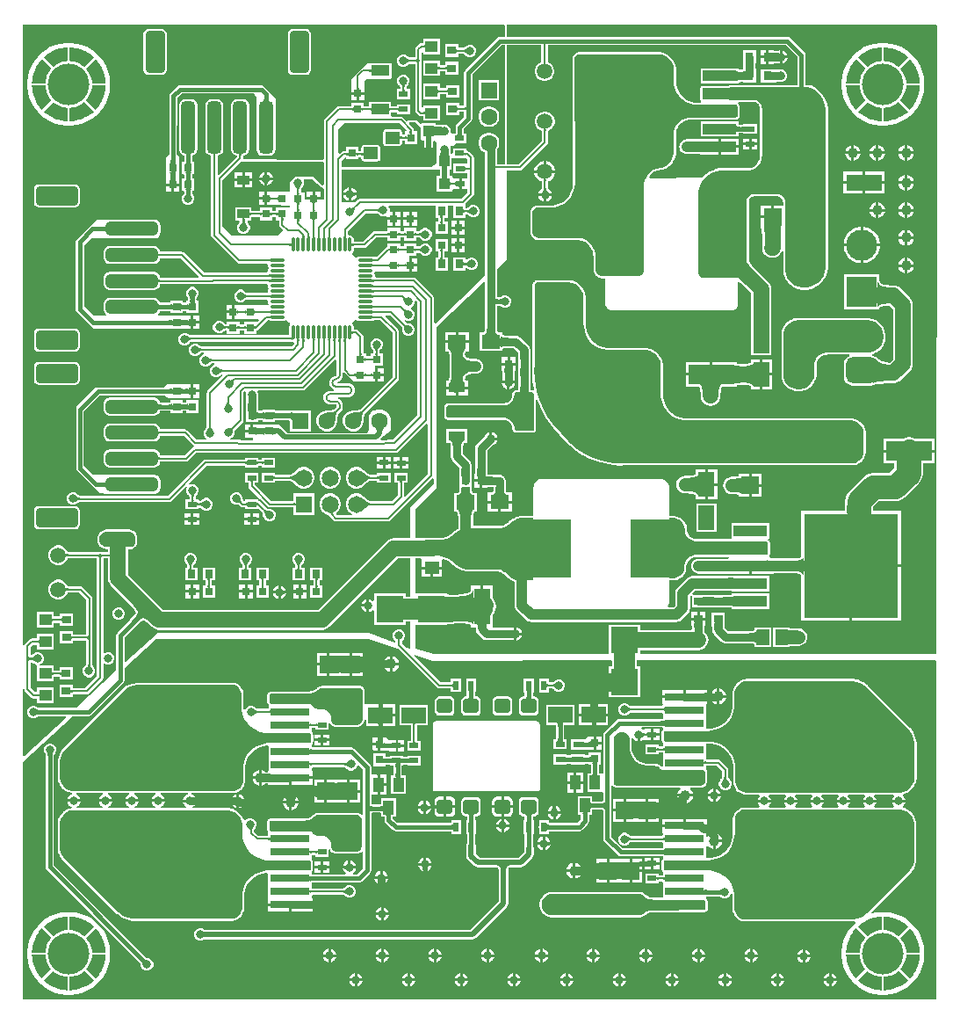
<source format=gtl>
G04*
G04 #@! TF.GenerationSoftware,Altium Limited,Altium Designer,21.3.2 (30)*
G04*
G04 Layer_Physical_Order=1*
G04 Layer_Color=255*
%FSTAX25Y25*%
%MOIN*%
G70*
G04*
G04 #@! TF.SameCoordinates,D88C5563-B55B-4973-966C-210043D782A6*
G04*
G04*
G04 #@! TF.FilePolarity,Positive*
G04*
G01*
G75*
%ADD15C,0.01000*%
%ADD20C,0.00800*%
%ADD21R,0.15000X0.03150*%
%ADD22R,0.17323X0.07480*%
%ADD23R,0.35827X0.39764*%
%ADD24R,0.12795X0.04331*%
%ADD25R,0.06299X0.13780*%
%ADD26R,0.16535X0.22047*%
%ADD27R,0.06496X0.12992*%
%ADD28R,0.06496X0.03740*%
%ADD29R,0.03150X0.03150*%
%ADD30R,0.07150X0.05350*%
%ADD31R,0.05512X0.04724*%
%ADD32R,0.09843X0.09843*%
%ADD33R,0.03543X0.02165*%
G04:AMPARAMS|DCode=34|XSize=51.18mil|YSize=196.85mil|CornerRadius=12.8mil|HoleSize=0mil|Usage=FLASHONLY|Rotation=90.000|XOffset=0mil|YOffset=0mil|HoleType=Round|Shape=RoundedRectangle|*
%AMROUNDEDRECTD34*
21,1,0.05118,0.17126,0,0,90.0*
21,1,0.02559,0.19685,0,0,90.0*
1,1,0.02559,0.08563,0.01280*
1,1,0.02559,0.08563,-0.01280*
1,1,0.02559,-0.08563,-0.01280*
1,1,0.02559,-0.08563,0.01280*
%
%ADD34ROUNDEDRECTD34*%
G04:AMPARAMS|DCode=35|XSize=70.87mil|YSize=157.48mil|CornerRadius=8.86mil|HoleSize=0mil|Usage=FLASHONLY|Rotation=90.000|XOffset=0mil|YOffset=0mil|HoleType=Round|Shape=RoundedRectangle|*
%AMROUNDEDRECTD35*
21,1,0.07087,0.13976,0,0,90.0*
21,1,0.05315,0.15748,0,0,90.0*
1,1,0.01772,0.06988,0.02657*
1,1,0.01772,0.06988,-0.02657*
1,1,0.01772,-0.06988,-0.02657*
1,1,0.01772,-0.06988,0.02657*
%
%ADD35ROUNDEDRECTD35*%
%ADD36R,0.03150X0.03150*%
%ADD37R,0.06693X0.06693*%
%ADD38R,0.03937X0.05512*%
%ADD39R,0.02165X0.03543*%
G04:AMPARAMS|DCode=40|XSize=55.51mil|YSize=57.87mil|CornerRadius=6.94mil|HoleSize=0mil|Usage=FLASHONLY|Rotation=270.000|XOffset=0mil|YOffset=0mil|HoleType=Round|Shape=RoundedRectangle|*
%AMROUNDEDRECTD40*
21,1,0.05551,0.04400,0,0,270.0*
21,1,0.04163,0.05787,0,0,270.0*
1,1,0.01388,-0.02200,-0.02082*
1,1,0.01388,-0.02200,0.02082*
1,1,0.01388,0.02200,0.02082*
1,1,0.01388,0.02200,-0.02082*
%
%ADD40ROUNDEDRECTD40*%
%ADD41R,0.09252X0.06102*%
%ADD42R,0.03150X0.03347*%
%ADD43O,0.01181X0.05709*%
%ADD44O,0.05709X0.01181*%
%ADD45R,0.04500X0.03583*%
G04:AMPARAMS|DCode=46|XSize=70.87mil|YSize=157.48mil|CornerRadius=8.86mil|HoleSize=0mil|Usage=FLASHONLY|Rotation=0.000|XOffset=0mil|YOffset=0mil|HoleType=Round|Shape=RoundedRectangle|*
%AMROUNDEDRECTD46*
21,1,0.07087,0.13976,0,0,0.0*
21,1,0.05315,0.15748,0,0,0.0*
1,1,0.01772,0.02657,-0.06988*
1,1,0.01772,-0.02657,-0.06988*
1,1,0.01772,-0.02657,0.06988*
1,1,0.01772,0.02657,0.06988*
%
%ADD46ROUNDEDRECTD46*%
G04:AMPARAMS|DCode=47|XSize=51.18mil|YSize=196.85mil|CornerRadius=12.8mil|HoleSize=0mil|Usage=FLASHONLY|Rotation=0.000|XOffset=0mil|YOffset=0mil|HoleType=Round|Shape=RoundedRectangle|*
%AMROUNDEDRECTD47*
21,1,0.05118,0.17126,0,0,0.0*
21,1,0.02559,0.19685,0,0,0.0*
1,1,0.02559,0.01280,-0.08563*
1,1,0.02559,-0.01280,-0.08563*
1,1,0.02559,-0.01280,0.08563*
1,1,0.02559,0.01280,0.08563*
%
%ADD47ROUNDEDRECTD47*%
%ADD48R,0.03937X0.03937*%
%ADD49R,0.03347X0.03150*%
%ADD50R,0.04724X0.04331*%
%ADD51R,0.06693X0.03937*%
G04:AMPARAMS|DCode=52|XSize=55.12mil|YSize=47.24mil|CornerRadius=3.54mil|HoleSize=0mil|Usage=FLASHONLY|Rotation=0.000|XOffset=0mil|YOffset=0mil|HoleType=Round|Shape=RoundedRectangle|*
%AMROUNDEDRECTD52*
21,1,0.05512,0.04016,0,0,0.0*
21,1,0.04803,0.04724,0,0,0.0*
1,1,0.00709,0.02402,-0.02008*
1,1,0.00709,-0.02402,-0.02008*
1,1,0.00709,-0.02402,0.02008*
1,1,0.00709,0.02402,0.02008*
%
%ADD52ROUNDEDRECTD52*%
%ADD53C,0.05906*%
%ADD54R,0.06102X0.09252*%
%ADD55R,0.12638X0.04134*%
%ADD56R,0.04724X0.05906*%
%ADD57R,0.12402X0.09843*%
%ADD58R,0.13780X0.06299*%
%ADD59R,0.09843X0.09843*%
%ADD114C,0.09000*%
%ADD115C,0.03000*%
%ADD116R,0.32638X0.39646*%
%ADD117R,0.33307X0.41457*%
%ADD118C,0.01500*%
%ADD119C,0.07000*%
%ADD120C,0.04000*%
%ADD121C,0.06000*%
%ADD122C,0.07874*%
%ADD123C,0.05000*%
%ADD124C,0.01968*%
%ADD125C,0.02000*%
G04:AMPARAMS|DCode=126|XSize=98.43mil|YSize=118.11mil|CornerRadius=24.61mil|HoleSize=0mil|Usage=FLASHONLY|Rotation=90.000|XOffset=0mil|YOffset=0mil|HoleType=Round|Shape=RoundedRectangle|*
%AMROUNDEDRECTD126*
21,1,0.09843,0.06890,0,0,90.0*
21,1,0.04921,0.11811,0,0,90.0*
1,1,0.04921,0.03445,0.02461*
1,1,0.04921,0.03445,-0.02461*
1,1,0.04921,-0.03445,-0.02461*
1,1,0.04921,-0.03445,0.02461*
%
%ADD126ROUNDEDRECTD126*%
%ADD127O,0.11811X0.09843*%
%ADD128C,0.06496*%
%ADD129R,0.06496X0.06496*%
G04:AMPARAMS|DCode=130|XSize=76.77mil|YSize=76.77mil|CornerRadius=19.19mil|HoleSize=0mil|Usage=FLASHONLY|Rotation=270.000|XOffset=0mil|YOffset=0mil|HoleType=Round|Shape=RoundedRectangle|*
%AMROUNDEDRECTD130*
21,1,0.07677,0.03839,0,0,270.0*
21,1,0.03839,0.07677,0,0,270.0*
1,1,0.03839,-0.01919,-0.01919*
1,1,0.03839,-0.01919,0.01919*
1,1,0.03839,0.01919,0.01919*
1,1,0.03839,0.01919,-0.01919*
%
%ADD130ROUNDEDRECTD130*%
%ADD131C,0.07677*%
%ADD132R,0.06299X0.06299*%
%ADD133C,0.06299*%
%ADD134R,0.06299X0.06299*%
%ADD135R,0.11811X0.11811*%
%ADD136C,0.11811*%
%ADD137C,0.09000*%
%ADD138C,0.15748*%
%ADD139C,0.03150*%
%ADD140C,0.03937*%
%ADD141C,0.02598*%
G36*
X0682004Y0773153D02*
X0682016Y0773019D01*
X0682036Y0772898D01*
X0682064Y077279D01*
X06821Y0772695D01*
X0682144Y0772613D01*
X0682196Y0772545D01*
X0682256Y0772489D01*
X0682324Y0772447D01*
X06824Y0772418D01*
X06808D01*
X0680876Y0772447D01*
X0680944Y0772489D01*
X0681004Y0772545D01*
X0681056Y0772613D01*
X06811Y0772695D01*
X0681136Y077279D01*
X0681164Y0772898D01*
X0681184Y0773019D01*
X0681196Y0773153D01*
X06812Y0773301D01*
X0682D01*
X0682004Y0773153D01*
D02*
G37*
G36*
X0830539Y0786846D02*
X08304Y05486D01*
X0717821D01*
Y0549991D01*
X0739848D01*
X0740342Y0550056D01*
X0740836Y0550121D01*
X0741758Y0550503D01*
X0742549Y055111D01*
X0742738Y0551299D01*
X0743345Y055209D01*
X0743727Y0553011D01*
X0743857Y0554D01*
X0743727Y0554989D01*
X0743345Y055591D01*
X0742738Y0556701D01*
X0742369Y0556984D01*
Y0559185D01*
X0742375Y0559323D01*
X074271D01*
Y0561397D01*
X0740037D01*
X0737364D01*
Y0559323D01*
X0737626D01*
X073769Y0558131D01*
X0737302Y0557631D01*
X0717821D01*
Y0559732D01*
X0705979D01*
Y05486D01*
X0639654D01*
X0632424Y0550556D01*
Y055933D01*
X0632665Y055973D01*
X0644508D01*
Y0559984D01*
X0649845Y0560227D01*
X0651343Y0560127D01*
X0652285Y0560006D01*
X0653033Y0559863D01*
X0653567Y0559708D01*
X0653649Y055967D01*
Y0558732D01*
X0655462D01*
X0655467Y055866D01*
Y0557957D01*
X0655644Y0557065D01*
X065615Y0556308D01*
X0657907Y0554551D01*
X0658664Y0554045D01*
X0659556Y0553868D01*
X0669389D01*
X0669505Y0553801D01*
X0669999Y0553668D01*
Y05562D01*
Y0558732D01*
X0669505Y0558599D01*
X0669389Y0558532D01*
X0662365D01*
X0661948Y0558732D01*
Y0562996D01*
X0662057Y0563128D01*
X0662638Y0564215D01*
X0662996Y0565395D01*
X0663116Y0566622D01*
X0663132D01*
X066295Y0568002D01*
X0662417Y0569288D01*
X0661948Y05699D01*
Y0574512D01*
X0658299D01*
Y0566622D01*
X0657299D01*
Y0574512D01*
X0653649D01*
Y0572793D01*
X0653626Y0572743D01*
X0653317Y0572398D01*
X0652824Y0572058D01*
X0652127Y0571741D01*
X0651225Y0571466D01*
X0650135Y0571248D01*
X0647749Y0571026D01*
X0645779Y0571056D01*
X0644508Y0571143D01*
Y0571572D01*
X0632665D01*
X0632424Y0571973D01*
Y0584849D01*
X0634641D01*
X0635017Y0584551D01*
X0635017Y0584349D01*
Y0581689D01*
X0638773D01*
X0642529D01*
Y0584243D01*
X0642983Y0584662D01*
X0643213Y0584616D01*
X0644871Y058393D01*
X0646379Y0582922D01*
X0647046Y0582318D01*
X0647554Y0581809D01*
X064762Y0581765D01*
X0647676Y0581709D01*
X0648906Y0580887D01*
X0648979Y0580857D01*
X0649045Y0580813D01*
X0650412Y0580247D01*
X0650489Y0580232D01*
X0650562Y0580201D01*
X0652013Y0579913D01*
X0652093D01*
X065217Y0579897D01*
X065291D01*
X0663679Y0579897D01*
X0664026Y057988D01*
X0664726Y0579741D01*
X0665367Y0579475D01*
X066596Y0579079D01*
X0666217Y0578846D01*
X0667531Y0577532D01*
X0667531Y0577532D01*
X0667864Y0577199D01*
X066793Y0577155D01*
X0667986Y05771D01*
X0668769Y0576577D01*
X0668842Y0576546D01*
X0668907Y0576502D01*
X0669777Y0576142D01*
X0669855Y0576126D01*
X0669928Y0576096D01*
X0670181Y0576046D01*
Y0567008D01*
X0670181Y0567008D01*
X0670276Y056628D01*
X0670557Y0565602D01*
X0671004Y056502D01*
X0674512Y0561512D01*
X0674512Y0561512D01*
X0675094Y0561065D01*
X0675772Y0560784D01*
X06765Y0560688D01*
X06765Y0560689D01*
X0731657D01*
X0731657Y0560688D01*
X0732384Y0560784D01*
X0733063Y0561065D01*
X0733645Y0561512D01*
X0735988Y0563855D01*
X0735988Y0563855D01*
X0736435Y0564437D01*
X0736716Y0565115D01*
X0736811Y0565843D01*
Y0570456D01*
X0737092Y0570675D01*
X0737141Y0570669D01*
X0737576Y0570459D01*
Y0568816D01*
X0737531Y056859D01*
X0737576Y0568365D01*
Y0566228D01*
X0741681D01*
X0741698Y0566225D01*
X0741706Y0566226D01*
X0741715Y0566225D01*
X074187Y0566228D01*
X0742497D01*
Y0566241D01*
X0743303Y0566258D01*
X0744983D01*
Y0566228D01*
X0745765D01*
X0745782Y0566225D01*
X0745788Y0566226D01*
X0745793Y0566225D01*
X0745809Y0566228D01*
X0749087D01*
X0749104Y0566225D01*
X0749113Y0566226D01*
X0749121Y0566225D01*
X0749277Y0566228D01*
X0749904D01*
Y0566241D01*
X0750709Y0566258D01*
X0751279D01*
X0751772Y0566231D01*
X0752114Y0566191D01*
X0752387Y0566143D01*
X0752512Y0566109D01*
Y0565638D01*
X0753294D01*
X0753311Y0565634D01*
X0753328Y0565638D01*
X0766882D01*
Y0571543D01*
X0753328D01*
X0753311Y0571547D01*
X0753294Y0571543D01*
X0752512D01*
Y0571071D01*
X0752387Y0571038D01*
X0752132Y0570993D01*
X0751167Y0570923D01*
X0749904D01*
Y0570953D01*
X0749122D01*
X0749104Y0570956D01*
X0749099Y0570955D01*
X0749093Y0570956D01*
X0749078Y0570953D01*
X0745799D01*
X0745782Y0570956D01*
X0745774Y0570954D01*
X0745765Y0570956D01*
X074561Y0570953D01*
X0744983D01*
Y0570939D01*
X0744177Y0570923D01*
X0742497D01*
Y0570953D01*
X0741715D01*
X0741698Y0570956D01*
X0741692Y0570955D01*
X0741687Y0570956D01*
X0741671Y0570953D01*
X0737946Y0570953D01*
X0737914D01*
D01*
X0737891Y0570953D01*
X0737864Y0571018D01*
X0737684Y0571453D01*
X0738735Y0572504D01*
X0749864D01*
X0752277Y0572466D01*
X0752512Y057245D01*
Y0572331D01*
X0753294D01*
X0753311Y0572327D01*
X0753328Y0572331D01*
X0753349D01*
X0753363Y0572329D01*
X075337Y0572331D01*
X0766882D01*
Y0578236D01*
X0753328D01*
X0753311Y0578239D01*
X0753299Y0578237D01*
X0753287Y0578239D01*
X0753186Y0578236D01*
X0752512D01*
Y0578216D01*
X0749582Y0578126D01*
X0737571D01*
X0737571Y0578126D01*
X0736843Y0578031D01*
X0736165Y057775D01*
X0735583Y0577303D01*
X0732012Y0573732D01*
X0731565Y057315D01*
X0731284Y0572472D01*
X0731188Y0571744D01*
X0731189Y0571744D01*
Y0567008D01*
X0730492Y0566311D01*
X0728614D01*
X0728361Y0566811D01*
X0728525Y0567034D01*
X0728866Y0567764D01*
X0729058Y0568545D01*
X0729075Y0568947D01*
X0729075Y0568947D01*
Y0575997D01*
X0729075Y0576497D01*
X0730722D01*
X07308Y0576513D01*
X0730879D01*
X073171Y0576678D01*
X0731783Y0576708D01*
X073186Y0576723D01*
X0732643Y0577048D01*
X0732709Y0577092D01*
X0732782Y0577122D01*
X0733486Y0577592D01*
X0733542Y0577648D01*
X0733607Y0577692D01*
X0734206Y0578291D01*
X073425Y0578357D01*
X0734306Y0578413D01*
X0734777Y0579117D01*
X0734807Y057919D01*
X0734851Y0579256D01*
X0735175Y0580038D01*
X0735191Y0580116D01*
X0735221Y0580189D01*
X0735386Y058102D01*
Y0581099D01*
X0735402Y0581177D01*
Y058158D01*
X073542Y0581952D01*
X0735569Y0582701D01*
X0735853Y0583388D01*
X0736267Y0584006D01*
X0736792Y0584532D01*
X0737411Y0584945D01*
X0738098Y058523D01*
X0738846Y0585379D01*
X0739218Y0585397D01*
X0751545D01*
X0751934Y0584909D01*
X0751906Y0584801D01*
X0750144Y058469D01*
X0740037D01*
X0739309Y0584595D01*
X0738631Y0584314D01*
X0738049Y0583867D01*
X0737602Y0583285D01*
X0737321Y0582607D01*
X0737225Y0581879D01*
X0737321Y0581151D01*
X0737602Y0580473D01*
X0738049Y0579891D01*
X0738631Y0579444D01*
X0739309Y0579163D01*
X0740037Y0579068D01*
X0751152D01*
X0752299Y0579062D01*
X0752299Y0579062D01*
Y0578811D01*
X0759197D01*
Y0581976D01*
X0760197D01*
Y0578811D01*
X0767095D01*
Y0579058D01*
X0769873Y0579165D01*
X0776303D01*
X0776701Y0579154D01*
X0777328Y0579099D01*
X077786Y0579011D01*
X0778296Y0578894D01*
X0778631Y0578757D01*
X0778868Y0578612D01*
X0778972Y0578516D01*
Y0561094D01*
X0797386D01*
Y0581976D01*
X0797886D01*
Y0582476D01*
X0816799D01*
Y0602858D01*
X0806372D01*
X0806314Y0604373D01*
X0808408Y0606467D01*
X0814527D01*
X0815907Y0606649D01*
X0817193Y0607182D01*
X0818298Y0608029D01*
X082357Y0613301D01*
X0824417Y0614406D01*
X082495Y0615692D01*
X0825132Y0617072D01*
Y0619203D01*
X0825151Y0620575D01*
X0825163Y062076D01*
X0829512D01*
Y0625D01*
X0819851D01*
X0810189D01*
Y062076D01*
X0814339D01*
X0814404Y0619219D01*
X0812318Y0617133D01*
X0806199D01*
X0804818Y0616951D01*
X0803532Y0616419D01*
X0802428Y0615571D01*
X0797156Y0610299D01*
X0796308Y0609194D01*
X0795775Y0607908D01*
X0795594Y0606528D01*
Y0604195D01*
X0795579Y0603036D01*
X0795568Y0602858D01*
X0778972D01*
Y0585436D01*
X0778868Y058534D01*
X0778631Y0585195D01*
X0778295Y0585058D01*
X077786Y0584942D01*
X0777328Y0584853D01*
X0776701Y0584798D01*
X0776303Y0584788D01*
X0769413D01*
X0767111Y0584817D01*
X0767095Y0584818D01*
Y0585142D01*
X0767035D01*
X0766816Y0585637D01*
X0766882Y0585716D01*
X0766882D01*
X0766977Y0586177D01*
X0767019Y058624D01*
X0767019Y058624D01*
X076714Y0586534D01*
X076714Y0586534D01*
X0767202Y0586841D01*
Y0590659D01*
X076714Y0590966D01*
X076714Y0590966D01*
X0767019Y059126D01*
X0767019Y059126D01*
X0766882Y0591465D01*
Y0591622D01*
X0766744D01*
X076662Y0591746D01*
X0766375Y0591909D01*
X0766366Y0591949D01*
X0766484Y0592409D01*
X0766882D01*
Y0598315D01*
X0752512D01*
Y0592603D01*
X0752512Y0592409D01*
X0752139Y0592103D01*
X0739214D01*
X073887Y059212D01*
X0738176Y0592258D01*
X0737541Y0592521D01*
X0736969Y0592903D01*
X0736483Y0593389D01*
X0736101Y0593961D01*
X0735838Y0594596D01*
X07357Y059529D01*
X0735683Y0595634D01*
Y0596056D01*
X0735667Y0596134D01*
Y0596213D01*
X0735495Y0597079D01*
X0735465Y0597152D01*
X0735449Y059723D01*
X0735111Y0598046D01*
X0735067Y0598112D01*
X0735037Y0598185D01*
X0734546Y059892D01*
X073449Y0598976D01*
X0734446Y0599041D01*
X0733821Y0599666D01*
X0733756Y059971D01*
X07337Y0599766D01*
X0732965Y0600257D01*
X0732892Y0600287D01*
X0732826Y0600331D01*
X073201Y0600669D01*
X0731932Y0600685D01*
X0731859Y0600715D01*
X0730993Y0600887D01*
X0730913D01*
X0730836Y0600903D01*
X0729075D01*
X0729075Y0600903D01*
Y0611181D01*
X0729075Y0611562D01*
X0728927Y0612309D01*
X0728635Y0613012D01*
X0728212Y0613645D01*
X0727674Y0614184D01*
X0727041Y0614607D01*
X0726337Y0614898D01*
X0725671Y0615031D01*
X072559Y0615047D01*
X072521Y0615047D01*
X0725209Y0615047D01*
X0725209Y0615047D01*
X0725209Y0615047D01*
X0684075Y0615047D01*
X0680638Y0615047D01*
X0680304Y061503D01*
X0679654Y0614865D01*
X0679049Y0614577D01*
X0678512Y0614177D01*
X0678063Y0613679D01*
X067772Y0613103D01*
X0677496Y0612471D01*
X0677423Y0611971D01*
X06774Y0611808D01*
X0677417Y0611474D01*
X0677417Y0611474D01*
Y0600903D01*
X0673327D01*
X0672655Y0600903D01*
X0672577Y0600887D01*
X0672498D01*
X0671179Y0600625D01*
X0671106Y0600595D01*
X0671028Y0600579D01*
X0669785Y0600065D01*
X066972Y0600021D01*
X0669647Y059999D01*
X0668528Y0599243D01*
X0668472Y0599187D01*
X0668406Y0599143D01*
X0667945Y0598682D01*
X0667568Y059834D01*
X0666707Y0597765D01*
X0665769Y0597376D01*
X0664753Y0597174D01*
X0664245Y0597149D01*
X0663791Y0597149D01*
X0654461Y0597149D01*
Y0599931D01*
X0654467Y0600244D01*
X0654511Y060088D01*
X0654582Y0601425D01*
X0654676Y0601874D01*
X0654788Y0602223D01*
X0654905Y0602467D01*
X0655009Y0602611D01*
X0655084Y0602675D01*
X0655139Y06027D01*
X0655291Y060272D01*
X0656011D01*
Y0603502D01*
X0656015Y060352D01*
X0656011Y0603537D01*
Y0609645D01*
X0654671D01*
X0654489Y0609664D01*
X0654418Y0609689D01*
X0654355Y0609731D01*
X0654279Y0609813D01*
X065419Y0609959D01*
X0654099Y0610183D01*
X0654017Y0610486D01*
X0653953Y0610867D01*
X0653913Y0611322D01*
X065391Y0611459D01*
X0653959Y0611959D01*
X0653959Y0611959D01*
Y0615867D01*
X0653962Y0615884D01*
X0653959Y0615901D01*
Y0615904D01*
X0653961Y0615921D01*
X0653959Y0615977D01*
Y0616683D01*
X0653926D01*
X0653854Y0618262D01*
Y0620277D01*
X0653676Y062117D01*
X0653171Y0621926D01*
X0650693Y0624404D01*
Y0627238D01*
X0650717Y062752D01*
X0650781Y0627903D01*
X0650863Y0628208D01*
X0650954Y0628433D01*
X0651044Y0628581D01*
X065112Y0628663D01*
X0651183Y0628705D01*
X0651254Y062873D01*
X0651321Y0628737D01*
X0652396D01*
Y0634052D01*
X0644325D01*
Y0628737D01*
X0645399D01*
X0645467Y062873D01*
X0645537Y0628705D01*
X06456Y0628663D01*
X0645676Y0628581D01*
X0645766Y0628433D01*
X0645858Y0628208D01*
X064594Y0627903D01*
X0646003Y062752D01*
X0646028Y0627238D01*
Y0623439D01*
X0646206Y0622546D01*
X0646711Y0621789D01*
X0649189Y0619311D01*
Y0614396D01*
X0649234Y0614171D01*
Y0611959D01*
X0649234Y0611959D01*
X0649234D01*
X0649283Y0611459D01*
X0649279Y0611322D01*
X0649239Y0610867D01*
X0649176Y0610486D01*
X0649094Y0610183D01*
X0649003Y0609959D01*
X0648913Y0609813D01*
X0648837Y0609731D01*
X0648774Y0609689D01*
X0648703Y0609664D01*
X0648522Y0609645D01*
X0647287D01*
Y0603537D01*
X0647283Y060352D01*
X0647287Y0603502D01*
Y060272D01*
X0648007D01*
X064816Y06027D01*
X0648214Y0602675D01*
X064829Y0602611D01*
X0648394Y0602467D01*
X064851Y0602223D01*
X0648622Y0601874D01*
X0648714Y0601438D01*
X0648832Y0600232D01*
X0648838Y0599931D01*
Y0596179D01*
X0648577Y0596071D01*
X0648511Y0596027D01*
X0648438Y0595997D01*
X0646975Y0595019D01*
X0646919Y0594963D01*
X0646853Y0594919D01*
X0646245Y0594311D01*
X0645836Y059394D01*
X0644903Y0593317D01*
X0643885Y0592895D01*
X0642784Y0592676D01*
X0642233Y0592649D01*
X0636585D01*
X0636277Y0592588D01*
X0636039Y0592489D01*
X0632424D01*
Y0603274D01*
X06407Y061155D01*
Y06726D01*
X0658482Y0689649D01*
X0658942Y0689453D01*
Y0682313D01*
Y0671962D01*
X0658917Y067168D01*
X0658854Y0671297D01*
X0658772Y0670992D01*
X065868Y0670766D01*
X065859Y0670619D01*
X0658514Y0670537D01*
X0658451Y0670495D01*
X0658381Y067047D01*
X0658313Y0670462D01*
X0656912D01*
Y0663538D01*
X066482D01*
X0664837Y0663534D01*
X0664854Y0663538D01*
X0665637D01*
Y0664257D01*
X0665646Y0664325D01*
X0665654Y0664334D01*
X0665727Y0664387D01*
X0665882Y066446D01*
X0666121Y0664536D01*
X0666428Y0664601D01*
X0667123Y0664668D01*
X0669777D01*
X0671502Y0662942D01*
Y0660906D01*
X0671473D01*
Y0660124D01*
X0671469Y0660106D01*
X067147Y0660101D01*
X0671469Y0660095D01*
X0671473Y0660079D01*
Y0656998D01*
X0671469Y0656981D01*
X0671471Y0656972D01*
X0671469Y0656964D01*
X0671473Y0656809D01*
Y0656181D01*
X0671486D01*
X0671502Y0655376D01*
Y0649217D01*
X067148Y064895D01*
X0671426Y0648605D01*
X0670903D01*
X0670902Y0648605D01*
X0670743Y0648605D01*
X0670436Y0648544D01*
X0670436Y0648544D01*
X0670436Y0648544D01*
X0670141Y0648422D01*
X067001Y0648335D01*
X066988Y0648248D01*
X0669655Y0648022D01*
X0669481Y0647762D01*
X0669358Y0647467D01*
X0669358Y0647467D01*
X0669358Y0647467D01*
X0669297Y064716D01*
X0669297Y064716D01*
X0669297Y064716D01*
X0669297Y064702D01*
X0669281Y0646687D01*
X0669147Y0646015D01*
X0668893Y06454D01*
X0668523Y0644847D01*
X0668053Y0644377D01*
X06675Y0644007D01*
X0666885Y0643753D01*
X0666213Y0643619D01*
X066588Y0643603D01*
X0645D01*
X0645Y0643603D01*
X0644881Y0643603D01*
X0644742Y0643575D01*
X0644573Y0643542D01*
X0644573Y0643542D01*
X0644353Y064345D01*
X0644092Y0643276D01*
X0643924Y0643108D01*
X064375Y0642847D01*
X064375Y0642847D01*
X0643658Y0642627D01*
X0643658Y0642626D01*
X064362Y0642436D01*
X0643597Y0642319D01*
X0643597Y0642319D01*
X0643597Y0642319D01*
X0643597Y06422D01*
X0643597Y06387D01*
X0643597Y06387D01*
X0643597Y0638601D01*
X0643658Y0638293D01*
X0643658Y0638293D01*
X0643734Y0638109D01*
X0643908Y0637849D01*
X0644049Y0637708D01*
X064431Y0637534D01*
X0644493Y0637458D01*
X0644493Y0637458D01*
X0644493Y0637458D01*
X0644648Y0637428D01*
X0644801Y0637397D01*
X0644801Y0637397D01*
X0644801Y0637397D01*
X06449Y0637397D01*
X066608Y0637397D01*
X0666403Y0637381D01*
X0666409Y063738D01*
X0666409D01*
X0666409Y063738D01*
X0667056Y0637252D01*
X0667652Y0637004D01*
X0668189Y0636646D01*
X0668646Y0636189D01*
X0669004Y0635652D01*
X0669251Y0635056D01*
X0669381Y0634403D01*
X0669397Y063408D01*
Y0633941D01*
X0669458Y0633634D01*
X066958Y063334D01*
X0669754Y0633079D01*
X0669754Y0633079D01*
X0669979Y0632854D01*
X067024Y063268D01*
X067024Y063268D01*
X0670534Y0632558D01*
X0670841Y0632497D01*
X067718D01*
X0677487Y0632558D01*
X0677634Y0632619D01*
X0677894Y0632793D01*
X0678007Y0632906D01*
X0678181Y0633166D01*
X0678181Y0633167D01*
X0678183D01*
Y0633172D01*
X0678242Y0633313D01*
X0678242Y0633313D01*
X0678303Y063362D01*
Y0644814D01*
X0678796Y0644895D01*
X067914Y0643871D01*
X0679159Y0643837D01*
X0679168Y0643799D01*
X0680434Y0640971D01*
X0680457Y0640939D01*
X068047Y0640901D01*
X0682003Y0638208D01*
X0682029Y0638179D01*
X0682045Y0638143D01*
X0683831Y0635611D01*
X068386Y0635584D01*
X0683879Y063555D01*
X0684891Y0634376D01*
X0684897Y0634371D01*
X06849Y0634365D01*
X069Y0628665D01*
X0690024Y0628647D01*
X069004Y0628623D01*
X0691102Y0627596D01*
X0691136Y0627574D01*
X0691162Y0627543D01*
X069348Y062571D01*
X0693516Y0625692D01*
X0693545Y0625664D01*
X0696034Y0624072D01*
X0696071Y0624057D01*
X0696103Y0624032D01*
X0698738Y0622696D01*
X0698777Y0622685D01*
X0698812Y0622663D01*
X0701567Y0621596D01*
X0701607Y0621589D01*
X0701643Y0621571D01*
X0704491Y0620785D01*
X0704531Y0620782D01*
X0704569Y0620767D01*
X0707481Y0620269D01*
X0707522Y062027D01*
X0707561Y062026D01*
X0710508Y0620054D01*
X0710549Y0620059D01*
X0710589Y0620053D01*
X0712053Y0620097D01*
X0798578D01*
X0798655Y0620113D01*
X0798734D01*
X0799623Y0620289D01*
X0799696Y062032D01*
X0799774Y0620335D01*
X0800611Y0620682D01*
X0800677Y0620726D01*
X080075Y0620756D01*
X0801503Y0621259D01*
X0801559Y0621315D01*
X0801625Y0621359D01*
X0802265Y0622D01*
X0802309Y0622066D01*
X0802365Y0622122D01*
X0802869Y0622875D01*
X0802899Y0622948D01*
X0802943Y0623014D01*
X080329Y0623851D01*
X0803305Y0623928D01*
X0803335Y0624002D01*
X0803512Y062489D01*
Y0624969D01*
X0803527Y0625047D01*
Y06255D01*
X0803528Y06255D01*
X0803528Y06322D01*
X0803528Y0632683D01*
X0803512Y063276D01*
X0803512Y0632839D01*
X0803324Y0633786D01*
X0803294Y0633859D01*
X0803278Y0633937D01*
X0802909Y0634828D01*
X0802865Y0634894D01*
X0802835Y0634967D01*
X0802298Y063577D01*
X0802242Y0635826D01*
X0802199Y0635891D01*
X0801516Y0636574D01*
X080145Y0636618D01*
X0801394Y0636674D01*
X0800592Y063721D01*
X0800519Y063724D01*
X0800453Y0637284D01*
X0799561Y0637653D01*
X0799484Y0637669D01*
X0799411Y0637699D01*
X0798464Y0637887D01*
X0798385D01*
X0798307Y0637903D01*
X0797825Y0637903D01*
X0797825Y0637903D01*
X0735718D01*
X0734817Y0637947D01*
X073303Y0638303D01*
X0731365Y0638992D01*
X0729867Y0639993D01*
X0728592Y0641268D01*
X0727591Y0642766D01*
X0726901Y0644431D01*
X0726546Y0646218D01*
X0726502Y064712D01*
Y06578D01*
Y0658386D01*
X0726486Y0658464D01*
Y0658543D01*
X0726257Y0659693D01*
X0726227Y0659766D01*
X0726212Y0659843D01*
X0725763Y0660926D01*
X0725719Y0660992D01*
X0725689Y0661065D01*
X0725038Y066204D01*
X0724982Y0662096D01*
X0724938Y0662162D01*
X0724109Y0662991D01*
X0724043Y0663034D01*
X0723987Y066309D01*
X0723012Y0663742D01*
X0722939Y0663772D01*
X0722873Y0663816D01*
X072179Y0664265D01*
X0721713Y066428D01*
X072164Y066431D01*
X072049Y0664539D01*
X0720411D01*
X0720333Y0664554D01*
X0706427D01*
X0705526Y0664599D01*
X0703739Y0664954D01*
X0702074Y0665644D01*
X0700576Y0666645D01*
X0699301Y0667919D01*
X06983Y0669418D01*
X069761Y0671083D01*
X0697255Y067287D01*
X0697211Y0673771D01*
Y0683997D01*
X0697195Y0684075D01*
Y0684154D01*
X0696956Y0685355D01*
X0696926Y0685428D01*
X0696911Y0685505D01*
X0696442Y0686636D01*
X0696398Y0686702D01*
X0696368Y0686775D01*
X0695688Y0687793D01*
X0695632Y0687849D01*
X0695588Y0687915D01*
X0694722Y068878D01*
X0694657Y0688824D01*
X0694601Y068888D01*
X0693583Y068956D01*
X069351Y0689591D01*
X0693444Y0689634D01*
X0692313Y0690103D01*
X0692235Y0690118D01*
X0692162Y0690149D01*
X0690962Y0690387D01*
X0690883D01*
X0690805Y0690403D01*
X0678869D01*
X0678562Y0690342D01*
X0678074Y069014D01*
X0677814Y0689966D01*
X0677498Y068965D01*
X0677412D01*
Y0689549D01*
X0677266Y0689332D01*
X0677064Y0688844D01*
X0677003Y0688537D01*
Y0688273D01*
X0677003Y0657825D01*
X0676907Y0656304D01*
X0676912Y0656265D01*
X0676906Y0656227D01*
X067701Y0653129D01*
X0677019Y0653091D01*
X0677017Y0653052D01*
X067742Y0649979D01*
X0677433Y0649942D01*
X0677434Y0649903D01*
X0677655Y0648949D01*
X0677478Y0648733D01*
X0677231Y0648563D01*
X0677161Y0648577D01*
X0677017Y0648605D01*
X0677017Y0648605D01*
X0677017Y0648605D01*
X0676897Y0648605D01*
X0676249D01*
X0676192Y0648952D01*
X0676167Y0649234D01*
Y0656181D01*
X0676197D01*
Y0656963D01*
X06762Y0656981D01*
X0676199Y0656986D01*
X06762Y0656992D01*
X0676197Y0657008D01*
Y0660089D01*
X06762Y0660106D01*
X0676199Y0660115D01*
X06762Y0660123D01*
X0676197Y0660278D01*
Y0660906D01*
X0676184D01*
X0676167Y0661711D01*
Y0663908D01*
X0675989Y0664801D01*
X0675484Y0665557D01*
X0672392Y0668649D01*
X0671635Y0669155D01*
X0670743Y0669332D01*
X0667035D01*
X0666836Y0669346D01*
X0666441Y0669397D01*
X0666121Y0669464D01*
X0665882Y066954D01*
X0665727Y0669613D01*
X0665654Y0669666D01*
X0665646Y0669675D01*
X0665637Y0669742D01*
Y0670462D01*
X0664854D01*
X0664837Y0670466D01*
X066482Y0670462D01*
X0664235D01*
X0664168Y067047D01*
X0664097Y0670495D01*
X0664034Y0670537D01*
X0663958Y0670619D01*
X0663868Y0670766D01*
X0663777Y0670992D01*
X0663695Y0671297D01*
X0663631Y067168D01*
X0663606Y0671962D01*
Y0680662D01*
X0664579Y0680727D01*
X0664606Y0680722D01*
X0664675Y0680704D01*
X0664728Y0680687D01*
X0664765Y068067D01*
X0664788Y0680658D01*
X0664798Y068065D01*
X0664838Y0680615D01*
X0664888Y0680585D01*
X0665162Y0680311D01*
X066603Y0679951D01*
X066697D01*
X0667838Y0680311D01*
X0668503Y0680975D01*
X0668862Y0681843D01*
Y0682783D01*
X0668503Y0683651D01*
X0667838Y0684316D01*
X066697Y0684676D01*
X066603D01*
X0665162Y0684316D01*
X0664888Y0684042D01*
X0664838Y0684012D01*
X0664798Y0683976D01*
X0664788Y0683969D01*
X0664765Y0683956D01*
X0664728Y068394D01*
X0664675Y0683922D01*
X0664606Y0683905D01*
X0664531Y0683891D01*
X0664492Y0683888D01*
X0663702Y0683915D01*
X0663606Y0683924D01*
Y0694563D01*
X06674Y06982D01*
Y0731933D01*
X0672144D01*
X0672144Y0731933D01*
X0672607Y0732025D01*
X0673Y0732288D01*
X0682556Y0741844D01*
X0682819Y0742237D01*
X0682911Y07427D01*
X0682911Y07427D01*
Y0747005D01*
X0682913Y0747028D01*
X0683144Y074709D01*
X0683996Y0747583D01*
X0684693Y0748279D01*
X0685185Y0749132D01*
X068544Y0750083D01*
Y0751068D01*
X0685185Y0752019D01*
X0684693Y0752872D01*
X0683996Y0753568D01*
X0683144Y0754061D01*
X0682192Y0754316D01*
X0681208D01*
X0680256Y0754061D01*
X0679403Y0753568D01*
X0678707Y0752872D01*
X0678215Y0752019D01*
X067796Y0751068D01*
Y0750083D01*
X0678215Y0749132D01*
X0678707Y0748279D01*
X0679403Y0747583D01*
X0680256Y074709D01*
X0680487Y0747028D01*
X0680489Y0747005D01*
Y0743201D01*
X0671642Y0734354D01*
X06674D01*
Y07727D01*
Y0779432D01*
X0680389D01*
Y0773146D01*
X0680387Y0773123D01*
X0680156Y0773061D01*
X0679304Y0772568D01*
X0678607Y0771872D01*
X0678115Y0771019D01*
X067786Y0770068D01*
Y0769083D01*
X0678115Y0768132D01*
X0678607Y0767279D01*
X0679304Y0766583D01*
X0680156Y076609D01*
X0681108Y0765835D01*
X0682092D01*
X0683044Y076609D01*
X0683896Y0766583D01*
X0684593Y0767279D01*
X0685085Y0768132D01*
X068534Y0769083D01*
Y0770068D01*
X0685085Y0771019D01*
X0684593Y0771872D01*
X0683896Y0772568D01*
X0683044Y0773061D01*
X0682813Y0773123D01*
X0682811Y0773146D01*
Y0779432D01*
X0773086D01*
X0777432Y0775086D01*
Y0764403D01*
X0752383Y0764403D01*
X0752383Y0764403D01*
X0752316Y0764403D01*
X0752238Y0764387D01*
X0752159Y0764387D01*
X0752027Y0764361D01*
X0751954Y0764331D01*
X0751876Y0764316D01*
X0751752Y0764264D01*
X0751686Y076422D01*
X0751613Y076419D01*
X0751501Y0764115D01*
X0751454Y0764067D01*
X0751416Y0764042D01*
X075135Y0764011D01*
X0751298Y0763998D01*
X0751225Y0763994D01*
X0751179Y0763999D01*
X0751139Y0763995D01*
X07511Y0764003D01*
X07415D01*
X0741211Y0763945D01*
X0740894D01*
Y076371D01*
X0740758Y0763507D01*
X0740697Y07632D01*
Y0759D01*
X0740758Y0758693D01*
X0740894Y075849D01*
Y0758237D01*
X0741012D01*
X074105Y0758203D01*
X0740861Y0757703D01*
X073952D01*
X0738736Y0757741D01*
X073718Y0758051D01*
X0735732Y075865D01*
X0734429Y0759521D01*
X0733321Y0760629D01*
X0732451Y0761932D01*
X0731851Y076338D01*
X0731541Y0764936D01*
X0731503Y076572D01*
X0731503Y07699D01*
X0731503Y0770501D01*
X0731487Y0770578D01*
Y0770657D01*
X0731253Y0771836D01*
X0731223Y0771909D01*
X0731207Y0771986D01*
X0730747Y0773097D01*
X0730703Y0773162D01*
X0730673Y0773236D01*
X0730006Y0774234D01*
X072995Y0774291D01*
X0729906Y0774356D01*
X0729056Y0775206D01*
X072899Y077525D01*
X0728934Y0775306D01*
X0727935Y0775973D01*
X0727862Y0776003D01*
X0727796Y0776047D01*
X0726686Y0776507D01*
X0726609Y0776522D01*
X0726536Y0776553D01*
X0725357Y0776787D01*
X0725278Y0776787D01*
X07252Y0776802D01*
X0724602Y0776802D01*
X07246Y0776803D01*
X069512Y0776803D01*
X0694742Y0776822D01*
X0694742D01*
X0694742Y0776822D01*
X0694568Y0776796D01*
X0694432Y0776776D01*
X0694432Y0776776D01*
X0694432Y0776776D01*
X0693682Y0776508D01*
X0693682Y0776508D01*
X0693682Y0776508D01*
X0693549Y0776429D01*
X0693413Y0776348D01*
X0693413Y0776348D01*
X0693413Y0776347D01*
X0692822Y0775813D01*
X0692822Y0775813D01*
X0692822Y0775813D01*
X0692736Y0775696D01*
X0692674Y0775614D01*
X0692646D01*
Y0775575D01*
X0692635Y0775562D01*
X0692635Y0775562D01*
X0692332Y077492D01*
X06923Y0774794D01*
X069226Y0774672D01*
X0692203Y0774195D01*
X0692207Y0774146D01*
X0692197Y0774098D01*
X0692199Y0773598D01*
X0692314Y072796D01*
X0692317Y0727945D01*
X0692315Y072793D01*
X0692349Y0727079D01*
X0692169Y0725409D01*
X0691672Y0723825D01*
X0690875Y0722368D01*
X068981Y0721095D01*
X0688517Y0720053D01*
X0687045Y0719285D01*
X0685433Y0718812D01*
X0684645Y0718703D01*
X06791Y0718703D01*
X0678672Y0718703D01*
X0678672Y0718703D01*
X0678672Y0718703D01*
X067855Y0718679D01*
X0678365Y0718642D01*
X0678365Y0718642D01*
X0677575Y0718315D01*
X0677575Y0718315D01*
X0677575Y0718314D01*
X067747Y0718245D01*
X0677314Y071814D01*
X0677314Y071814D01*
X067671Y0717535D01*
X0676709Y0717535D01*
X0676709Y0717535D01*
X067664Y0717432D01*
X0676535Y0717275D01*
X0676535Y0717275D01*
X0676234Y0716546D01*
X0676207Y0716413D01*
X0676174Y0716281D01*
X0676148Y0715792D01*
X0676151Y0715771D01*
X0676147Y071575D01*
X0676147Y0709057D01*
X0676107Y0708615D01*
X067614Y0708303D01*
X0676425Y0707387D01*
X0676575Y0707112D01*
X0677189Y0706375D01*
X0677433Y0706178D01*
X0677433Y0706178D01*
X0678282Y0705732D01*
X0678583Y0705644D01*
X0679061Y0705601D01*
X0679097Y0705604D01*
X0679133Y0705597D01*
X069388D01*
X0694488Y0705567D01*
X0695698Y0705327D01*
X0696819Y0704862D01*
X0697829Y0704187D01*
X0698688Y0703329D01*
X0699362Y0702319D01*
X0699827Y0701198D01*
X0700067Y0699988D01*
X0700097Y069938D01*
Y06946D01*
X0700097Y0694324D01*
X0700113Y0694247D01*
X0700112Y0694168D01*
X070022Y0693627D01*
X070025Y0693554D01*
X0700266Y0693476D01*
X0700477Y0692967D01*
X0700521Y0692901D01*
X0700551Y0692828D01*
X0700857Y0692369D01*
X0700913Y0692313D01*
X0700957Y0692247D01*
X0701347Y0691857D01*
X0701413Y0691813D01*
X0701469Y0691757D01*
X0701928Y0691451D01*
X0702001Y0691421D01*
X0702066Y0691377D01*
X0702576Y0691166D01*
X0702654Y069115D01*
X0702727Y069112D01*
X0703268Y0691013D01*
X0703347Y0691013D01*
X0703424Y0690997D01*
X07037Y0690997D01*
X0704694D01*
Y0681812D01*
X0704694Y0681812D01*
X0704674Y0681535D01*
X0704742Y0680985D01*
X0704917Y0680458D01*
X0705191Y0679976D01*
X0705554Y0679556D01*
X0705992Y0679215D01*
X0706488Y0678967D01*
X0707023Y0678819D01*
X07073Y0678799D01*
X0752801D01*
X0753219Y0678799D01*
X0753991Y0679119D01*
X0754582Y067971D01*
X0754901Y0680482D01*
X0754901Y06809D01*
X0754901Y06875D01*
Y0689626D01*
X0755355Y0689836D01*
X0755942Y0689339D01*
X075644Y0688858D01*
X076008Y0685218D01*
Y0673852D01*
X0760075Y0672612D01*
X0760061D01*
Y067183D01*
X0760058Y0671812D01*
X0760061Y0671795D01*
Y0661785D01*
X0767739D01*
Y0671795D01*
X0767742Y0671812D01*
X0767741Y0671815D01*
X0767742Y0671818D01*
X0767739Y067234D01*
Y0672612D01*
X0767737D01*
X076772Y0675173D01*
Y0686801D01*
X076759Y0687789D01*
X0767208Y0688711D01*
X0766601Y0689502D01*
X0762215Y0693889D01*
X0760355Y0695891D01*
X075954Y0696908D01*
X0759103Y0697536D01*
X0759103Y072026D01*
X0759137Y072061D01*
X0759419Y072129D01*
X075991Y0721781D01*
X076059Y0722063D01*
X0760939Y0722097D01*
X0769976D01*
X0770186Y0722087D01*
X0770304Y0722063D01*
X0770304D01*
X0770304Y0722063D01*
X0770608Y0722003D01*
X0770987Y0721846D01*
X0771328Y0721618D01*
X0771618Y0721328D01*
X0771846Y0720987D01*
X0772003Y0720608D01*
X0772087Y0720186D01*
X0772097Y071998D01*
Y0718649D01*
X07686D01*
Y0714303D01*
X07681D01*
Y0713803D01*
X0763754D01*
Y0709956D01*
X0764078D01*
X076428Y0706335D01*
Y0703361D01*
X076418Y07026D01*
X076431Y0701611D01*
X0764692Y070069D01*
X0765299Y0699899D01*
X076609Y0699292D01*
X0767011Y069891D01*
X0768Y069878D01*
X0768989Y069891D01*
X076991Y0699292D01*
X0770701Y0699899D01*
X0770801Y0699999D01*
X0771409Y070079D01*
X0771597Y0701246D01*
X0772097Y0701146D01*
X0772097Y0693917D01*
X0772113Y069384D01*
Y069376D01*
X0772386Y0692385D01*
X0772416Y0692312D01*
X0772432Y0692235D01*
X0772968Y0690939D01*
X0773012Y0690873D01*
X0773043Y06908D01*
X0773822Y0689635D01*
X0773877Y0689579D01*
X0773921Y0689513D01*
X0774913Y0688521D01*
X0774979Y0688478D01*
X0775035Y0688422D01*
X07762Y0687643D01*
X0776273Y0687612D01*
X0776339Y0687568D01*
X0777635Y0687032D01*
X0777712Y0687016D01*
X0777785Y0686986D01*
X077916Y0686713D01*
X077924D01*
X0779317Y0686697D01*
X0780018D01*
X0780018Y0686697D01*
X0780843Y0686697D01*
X0780921Y0686713D01*
X0781D01*
X0782619Y0687035D01*
X0782693Y0687065D01*
X078277Y068708D01*
X0784296Y0687712D01*
X0784361Y0687756D01*
X0784434Y0687786D01*
X0785807Y0688704D01*
X0785863Y068876D01*
X0785929Y0688803D01*
X0787097Y0689971D01*
X078714Y0690037D01*
X0787196Y0690093D01*
X0788114Y0691466D01*
X0788144Y0691538D01*
X0788188Y0691604D01*
X078882Y069313D01*
X0788835Y0693207D01*
X0788865Y069328D01*
X0789187Y06949D01*
Y0694979D01*
X0789203Y0695056D01*
X0789203Y0695882D01*
X0789203Y0754151D01*
X0789203Y0754152D01*
X0789203Y0755136D01*
X0789187Y0755214D01*
Y0755293D01*
X0788803Y0757225D01*
X0788773Y0757298D01*
X0788758Y0757376D01*
X0788004Y0759196D01*
X078796Y0759261D01*
X078793Y0759335D01*
X0786835Y0760972D01*
X0786779Y0761028D01*
X0786735Y0761094D01*
X0786039Y076179D01*
X0785102Y0762727D01*
X0785102Y0762727D01*
X0784759Y076307D01*
X0784693Y0763114D01*
X0784637Y076317D01*
X0783832Y0763708D01*
X0783759Y0763738D01*
X0783693Y0763782D01*
X0782798Y0764153D01*
X0782721Y0764168D01*
X0782648Y0764199D01*
X0781698Y0764388D01*
X0781619Y0764388D01*
X0781541Y0764403D01*
X0781068Y0764403D01*
X0780568Y0764428D01*
Y0775735D01*
X0780448Y0776335D01*
X0780108Y0776844D01*
X0774844Y0782108D01*
X0774335Y0782448D01*
X0773735Y0782568D01*
X06674D01*
Y07872D01*
X0830185D01*
X0830539Y0786846D01*
D02*
G37*
G36*
X0782491Y0763411D02*
X0783386Y076304D01*
X0784192Y0762502D01*
X0784534Y076216D01*
X0784534Y076216D01*
X0784534Y076216D01*
X0785471Y0761223D01*
X0786168Y0760526D01*
X0787262Y0758888D01*
X0788016Y0757068D01*
X07884Y0755136D01*
X07884Y0754152D01*
X07884D01*
X07884Y0754151D01*
X07884Y0695882D01*
X07884Y0695056D01*
X0788078Y0693437D01*
X0787446Y0691912D01*
X0786529Y0690539D01*
X0785361Y0689371D01*
X0783988Y0688454D01*
X0782463Y0687822D01*
X0780843Y06875D01*
X0780018Y06875D01*
X0780018Y06875D01*
X0780018Y06875D01*
X0779317D01*
X0777942Y0687774D01*
X0776646Y068831D01*
X0775481Y0689089D01*
X0774489Y0690081D01*
X077371Y0691246D01*
X0773174Y0692542D01*
X07729Y0693917D01*
Y0694618D01*
X07729Y072D01*
X0772886Y0720284D01*
X0772775Y0720842D01*
X0772557Y0721367D01*
X0772242Y072184D01*
X077184Y0722242D01*
X0771367Y0722557D01*
X0770842Y0722775D01*
X0770461Y0722851D01*
X0770284Y0722886D01*
X0770004Y07229D01*
X077Y07229D01*
X077Y07229D01*
X077Y07229D01*
X07609D01*
X0760393Y072285D01*
X0759455Y0722462D01*
X0758738Y0721744D01*
X075835Y0720807D01*
X07583Y07203D01*
X07583Y0697284D01*
X0758897Y0696427D01*
X0759747Y0695366D01*
X0761955Y0692988D01*
X0757712Y0688746D01*
X0756481Y0689935D01*
X0754987Y06912D01*
X07419D01*
X0741482Y06912D01*
X074071Y069152D01*
X074012Y069211D01*
X07398Y0692882D01*
X07398Y06933D01*
Y07225D01*
X07398Y0723436D01*
X0740165Y0725271D01*
X0740881Y0727D01*
X0741921Y0728556D01*
X0743244Y0729879D01*
X07448Y0730919D01*
X0746529Y0731635D01*
X0748364Y0732D01*
X07493Y0732D01*
X07493Y0732D01*
X07586D01*
X0759139Y0732026D01*
X0760197Y0732237D01*
X0761193Y0732649D01*
X0762089Y0733248D01*
X0762852Y0734011D01*
X0763451Y0734907D01*
X0763863Y0735903D01*
X0764074Y0736961D01*
X07641Y07375D01*
X07641Y07375D01*
Y0755678D01*
X0764085Y0755975D01*
X076397Y0756557D01*
X0763742Y0757106D01*
X0763413Y0757599D01*
X0762993Y0758019D01*
X07625Y0758349D01*
X0761951Y0758576D01*
X0761369Y0758691D01*
X0761072Y0758706D01*
X0751764Y0758706D01*
X0751677Y0758778D01*
X0751485Y0758894D01*
X0751274Y0758969D01*
X0751274Y0758969D01*
X0751052Y0759001D01*
X0750939Y0759D01*
X0750939Y0759D01*
X0750939Y0759D01*
X0750939Y0759D01*
X07415Y0759D01*
Y07632D01*
X07511D01*
X0751205Y076319D01*
X0751416Y07632D01*
X0751621Y0763251D01*
X0751812Y0763341D01*
X07519Y07634D01*
X0751947Y0763448D01*
X0752059Y0763522D01*
X0752184Y0763574D01*
X0752316Y07636D01*
X0752383Y07636D01*
X0752383Y07636D01*
X0781057Y07636D01*
X0781541Y07636D01*
X0782491Y0763411D01*
D02*
G37*
G36*
X06665Y0787046D02*
Y0782568D01*
X06647D01*
X06641Y0782448D01*
X0663592Y0782108D01*
X0651492Y0770008D01*
X0651152Y07695D01*
X0651032Y07689D01*
Y0756532D01*
X0650816Y0756518D01*
X0649161D01*
Y0757669D01*
X0644239D01*
Y0752945D01*
X0649161D01*
Y0754096D01*
X0650962D01*
X0651032Y0754094D01*
Y0752249D01*
X0648292Y0749508D01*
X0647952Y0749D01*
X0647832Y07484D01*
Y0746394D01*
X0647823Y0746286D01*
X0647797Y0746131D01*
X0647768Y0746024D01*
X0646236D01*
X0645959Y074644D01*
X0645996Y074653D01*
Y074747D01*
X0645636Y0748338D01*
X0644972Y0749003D01*
X0644103Y0749362D01*
X0643164D01*
X0643091Y0749332D01*
X0641332D01*
X0640712Y0749373D01*
X064043Y0749408D01*
X0640356Y0749422D01*
Y0749756D01*
X0639612D01*
X0639604Y0749758D01*
X063959Y0749756D01*
X0639574D01*
X0639557Y0749759D01*
X0639539Y0749756D01*
X0634844D01*
Y0749745D01*
X0634382Y0749553D01*
X0633168Y0750768D01*
X0632907Y0750942D01*
X06326Y0751003D01*
X0630365D01*
X0630058Y0750942D01*
X0629798Y0750768D01*
X0629195Y0750718D01*
X0627956Y0751956D01*
X0627563Y0752218D01*
X06271Y0752311D01*
X06271Y0752311D01*
X0623787D01*
X062334Y0752439D01*
Y0753984D01*
X062545D01*
Y0753324D01*
X0630568D01*
Y0757065D01*
X062545D01*
Y0756405D01*
X062334D01*
Y075795D01*
X0615072D01*
Y0756405D01*
X0613039D01*
Y0757557D01*
X0608314D01*
Y0756405D01*
X0603495D01*
X0603495Y0756405D01*
X0603031Y0756313D01*
X0602638Y0756051D01*
X0602638Y075605D01*
X0598144Y0751556D01*
X0597882Y0751163D01*
X0597789Y07507D01*
X0597789Y07507D01*
Y0736514D01*
X0597742Y0736408D01*
X059745Y0736098D01*
X0597422Y0736073D01*
X0592495Y0736003D01*
X0567665Y0736094D01*
X0567256Y0736596D01*
X0567268Y0736657D01*
Y0737666D01*
X0567337D01*
X0568144Y0737826D01*
X0568827Y0738283D01*
X0569284Y0738967D01*
X0569444Y0739773D01*
Y0756899D01*
X0569284Y0757705D01*
X0568827Y0758389D01*
X0568144Y0758846D01*
X0567337Y0759006D01*
X0564778D01*
X0563972Y0758846D01*
X0563288Y0758389D01*
X0562831Y0757705D01*
X0562671Y0756899D01*
Y0739773D01*
X0562831Y0738967D01*
X0563288Y0738283D01*
X0563972Y0737826D01*
X0564778Y0737666D01*
X0564847D01*
Y0737159D01*
X0557888Y07302D01*
X0557426Y0730391D01*
Y0737666D01*
X0557494D01*
X0558301Y0737826D01*
X0558985Y0738283D01*
X0559442Y0738967D01*
X0559602Y0739773D01*
Y0756899D01*
X0559442Y0757705D01*
X0558985Y0758389D01*
X0558301Y0758846D01*
X0557494Y0759006D01*
X0554935D01*
X0554129Y0758846D01*
X0553445Y0758389D01*
X0552988Y0757705D01*
X0552828Y0756899D01*
Y0739773D01*
X0552988Y0738967D01*
X0553445Y0738283D01*
X0554129Y0737826D01*
X0554935Y0737666D01*
X0555004D01*
Y0707385D01*
X0555004Y0707385D01*
X0555096Y0706922D01*
X0555359Y0706529D01*
X0564783Y0697105D01*
X0564783Y0697105D01*
X0565176Y0696842D01*
X0565639Y069675D01*
X0576317D01*
X057667Y069625D01*
X0576619Y0695992D01*
X0576726Y0695455D01*
X0577024Y0695008D01*
X0576726Y0694561D01*
X0576619Y0694024D01*
X057667Y0693766D01*
X0576317Y0693266D01*
X0552318D01*
X0544806Y0700777D01*
X0544414Y070104D01*
X054395Y0701132D01*
X054395Y0701132D01*
X053567D01*
Y0701201D01*
X053551Y0702007D01*
X0535053Y0702691D01*
X053437Y0703148D01*
X0533563Y0703308D01*
X0516437D01*
X051563Y0703148D01*
X0514947Y0702691D01*
X051449Y0702007D01*
X051433Y0701201D01*
Y0698642D01*
X051449Y0697835D01*
X0514947Y0697152D01*
X051563Y0696695D01*
X0516437Y0696534D01*
X0533563D01*
X053437Y0696695D01*
X0535053Y0697152D01*
X053551Y0697835D01*
X053567Y0698642D01*
Y0698711D01*
X0543449D01*
X0550408Y0691751D01*
X0550217Y0691289D01*
X053567D01*
Y0691358D01*
X053551Y0692165D01*
X0535053Y0692848D01*
X053437Y0693305D01*
X0533563Y0693466D01*
X0516437D01*
X051563Y0693305D01*
X0514947Y0692848D01*
X051449Y0692165D01*
X051433Y0691358D01*
Y0688799D01*
X051449Y0687993D01*
X0514947Y0687309D01*
X051563Y0686852D01*
X0516437Y0686692D01*
X0533563D01*
X053437Y0686852D01*
X0535053Y0687309D01*
X053551Y0687993D01*
X053567Y0688799D01*
Y0688868D01*
X0555474D01*
X0555474Y0688868D01*
X0555514Y0688876D01*
X0576317D01*
X057667Y0688376D01*
X0576619Y0688118D01*
X0576726Y068758D01*
X0577024Y0687134D01*
X0576726Y0686687D01*
X0576619Y068615D01*
X0576655Y0685965D01*
X0576268Y0685465D01*
X0568629D01*
X0568607Y0685468D01*
X0568558Y0685482D01*
X0568504Y0685503D01*
X0568444Y0685535D01*
X0568376Y0685578D01*
X0568302Y0685635D01*
X0568221Y0685707D01*
X0568211Y0685718D01*
X0568203Y0685738D01*
X0568073Y0685868D01*
X056803Y0685917D01*
X0567999Y0685942D01*
X0567538Y0686403D01*
X056667Y0686762D01*
X056573D01*
X0564862Y0686403D01*
X0564197Y0685738D01*
X0563838Y068487D01*
Y068393D01*
X0564197Y0683062D01*
X0564862Y0682397D01*
X056573Y0682038D01*
X056667D01*
X0567538Y0682397D01*
X0567699Y0682559D01*
X056771Y0682564D01*
X0567991Y0682782D01*
X0568096Y0682852D01*
X05682Y0682913D01*
X0568295Y0682962D01*
X0568381Y0682998D01*
X0568456Y0683024D01*
X056852Y0683039D01*
X0568546Y0683043D01*
X0576366D01*
X0576685Y0682543D01*
X0576619Y0682213D01*
X0576726Y0681675D01*
X0577024Y0681228D01*
X057702Y0681223D01*
X0576726Y068085D01*
X0563894D01*
Y0678276D01*
Y0675701D01*
X0563895D01*
D01*
X0573035D01*
X0573227Y0675239D01*
X0572557Y0674569D01*
X0572162Y0674732D01*
Y0674732D01*
X0567438D01*
Y0673581D01*
X0565757D01*
Y0674732D01*
X0561032D01*
Y0673711D01*
X0560495D01*
X0560471Y0673714D01*
X0560414Y067373D01*
X0560349Y0673753D01*
X0560276Y0673788D01*
X0560195Y0673835D01*
X0560106Y0673895D01*
X0560009Y067397D01*
X0559906Y067406D01*
X0559784Y0674178D01*
X0559723Y0674218D01*
X0559438Y0674503D01*
X055857Y0674862D01*
X055763D01*
X0556762Y0674503D01*
X0556097Y0673838D01*
X0555738Y067297D01*
Y067203D01*
X0556097Y0671162D01*
X0556762Y0670497D01*
X055763Y0670138D01*
X055857D01*
X0559438Y0670497D01*
X0559723Y0670782D01*
X0559784Y0670822D01*
X0559906Y067094D01*
X0560009Y067103D01*
X0560106Y0671105D01*
X0560195Y0671165D01*
X0560276Y0671212D01*
X0560349Y0671246D01*
X0560414Y067127D01*
X0560471Y0671285D01*
X0560495Y0671289D01*
X0561032D01*
Y0670008D01*
X0565757D01*
Y0671159D01*
X0567438D01*
Y0670008D01*
X0572162D01*
Y0671178D01*
X0572533Y0671252D01*
X0572926Y0671514D01*
X0576509Y0675096D01*
X0577077D01*
X0577156Y0675093D01*
X057733Y0675075D01*
X0577378Y0675067D01*
X057741Y067506D01*
X0577486Y0675009D01*
X0577695Y0674968D01*
X0577703Y0674965D01*
X0577706Y0674965D01*
X0578024Y0674902D01*
X0582551D01*
X0583089Y0675009D01*
X0583288Y0675142D01*
X0583889Y0674998D01*
X0583946Y0674862D01*
X0584659Y0674149D01*
X0584781Y0674099D01*
X0584927Y0673497D01*
X0584796Y0673301D01*
X058469Y0672764D01*
Y0669447D01*
X0547308D01*
X0547282Y0669451D01*
X0547212Y0669467D01*
X0547131Y0669493D01*
X0547038Y0669529D01*
X0546935Y0669578D01*
X0546829Y0669634D01*
X0546561Y0669805D01*
X054647Y0669871D01*
X0546338Y0670003D01*
X054547Y0670362D01*
X054453D01*
X0543662Y0670003D01*
X0542997Y0669338D01*
X0542638Y066847D01*
Y066753D01*
X0542997Y0666662D01*
X0543662Y0665997D01*
X054453Y0665638D01*
X054547D01*
X0546338Y0665997D01*
X0547003Y0666662D01*
X0547037Y0666745D01*
X0547084Y0666798D01*
X0547155Y0666867D01*
X054722Y0666921D01*
X0547279Y0666961D01*
X0547331Y066699D01*
X0547378Y0667009D01*
X0547422Y0667022D01*
X0547441Y0667026D01*
X0585148D01*
X0585227Y0667022D01*
X0585401Y0667004D01*
X0585449Y0666996D01*
X0585481Y0666989D01*
X0585557Y0666938D01*
X0585754Y0666899D01*
X0585766Y0666895D01*
X058577Y0666895D01*
X0585774Y0666894D01*
X0585777Y0666894D01*
X0586095Y0666831D01*
X0586529Y0666479D01*
X0586552Y0666064D01*
X0585699Y0665211D01*
X0551395D01*
X0551371Y0665214D01*
X0551314Y066523D01*
X0551249Y0665253D01*
X0551176Y0665288D01*
X0551095Y0665335D01*
X0551006Y0665395D01*
X0550909Y066547D01*
X0550806Y066556D01*
X0550684Y0665678D01*
X0550623Y0665718D01*
X0550338Y0666003D01*
X054947Y0666362D01*
X054853D01*
X0547662Y0666003D01*
X0546997Y0665338D01*
X0546638Y066447D01*
Y066353D01*
X0546997Y0662662D01*
X0547662Y0661997D01*
X054853Y0661638D01*
X054947D01*
X0550338Y0661997D01*
X0550623Y0662282D01*
X0550684Y0662322D01*
X0550806Y066244D01*
X0550909Y066253D01*
X0551006Y0662605D01*
X0551095Y0662665D01*
X0551176Y0662712D01*
X0551249Y0662746D01*
X0551314Y066277D01*
X0551371Y0662785D01*
X0551395Y0662789D01*
X0552255D01*
X0552354Y0662289D01*
X0551662Y0662003D01*
X0550997Y0661338D01*
X0550638Y066047D01*
Y065953D01*
X0550997Y0658662D01*
X0551662Y0657997D01*
X055253Y0657638D01*
X055347D01*
X0554338Y0657997D01*
X0554623Y0658282D01*
X0554684Y0658322D01*
X0554806Y065844D01*
X0554909Y065853D01*
X0555006Y0658605D01*
X0555095Y0658665D01*
X0555176Y0658712D01*
X0555249Y0658746D01*
X0555314Y065877D01*
X0555371Y0658785D01*
X0555395Y0658789D01*
X0556255D01*
X0556354Y0658289D01*
X0555662Y0658003D01*
X0554997Y0657338D01*
X0554638Y065647D01*
Y065553D01*
X0554997Y0654662D01*
X0555662Y0653997D01*
X055653Y0653638D01*
X055747D01*
X0558338Y0653997D01*
X0558623Y0654282D01*
X0558684Y0654322D01*
X0558806Y065444D01*
X0558909Y065453D01*
X0558991Y0654594D01*
X0559014Y06546D01*
X0559164Y0654558D01*
X0559332Y0654064D01*
X0559329Y0654041D01*
X0553744Y0648456D01*
X0553481Y0648063D01*
X0553389Y06476D01*
X0553389Y06476D01*
Y0634795D01*
X0553385Y0634771D01*
X055337Y0634714D01*
X0553346Y0634649D01*
X0553312Y0634576D01*
X0553265Y0634495D01*
X0553205Y0634406D01*
X055313Y0634309D01*
X055304Y0634206D01*
X0552922Y0634084D01*
X0552882Y0634023D01*
X0552597Y0633738D01*
X0552238Y063287D01*
Y063193D01*
X0552597Y0631062D01*
X0553262Y0630397D01*
X0553271Y0630394D01*
X0553169Y0629895D01*
X0549473Y0629939D01*
X0545997Y0633415D01*
X0545997Y0633415D01*
X0545604Y0633678D01*
X0545141Y063377D01*
X0545141Y063377D01*
X053567D01*
Y0633839D01*
X053551Y0634645D01*
X0535053Y0635329D01*
X053437Y0635786D01*
X0533563Y0635946D01*
X0516437D01*
X051563Y0635786D01*
X0514947Y0635329D01*
X051449Y0634645D01*
X051433Y0633839D01*
Y063128D01*
X051449Y0630473D01*
X0514947Y0629789D01*
X051563Y0629332D01*
X0516437Y0629172D01*
X0533563D01*
X053437Y0629332D01*
X0535053Y0629789D01*
X053551Y0630473D01*
X053567Y063128D01*
Y0631348D01*
X0544639D01*
X054811Y0627878D01*
X05483Y0627751D01*
X0548447Y062765D01*
X0548465Y0627443D01*
X0548397Y0627131D01*
X0548337Y0627118D01*
X0547944Y0626856D01*
X0544999Y0623911D01*
X053567D01*
Y0623996D01*
X053551Y0624802D01*
X0535053Y0625486D01*
X053437Y0625943D01*
X0533563Y0626103D01*
X0516437D01*
X051563Y0625943D01*
X0514947Y0625486D01*
X051449Y0624802D01*
X051433Y0623996D01*
Y0621437D01*
X051449Y0620631D01*
X0514947Y0619947D01*
X051563Y061949D01*
X0516437Y061933D01*
X0533563D01*
X053437Y061949D01*
X0535053Y0619947D01*
X053551Y0620631D01*
X053567Y0621437D01*
Y0621489D01*
X05455D01*
X05455Y0621489D01*
X0545963Y0621582D01*
X0546356Y0621844D01*
X0549301Y0624789D01*
X055D01*
X06252Y0624789D01*
X06252Y0624789D01*
X0625663Y0624882D01*
X0626056Y0625144D01*
X0636827Y0635915D01*
X0637289Y0635724D01*
Y0616802D01*
X0628799Y0608311D01*
X062863Y0608342D01*
X0628311Y060853D01*
Y0613476D01*
X0629659D01*
Y0617216D01*
X0624541D01*
Y0613476D01*
X0625889D01*
Y0608902D01*
X0623598Y0606611D01*
X0615319D01*
X0615293Y0606613D01*
X0615174Y0606642D01*
X0615014Y0606704D01*
X0614818Y0606802D01*
X0614591Y0606941D01*
X0614351Y0607109D01*
X0613424Y0607908D01*
X0613085Y0608244D01*
X0613021Y0608286D01*
X0612678Y0608629D01*
X0611758Y060916D01*
X0610731Y0609435D01*
X0609669D01*
X0608642Y060916D01*
X0607722Y0608629D01*
X0606971Y0607878D01*
X060644Y0606958D01*
X0606165Y0605931D01*
Y0604869D01*
X060644Y0603842D01*
X0606971Y0602922D01*
X0607722Y0602171D01*
X0608519Y0601711D01*
X0608385Y0601211D01*
X0602881D01*
X0602526Y0601597D01*
X0602596Y0602123D01*
X0602678Y0602171D01*
X0603429Y0602922D01*
X060396Y0603842D01*
X0604235Y0604869D01*
Y0605931D01*
X060396Y0606958D01*
X0603429Y0607878D01*
X0602678Y0608629D01*
X0601758Y060916D01*
X0600731Y0609435D01*
X0599669D01*
X0598642Y060916D01*
X0597722Y0608629D01*
X0596971Y0607878D01*
X059644Y0606958D01*
X0596165Y0605931D01*
Y0604869D01*
X059644Y0603842D01*
X0596971Y0602922D01*
X0597722Y0602171D01*
X0598642Y060164D01*
X0599669Y0601365D01*
X059968D01*
X0599761Y0600957D01*
X0600023Y0600564D01*
X0601444Y0599144D01*
X0601444Y0599144D01*
X0601837Y0598881D01*
X06023Y0598789D01*
X06222D01*
X06222Y0598789D01*
X0622663Y0598881D01*
X0623056Y0599144D01*
X06392Y0615288D01*
X06397Y0615081D01*
Y06134D01*
X063065Y06038D01*
Y0592489D01*
X0624336D01*
X0623348Y0592359D01*
X0622426Y0591977D01*
X0621635Y059137D01*
X0595585Y056532D01*
X0536982D01*
X0533651Y0568651D01*
X0533651Y0568651D01*
X0523573Y0578729D01*
Y058647D01*
Y0588343D01*
X0524073Y0588404D01*
X0524394Y0588375D01*
X0524706Y0588408D01*
X0524706Y0588408D01*
X0525461Y0588643D01*
X0525461D01*
X0525736Y0588793D01*
X0526343Y0589299D01*
X0526343Y0589299D01*
X052654Y0589543D01*
X0526908Y0590243D01*
X0526996Y0590544D01*
X0527032Y0590937D01*
X0527028Y0590974D01*
X0527035Y059101D01*
X0527035Y0592601D01*
X0527045Y059306D01*
X0526991Y0593369D01*
X0526651Y059424D01*
X0526651Y059424D01*
X0526483Y0594504D01*
X0526483Y0594504D01*
X0525836Y0595179D01*
X0525579Y0595359D01*
X0524723Y0595735D01*
X0524723Y0595735D01*
X0524417Y0595803D01*
X052395Y0595813D01*
X0523941Y0595811D01*
X0523933Y0595813D01*
X0515633Y0595813D01*
X0515337Y0595813D01*
X051526Y0595797D01*
X051518D01*
X0514601Y0595682D01*
X0514528Y0595652D01*
X051445Y0595636D01*
X0513904Y059541D01*
X0513838Y0595366D01*
X0513765Y0595336D01*
X0513274Y0595008D01*
X0513218Y0594952D01*
X0513153Y0594908D01*
X0512735Y059449D01*
X0512691Y0594424D01*
X0512635Y0594368D01*
X0512306Y0593877D01*
X0512276Y0593804D01*
X0512232Y0593738D01*
X0512006Y0593192D01*
X0511991Y0593115D01*
X051196Y0593042D01*
X0511878Y0592628D01*
Y0592578D01*
X0511865Y0592529D01*
X0511832Y0592067D01*
X0511839Y0592007D01*
X0511832Y0591946D01*
X0511869Y0591484D01*
X0511882Y0591438D01*
Y0591391D01*
X0511953Y0591037D01*
X0511983Y0590964D01*
X0511998Y0590886D01*
X051221Y0590376D01*
X0512253Y0590311D01*
X0512284Y0590238D01*
X051259Y0589779D01*
X0512646Y0589723D01*
X051269Y0589657D01*
X051308Y0589267D01*
X0513146Y0589223D01*
X0513202Y0589167D01*
X051366Y0588861D01*
X0513733Y0588831D01*
X0513799Y0588787D01*
X0514309Y0588576D01*
X0514386Y058856D01*
X0514459Y058853D01*
X0515Y0588423D01*
X0515079D01*
X0515157Y0588407D01*
X0515433Y0588407D01*
X0515933D01*
Y0587266D01*
X0500643D01*
X050062Y0587268D01*
X0500558Y0587499D01*
X0500065Y0588352D01*
X0499369Y0589048D01*
X0498516Y0589541D01*
X0497565Y0589795D01*
X049658D01*
X0495629Y0589541D01*
X0494776Y0589048D01*
X0494079Y0588352D01*
X0493587Y0587499D01*
X0493332Y0586548D01*
Y0585563D01*
X0493587Y0584612D01*
X0494079Y0583759D01*
X0494776Y0583063D01*
X0495629Y058257D01*
X049658Y0582315D01*
X0497565D01*
X0498516Y058257D01*
X0499369Y0583063D01*
X0500065Y0583759D01*
X0500558Y0584612D01*
X050062Y0584843D01*
X0500643Y0584845D01*
X0511741D01*
Y0540091D01*
X0507321Y0535671D01*
X0502455D01*
Y0536823D01*
X0497534D01*
Y0532098D01*
X0502455D01*
Y053325D01*
X0507822D01*
X0507822Y053325D01*
X0508286Y0533342D01*
X0508678Y0533604D01*
X0513807Y0538733D01*
X0513807Y0538733D01*
X051407Y0539126D01*
X0514162Y0539589D01*
Y0544844D01*
X0514624Y0545036D01*
X0514662Y0544997D01*
X051553Y0544638D01*
X051647D01*
X0517338Y0544997D01*
X0518003Y0545662D01*
X0518362Y054653D01*
Y054747D01*
X0518003Y0548338D01*
X0517338Y0549003D01*
X051647Y0549362D01*
X051553D01*
X0514662Y0549003D01*
X0514624Y0548965D01*
X0514162Y0549156D01*
Y0584845D01*
X0515933D01*
Y0577147D01*
X0515998Y0576653D01*
X0516063Y0576159D01*
X0516444Y0575237D01*
X0517052Y0574446D01*
X0524277Y056722D01*
X0525958Y0565235D01*
X0526282Y0564744D01*
X0526503Y0564328D01*
X0526515Y0564294D01*
X0526323Y0563981D01*
X0525938Y0563437D01*
X0524268Y0561485D01*
X0519492Y0556709D01*
X0519153Y0556201D01*
X0519033Y0555601D01*
Y0542093D01*
X0504005Y0528167D01*
X0489649D01*
X048958Y0528176D01*
X0489494Y0528191D01*
X0489425Y0528209D01*
X0489372Y0528227D01*
X0489335Y0528243D01*
X0489312Y0528256D01*
X0489302Y0528263D01*
X0489262Y0528299D01*
X0489212Y0528328D01*
X0488938Y0528603D01*
X048807Y0528962D01*
X048713D01*
X0486262Y0528603D01*
X0485597Y0527938D01*
X0485238Y052707D01*
Y052613D01*
X0485597Y0525262D01*
X0486262Y0524597D01*
X048713Y0524238D01*
X048807D01*
X0488938Y0524597D01*
X0489212Y0524872D01*
X0489262Y0524901D01*
X0489302Y0524937D01*
X0489312Y0524944D01*
X0489335Y0524957D01*
X0489372Y0524973D01*
X0489425Y0524991D01*
X0489494Y0525009D01*
X0489569Y0525022D01*
X048968Y0525033D01*
X0499936D01*
X0500119Y0524567D01*
X0484158Y0509779D01*
X04837Y0509979D01*
Y0535097D01*
X04842Y0535146D01*
X0484281Y0534737D01*
X0484544Y0534344D01*
X0486858Y053203D01*
X0486858Y053203D01*
X0487251Y0531767D01*
X0487714Y0531675D01*
X0487714Y0531675D01*
X0488945D01*
Y0529933D01*
X0495244D01*
Y0535838D01*
X0488945D01*
Y0534096D01*
X0488216D01*
X0486611Y0535702D01*
Y0545099D01*
X0486615Y0545111D01*
X0486644Y0545165D01*
X0486691Y0545224D01*
X0486769Y0545284D01*
X048703Y0545381D01*
X0487111Y0545393D01*
X0487191Y054533D01*
X0487294Y054524D01*
X0487416Y0545122D01*
X0487477Y0545082D01*
X0487762Y0544797D01*
X0488589Y0544455D01*
X0488872Y0544178D01*
X0488945Y0544099D01*
X0488945Y0543938D01*
Y0538201D01*
X0495244D01*
Y0539943D01*
X0497534D01*
Y0538791D01*
X0502455D01*
Y0543515D01*
X0497534D01*
Y0542364D01*
X0495244D01*
Y0544106D01*
X0490076D01*
X0489976Y0544606D01*
X0490438Y0544797D01*
X0491103Y0545462D01*
X0491462Y054633D01*
Y054727D01*
X0491103Y0548138D01*
X0490438Y0548803D01*
X048957Y0549162D01*
X048863D01*
X0487762Y0548803D01*
X0487477Y0548518D01*
X0487416Y0548478D01*
X0487294Y054836D01*
X0487191Y054827D01*
X0487111Y0548208D01*
X048703Y0548219D01*
X0486769Y0548316D01*
X0486691Y0548376D01*
X0486644Y0548435D01*
X0486615Y0548489D01*
X0486611Y05485D01*
Y0551198D01*
X0487488Y0552076D01*
X0489045D01*
Y0550334D01*
X0495344D01*
Y0556239D01*
X0489045D01*
Y0554497D01*
X0486987D01*
X0486987Y0554497D01*
X0486523Y0554405D01*
X0486131Y0554143D01*
X0484544Y0552556D01*
X0484281Y0552163D01*
X04842Y0551754D01*
X04837Y0551803D01*
Y07871D01*
X0666146Y0787399D01*
X06665Y0787046D01*
D02*
G37*
G36*
X065207Y0754776D02*
X065203Y0754801D01*
X0651964Y0754823D01*
X0651871Y0754843D01*
X0651751Y075486D01*
X065143Y0754886D01*
X0650747Y0754906D01*
X0650466Y0754907D01*
Y0755707D01*
X0650747Y0755708D01*
X0651964Y0755791D01*
X065203Y0755813D01*
X065207Y0755838D01*
Y0754776D01*
D02*
G37*
G36*
X0648357Y0756031D02*
X0648382Y0755963D01*
X0648422Y0755903D01*
X0648479Y0755851D01*
X0648552Y0755807D01*
X0648642Y0755771D01*
X0648747Y0755743D01*
X0648869Y0755723D01*
X0649007Y0755711D01*
X0649161Y0755707D01*
Y0754907D01*
X0649007Y0754903D01*
X0648869Y0754891D01*
X0648747Y0754871D01*
X0648642Y0754843D01*
X0648552Y0754807D01*
X0648479Y0754763D01*
X0648422Y0754711D01*
X0648382Y0754651D01*
X0648357Y0754583D01*
X0648349Y0754507D01*
Y0756107D01*
X0648357Y0756031D01*
D02*
G37*
G36*
X0626262Y0754394D02*
X0626254Y075447D01*
X0626229Y0754538D01*
X0626189Y0754599D01*
X0626132Y075465D01*
X0626059Y0754695D01*
X0625969Y0754731D01*
X0625864Y0754759D01*
X0625742Y0754778D01*
X0625604Y075479D01*
X062545Y0754795D01*
Y0755594D01*
X0625604Y0755598D01*
X0625742Y0755611D01*
X0625864Y075563D01*
X0625969Y0755658D01*
X0626059Y0755694D01*
X0626132Y0755738D01*
X0626189Y0755791D01*
X0626229Y0755851D01*
X0626254Y0755919D01*
X0626262Y0755995D01*
Y0754394D01*
D02*
G37*
G36*
X0622537Y0755919D02*
X0622561Y0755851D01*
X0622602Y0755791D01*
X0622659Y0755738D01*
X0622732Y0755694D01*
X0622821Y0755658D01*
X0622927Y075563D01*
X0623048Y0755611D01*
X0623186Y0755598D01*
X0623341Y0755594D01*
Y0754795D01*
X0623186Y075479D01*
X0623048Y0754778D01*
X0622927Y0754759D01*
X0622821Y0754731D01*
X0622732Y0754695D01*
X0622659Y075465D01*
X0622602Y0754599D01*
X0622561Y0754538D01*
X0622537Y075447D01*
X0622529Y0754394D01*
Y0755995D01*
X0622537Y0755919D01*
D02*
G37*
G36*
X0615872Y0754394D02*
X0615864Y075447D01*
X061584Y0754538D01*
X06158Y0754599D01*
X0615744Y075465D01*
X0615672Y0754695D01*
X0615584Y0754731D01*
X061548Y0754759D01*
X061536Y0754778D01*
X0615224Y075479D01*
X0615072Y0754795D01*
Y0755594D01*
X0615224Y0755598D01*
X061536Y0755611D01*
X061548Y075563D01*
X0615584Y0755658D01*
X0615672Y0755694D01*
X0615744Y0755738D01*
X06158Y0755791D01*
X061584Y0755851D01*
X0615864Y0755919D01*
X0615872Y0755995D01*
Y0754394D01*
D02*
G37*
G36*
X0612235Y0755919D02*
X061226Y0755851D01*
X06123Y0755791D01*
X0612357Y0755738D01*
X061243Y0755694D01*
X061252Y0755658D01*
X0612625Y075563D01*
X0612747Y0755611D01*
X0612885Y0755598D01*
X0613039Y0755594D01*
Y0754795D01*
X0612885Y075479D01*
X0612747Y0754778D01*
X0612625Y0754759D01*
X061252Y0754731D01*
X061243Y0754695D01*
X0612357Y075465D01*
X06123Y0754599D01*
X061226Y0754538D01*
X0612235Y075447D01*
X0612227Y0754394D01*
Y0755995D01*
X0612235Y0755919D01*
D02*
G37*
G36*
X0609114Y0754394D02*
X0609106Y075447D01*
X0609082Y0754538D01*
X0609042Y0754599D01*
X0608986Y075465D01*
X0608914Y0754695D01*
X0608826Y0754731D01*
X0608722Y0754759D01*
X0608602Y0754778D01*
X0608466Y075479D01*
X0608314Y0754795D01*
Y0755594D01*
X0608466Y0755598D01*
X0608602Y0755611D01*
X0608722Y075563D01*
X0608826Y0755658D01*
X0608914Y0755694D01*
X0608986Y0755738D01*
X0609042Y0755791D01*
X0609082Y0755851D01*
X0609106Y0755919D01*
X0609114Y0755995D01*
Y0754394D01*
D02*
G37*
G36*
X06951Y0776D02*
X07246Y0776D01*
X07246Y0776D01*
X07246Y0776D01*
X0725201Y0776D01*
X0726379Y0775765D01*
X0727489Y0775306D01*
X0728488Y0774638D01*
X0729338Y0773788D01*
X0730006Y0772789D01*
X0730466Y0771679D01*
X07307Y0770501D01*
X07307Y07699D01*
X07307Y07657D01*
X0730742Y0764837D01*
X0731079Y0763145D01*
X0731739Y0761552D01*
X0732697Y0760117D01*
X0733917Y0758897D01*
X0735352Y0757939D01*
X0736946Y0757279D01*
X0738638Y0756942D01*
X07395Y07569D01*
X0753559D01*
X0754027Y0756899D01*
X0754027D01*
X075447Y0756762D01*
X0754651Y0756581D01*
X0754763Y0756311D01*
X0754763Y0756165D01*
X0754763Y0754398D01*
X07548Y07529D01*
X07548Y07529D01*
X07548Y0752715D01*
X0754658Y0752373D01*
X0754396Y0752111D01*
X0754054Y0751969D01*
X0753869Y0751969D01*
X0736769D01*
X0736769Y0751969D01*
X0736174Y075194D01*
X0735007Y0751708D01*
X0733908Y0751253D01*
X0732919Y0750592D01*
X0732078Y074975D01*
X0731417Y0748761D01*
X0730961Y0747662D01*
X0730729Y0746495D01*
X07307Y07459D01*
X07307Y07386D01*
X07307D01*
X073065Y0738128D01*
X0730416Y0737208D01*
X0730055Y073633D01*
X0729571Y0735513D01*
X0728977Y0734773D01*
X0728283Y0734125D01*
X0727504Y0733583D01*
X0726656Y0733157D01*
X0726206Y0733006D01*
Y0733006D01*
X0726206Y0733006D01*
X0725529Y0732973D01*
X0724201Y0732709D01*
X0722951Y0732191D01*
X0721825Y0731438D01*
X0720868Y0730481D01*
X0720115Y0729355D01*
X0719597Y0728105D01*
X0719333Y0726777D01*
X07193Y07261D01*
X07193Y0694D01*
X07193Y0694D01*
Y0693562D01*
X0718965Y0692754D01*
X0718346Y0692135D01*
X0717538Y06918D01*
X07037D01*
X0703424Y06918D01*
X0702883Y0691908D01*
X0702374Y0692119D01*
X0701915Y0692425D01*
X0701525Y0692815D01*
X0701219Y0693274D01*
X0701008Y0693783D01*
X07009Y0694324D01*
X07009Y06946D01*
Y06994D01*
X0700866Y0700086D01*
X0700599Y0701432D01*
X0700073Y07027D01*
X0699311Y0703841D01*
X0698341Y0704811D01*
X06972Y0705573D01*
X0695932Y0706099D01*
X0694586Y0706366D01*
X06939Y07064D01*
X0679133D01*
X0678656Y0706443D01*
X0677806Y0706889D01*
X0677192Y0707626D01*
X0676906Y0708542D01*
X067695Y070902D01*
X067695Y071575D01*
X067695Y071575D01*
X0676975Y0716239D01*
X0677277Y0716968D01*
X0677882Y0717573D01*
X0678672Y07179D01*
X06791Y07179D01*
X06847Y07179D01*
X06847Y07179D01*
X06847Y07179D01*
X0685602Y0718025D01*
X0687347Y0718536D01*
X0688959Y0719378D01*
X0690375Y0720519D01*
X0691542Y0721913D01*
X0692414Y0723509D01*
X0692958Y0725244D01*
X0693153Y0727052D01*
X0693117Y0727962D01*
X0693001Y07736D01*
X0693Y07741D01*
X0693057Y0774576D01*
X0693361Y0775218D01*
X0693952Y0775752D01*
X0694702Y077602D01*
X06951Y0776D01*
D02*
G37*
G36*
X0761271Y0757893D02*
X0761717Y0757804D01*
X0762119Y0757637D01*
X0762481Y0757395D01*
X0762789Y0757087D01*
X0763031Y0756725D01*
X0763198Y0756323D01*
X0763286Y0755877D01*
X0763297Y0755659D01*
Y073752D01*
X0763275Y0737059D01*
X0763091Y0736138D01*
X0762739Y0735288D01*
X0762228Y0734523D01*
X0761577Y0733872D01*
X0760812Y0733361D01*
X0759962Y0733009D01*
X0759041Y0732826D01*
X075858Y0732803D01*
X07493D01*
X07493Y0732803D01*
X0748364Y0732803D01*
X0748287Y0732787D01*
X0748208D01*
X0746372Y0732422D01*
X0746299Y0732392D01*
X0746222Y0732377D01*
X0744493Y0731661D01*
X0744427Y0731617D01*
X0744354Y0731586D01*
X0742798Y0730547D01*
X0742742Y0730491D01*
X0742676Y0730447D01*
X0741353Y0729124D01*
X0741353Y0729124D01*
X0721431Y0728979D01*
X0721163Y0729478D01*
X0721491Y0729969D01*
X0722337Y0730815D01*
X0723331Y0731479D01*
X0724436Y0731937D01*
X0725628Y0732174D01*
X0726245Y0732204D01*
X0726351Y0732231D01*
X072646Y0732244D01*
X072646Y0732245D01*
X0726461Y0732245D01*
X0726911Y0732395D01*
X0726961Y0732424D01*
X0727016Y0732439D01*
X0727301Y0732582D01*
X0727528D01*
Y0732696D01*
X0727865Y0732865D01*
X072791Y0732901D01*
X0727963Y0732924D01*
X0728742Y0733467D01*
X0728782Y0733508D01*
X0728831Y0733539D01*
X0729525Y0734187D01*
X0729559Y0734233D01*
X0729603Y073427D01*
X0730197Y073501D01*
X0730224Y0735062D01*
X0730262Y0735105D01*
X0730746Y0735922D01*
X0730765Y0735976D01*
X0730797Y0736024D01*
X0731159Y0736902D01*
X073117Y0736958D01*
X0731195Y073701D01*
X0731428Y0737931D01*
X0731431Y0737988D01*
X0731448Y0738043D01*
X0731498Y0738515D01*
X0731494Y0738558D01*
X0731503Y07386D01*
X0731503Y074588D01*
X0731528Y0746396D01*
X0731733Y0747428D01*
X0732128Y0748381D01*
X0732701Y0749239D01*
X0733431Y0749968D01*
X0734289Y0750541D01*
X0735242Y0750936D01*
X0736273Y0751141D01*
X0736789Y0751166D01*
X0753869D01*
X0754054Y0751166D01*
X0754362Y0751228D01*
X0754362Y0751228D01*
X0754704Y0751369D01*
X0754964Y0751543D01*
X0754965Y0751544D01*
X0755106D01*
Y0751685D01*
X0755226Y0751805D01*
X07554Y0752066D01*
X0755542Y0752408D01*
X0755603Y0752715D01*
X0755603Y07529D01*
X0755601Y075291D01*
X0755603Y075292D01*
X0755566Y0754408D01*
X0755566Y0756165D01*
X0755566Y0756311D01*
X0755566Y0756311D01*
X0755566Y0756311D01*
X0755536Y075646D01*
X0755505Y0756618D01*
X0755505Y0756618D01*
X0755504Y0756618D01*
X0755392Y0756888D01*
X0755392Y0756888D01*
X0755392Y0756889D01*
X0755301Y0757025D01*
X0755218Y0757149D01*
X075506Y075742D01*
X0755136Y0757729D01*
X0755184Y0757839D01*
X0755228Y0757903D01*
X0761053Y0757903D01*
X0761271Y0757893D01*
D02*
G37*
G36*
X0682424Y0747704D02*
X0682356Y0747662D01*
X0682296Y0747607D01*
X0682244Y0747538D01*
X06822Y0747456D01*
X0682164Y0747361D01*
X0682136Y0747253D01*
X0682116Y0747132D01*
X0682104Y0746997D01*
X06821Y074685D01*
X06813D01*
X0681296Y0746997D01*
X0681284Y0747132D01*
X0681264Y0747253D01*
X0681236Y0747361D01*
X06812Y0747456D01*
X0681156Y0747538D01*
X0681104Y0747607D01*
X0681044Y0747662D01*
X0680976Y0747704D01*
X06809Y0747733D01*
X06825D01*
X0682424Y0747704D01*
D02*
G37*
G36*
X0631204Y0746614D02*
X0631216Y0746476D01*
X0631236Y0746354D01*
X0631264Y0746249D01*
X06313Y0746159D01*
X0631344Y0746086D01*
X0631396Y0746029D01*
X0631456Y0745989D01*
X0631524Y0745964D01*
X06316Y0745956D01*
X063D01*
X0630076Y0745964D01*
X0630144Y0745989D01*
X0630204Y0746029D01*
X0630256Y0746086D01*
X06303Y0746159D01*
X0630336Y0746249D01*
X0630364Y0746354D01*
X0630384Y0746476D01*
X0630396Y0746614D01*
X06304Y0746768D01*
X06312D01*
X0631204Y0746614D01*
D02*
G37*
G36*
X06346Y07482D02*
Y0744D01*
X06352Y07434D01*
X0635794D01*
Y0738947D01*
X0636213Y0738974D01*
X0636414Y0739007D01*
X0636584Y0739045D01*
X0636723Y073909D01*
X0636829Y073914D01*
X0636904Y0739196D01*
Y0737804D01*
X0636829Y073786D01*
X0636723Y073791D01*
X0636584Y0737955D01*
X0636414Y0737993D01*
X0636213Y0738026D01*
X0635882Y0738058D01*
X0635931Y0737809D01*
X0636323Y0737223D01*
X0636909Y0736831D01*
X06376Y0736694D01*
X0638291Y0736831D01*
X0638877Y0737223D01*
X0639269Y0737809D01*
X0639406Y07385D01*
Y0742845D01*
X0639906Y0743095D01*
X06407Y07425D01*
Y0734564D01*
X0638738Y0733103D01*
X0604861D01*
X0604611Y0733354D01*
Y0735699D01*
X0605801Y0736889D01*
X0606338D01*
Y0736138D01*
X0611062D01*
Y0736889D01*
X0612067D01*
Y0736492D01*
X0612155Y0736047D01*
X0612408Y0735669D01*
X0612785Y0735417D01*
X0613231Y0735328D01*
X0618034D01*
X0618479Y0735417D01*
X0618857Y0735669D01*
X0619109Y0736047D01*
X0619198Y0736492D01*
Y0740508D01*
X0619109Y0740953D01*
X0618857Y0741331D01*
X0618479Y0741583D01*
X0618034Y0741672D01*
X0613231D01*
X0612785Y0741583D01*
X0612408Y0741331D01*
X0612155Y0740953D01*
X0612067Y0740508D01*
Y0739311D01*
X0611062D01*
Y0740862D01*
X0606338D01*
Y0739311D01*
X06053D01*
X06053Y0739311D01*
X0604837Y0739219D01*
X0604444Y0738956D01*
X0604444Y0738956D01*
X0603862Y0738374D01*
X06034Y0738565D01*
Y07475D01*
X0605789Y0749889D01*
X0626599D01*
X062922Y0747268D01*
X0629013Y0746768D01*
X0628438D01*
Y0745616D01*
X0627466D01*
Y0746413D01*
X0627377Y0746859D01*
X0627125Y0747236D01*
X0626747Y0747489D01*
X0626302Y0747577D01*
X0621498D01*
X0621053Y0747489D01*
X0620675Y0747236D01*
X0620423Y0746859D01*
X0620334Y0746413D01*
Y0742398D01*
X0620423Y0741952D01*
X0620675Y0741574D01*
X0621053Y0741322D01*
X0621498Y0741233D01*
X0626302D01*
X0626747Y0741322D01*
X0627125Y0741574D01*
X0627377Y0741952D01*
X0627466Y0742398D01*
Y0743195D01*
X0628438D01*
Y0742043D01*
X0633162D01*
Y0746768D01*
X0632011D01*
Y07474D01*
X0632011Y07474D01*
X0631918Y0747863D01*
X0631656Y0748256D01*
X0630174Y0749738D01*
X0630365Y07502D01*
X06326D01*
X06346Y07482D01*
D02*
G37*
G36*
X0650157Y074644D02*
X065018Y0746185D01*
X0650217Y074596D01*
X065027Y0745765D01*
X0650338Y07456D01*
X065042Y0745465D01*
X0650518Y074536D01*
X065063Y0745285D01*
X0650758Y074524D01*
X06509Y0745225D01*
X06479D01*
X0648042Y074524D01*
X064817Y0745285D01*
X0648282Y074536D01*
X064838Y0745465D01*
X0648462Y07456D01*
X064853Y0745765D01*
X0648583Y074596D01*
X064862Y0746185D01*
X0648642Y074644D01*
X064865Y0746725D01*
X065015D01*
X0650157Y074644D01*
D02*
G37*
G36*
X0639586Y074887D02*
X0639677Y0748792D01*
X0639826Y0748724D01*
X0640036Y0748664D01*
X0640307Y0748614D01*
X0640636Y0748573D01*
X0641476Y0748518D01*
X0642556Y07485D01*
Y07455D01*
X0641987Y0745495D01*
X0640307Y0745386D01*
X0640036Y0745336D01*
X0639826Y0745276D01*
X0639677Y0745208D01*
X0639586Y074513D01*
X0639557Y0745044D01*
Y0748956D01*
X0639586Y074887D01*
D02*
G37*
G36*
X0629249Y0743606D02*
X0629241Y0743681D01*
X0629217Y074375D01*
X0629176Y074381D01*
X0629119Y0743861D01*
X0629046Y0743905D01*
X0628957Y0743941D01*
X0628851Y0743969D01*
X0628729Y074399D01*
X0628591Y0744001D01*
X0628437Y0744005D01*
Y0744805D01*
X0628591Y0744809D01*
X0628729Y0744822D01*
X0628851Y0744841D01*
X0628957Y074487D01*
X0629046Y0744906D01*
X0629119Y0744949D01*
X0629176Y0745002D01*
X0629217Y0745061D01*
X0629241Y0745129D01*
X0629249Y0745205D01*
Y0743606D01*
D02*
G37*
G36*
X0626647Y0745129D02*
X0626671Y0745061D01*
X0626712Y0745002D01*
X0626768Y0744949D01*
X0626842Y0744906D01*
X0626931Y074487D01*
X0627037Y0744841D01*
X0627158Y0744822D01*
X0627296Y0744809D01*
X0627451Y0744805D01*
Y0744005D01*
X0627296Y0744001D01*
X0627158Y074399D01*
X0627037Y0743969D01*
X0626931Y0743941D01*
X0626842Y0743905D01*
X0626768Y0743861D01*
X0626712Y074381D01*
X0626671Y074375D01*
X0626647Y0743681D01*
X0626639Y0743606D01*
Y0745205D01*
X0626647Y0745129D01*
D02*
G37*
G36*
X0566782Y0738498D02*
X0566713Y0738474D01*
X0566653Y0738434D01*
X0566602Y0738377D01*
X0566558Y0738304D01*
X0566522Y0738214D01*
X0566494Y0738109D01*
X0566473Y0737987D01*
X0566462Y0737849D01*
X0566458Y0737695D01*
X0565658D01*
X0565654Y0737849D01*
X0565641Y0737987D01*
X0565622Y0738109D01*
X0565593Y0738214D01*
X0565557Y0738304D01*
X0565514Y0738377D01*
X0565461Y0738434D01*
X0565402Y0738474D01*
X0565334Y0738498D01*
X0565258Y0738507D01*
X0566857D01*
X0566782Y0738498D01*
D02*
G37*
G36*
X0556939D02*
X0556871Y0738474D01*
X0556811Y0738434D01*
X0556759Y0738377D01*
X0556715Y0738304D01*
X0556679Y0738214D01*
X0556651Y0738109D01*
X0556631Y0737987D01*
X0556619Y0737849D01*
X0556615Y0737695D01*
X0555815D01*
X0555811Y0737849D01*
X0555799Y0737987D01*
X0555779Y0738109D01*
X0555751Y0738214D01*
X0555715Y0738304D01*
X0555671Y0738377D01*
X0555619Y0738434D01*
X0555559Y0738474D01*
X0555491Y0738498D01*
X0555415Y0738507D01*
X0557015D01*
X0556939Y0738498D01*
D02*
G37*
G36*
X0645138Y0739492D02*
X0645248Y0738047D01*
X0645298Y0737815D01*
X0645357Y0737634D01*
X0645426Y0737505D01*
X0645503Y0737428D01*
X064559Y0737402D01*
X0641677D01*
X0641764Y0737428D01*
X0641842Y0737505D01*
X064191Y0737634D01*
X0641969Y0737815D01*
X064202Y0738047D01*
X0642061Y0738331D01*
X0642115Y0739054D01*
X0642134Y0739983D01*
X0645134D01*
X0645138Y0739492D01*
D02*
G37*
G36*
X0651156Y0738924D02*
X065118Y0738856D01*
X0651221Y0738796D01*
X0651278Y0738744D01*
X0651351Y07387D01*
X065144Y0738664D01*
X0651545Y0738636D01*
X0651667Y0738616D01*
X0651805Y0738604D01*
X065196Y07386D01*
Y07378D01*
X0651805Y0737796D01*
X0651667Y0737784D01*
X0651545Y0737764D01*
X065144Y0737736D01*
X0651351Y07377D01*
X0651278Y0737656D01*
X0651221Y0737604D01*
X065118Y0737544D01*
X0651156Y0737476D01*
X0651148Y07374D01*
Y0739D01*
X0651156Y0738924D01*
D02*
G37*
G36*
X0612894Y07373D02*
X0612886Y0737376D01*
X0612861Y0737444D01*
X0612821Y0737504D01*
X0612764Y0737556D01*
X0612691Y07376D01*
X0612601Y0737636D01*
X0612496Y0737664D01*
X0612374Y0737684D01*
X0612236Y0737696D01*
X0612082Y07377D01*
Y07385D01*
X0612236Y0738504D01*
X0612374Y0738516D01*
X0612496Y0738536D01*
X0612601Y0738564D01*
X0612691Y07386D01*
X0612764Y0738644D01*
X0612821Y0738696D01*
X0612861Y0738756D01*
X0612886Y0738824D01*
X0612894Y07389D01*
Y07373D01*
D02*
G37*
G36*
X0610259Y0738824D02*
X0610283Y0738756D01*
X0610324Y0738696D01*
X0610381Y0738644D01*
X0610454Y07386D01*
X0610543Y0738564D01*
X0610649Y0738536D01*
X0610771Y0738516D01*
X0610909Y0738504D01*
X0611063Y07385D01*
Y07377D01*
X0610909Y0737696D01*
X0610771Y0737684D01*
X0610649Y0737664D01*
X0610543Y0737636D01*
X0610454Y07376D01*
X0610381Y0737556D01*
X0610324Y0737504D01*
X0610283Y0737444D01*
X0610259Y0737376D01*
X0610251Y07373D01*
Y07389D01*
X0610259Y0738824D01*
D02*
G37*
G36*
X0607137Y07373D02*
X0607129Y0737376D01*
X0607105Y0737444D01*
X0607065Y0737504D01*
X0607009Y0737556D01*
X0606937Y07376D01*
X0606849Y0737636D01*
X0606745Y0737664D01*
X0606625Y0737684D01*
X0606489Y0737696D01*
X0606337Y07377D01*
Y07385D01*
X0606489Y0738504D01*
X0606625Y0738516D01*
X0606745Y0738536D01*
X0606849Y0738564D01*
X0606937Y07386D01*
X0607009Y0738644D01*
X0607065Y0738696D01*
X0607105Y0738756D01*
X0607129Y0738824D01*
X0607137Y07389D01*
Y07373D01*
D02*
G37*
G36*
X06665Y0734354D02*
X0663606D01*
Y0739267D01*
X0663491Y0739849D01*
X0663625Y0739983D01*
X0664143Y074088D01*
X0664411Y0741882D01*
Y0742918D01*
X0664143Y074392D01*
X0663625Y0744817D01*
X0662892Y074555D01*
X0661994Y0746069D01*
X0660992Y0746337D01*
X0659956D01*
X0658955Y0746069D01*
X0658057Y074555D01*
X0657324Y0744817D01*
X0656806Y074392D01*
X0656537Y0742918D01*
Y0741882D01*
X0656806Y074088D01*
X0657324Y0739983D01*
X0658057Y073925D01*
X0658908Y0738758D01*
X0658942Y0738588D01*
Y073295D01*
Y069198D01*
X064017Y0674049D01*
X0639711Y0674246D01*
Y06835D01*
X0639618Y0683963D01*
X0639356Y0684356D01*
X0639356Y0684356D01*
X0632769Y0690943D01*
X0632377Y0691205D01*
X0631913Y0691297D01*
X0631913Y0691297D01*
X0617525D01*
X0617173Y0691797D01*
X0617224Y0692055D01*
X0617117Y0692593D01*
X0616819Y0693039D01*
X0617116Y0693484D01*
X0621825Y069346D01*
Y0693417D01*
X0626975D01*
Y0693417D01*
X062699Y0693432D01*
X0628025Y0693427D01*
Y0693417D01*
X0629819D01*
X0630095Y0693416D01*
Y0693417D01*
X06301D01*
Y0695992D01*
Y0698567D01*
X0630095D01*
Y0699526D01*
X0630095Y0699526D01*
X0630556Y0699535D01*
X0632962D01*
Y0700687D01*
X0634005D01*
X0634029Y0700683D01*
X0634086Y0700668D01*
X0634151Y0700644D01*
X0634224Y070061D01*
X0634305Y0700563D01*
X0634395Y0700503D01*
X0634491Y0700428D01*
X0634594Y0700338D01*
X0634716Y0700219D01*
X0634777Y070018D01*
X0635062Y0699895D01*
X063593Y0699535D01*
X063687D01*
X0637738Y0699895D01*
X0638403Y070056D01*
X0638762Y0701428D01*
Y0702367D01*
X0638403Y0703236D01*
X0637738Y07039D01*
X063687Y070426D01*
X063593D01*
X0635062Y07039D01*
X0634777Y0703616D01*
X0634716Y0703576D01*
X0634594Y0703457D01*
X0634491Y0703367D01*
X0634395Y0703293D01*
X0634305Y0703232D01*
X0634224Y0703186D01*
X0634151Y0703151D01*
X0634086Y0703127D01*
X0634029Y0703112D01*
X0634005Y0703108D01*
X0632962D01*
Y070426D01*
X0628238D01*
Y0703108D01*
X0626762D01*
Y070426D01*
X0622038D01*
Y0703057D01*
X0621834Y0703016D01*
X0621442Y0702754D01*
X0621442Y0702754D01*
X0617859Y0699171D01*
X0616765D01*
X0616686Y0699175D01*
X0616512Y0699193D01*
X0616465Y0699201D01*
X0616432Y0699208D01*
X0616357Y0699259D01*
X0616148Y06993D01*
X061614Y0699303D01*
X0616136Y0699302D01*
X0615819Y0699366D01*
X0611291D01*
X0610754Y0699259D01*
X0610298Y0698954D01*
X0610296Y0698951D01*
X0609694Y0698951D01*
X060959Y0699108D01*
X0609151Y0699546D01*
X0608675Y0699864D01*
X0608634Y0700029D01*
X0608628Y0700435D01*
X0608742Y0700511D01*
X0609046Y0700966D01*
X0609153Y0701504D01*
Y0702557D01*
X0613168D01*
X0613168Y0702557D01*
X0613631Y0702649D01*
X0614024Y0702912D01*
X0617649Y0706537D01*
X0622038D01*
Y0705385D01*
X0626762D01*
Y0706537D01*
X0628238D01*
Y0705385D01*
X0632962D01*
Y0706537D01*
X0634005D01*
X0634029Y0706533D01*
X0634086Y0706518D01*
X0634151Y0706494D01*
X0634224Y0706459D01*
X0634305Y0706413D01*
X0634395Y0706352D01*
X0634491Y0706278D01*
X0634594Y0706188D01*
X0634716Y0706069D01*
X0634777Y0706029D01*
X0635062Y0705745D01*
X063593Y0705385D01*
X063687D01*
X0637738Y0705745D01*
X0638403Y0706409D01*
X0638762Y0707277D01*
Y0708217D01*
X0638403Y0709085D01*
X0637738Y070975D01*
X063687Y071011D01*
X063593D01*
X0635062Y070975D01*
X0634777Y0709465D01*
X0634716Y0709425D01*
X0634594Y0709307D01*
X0634491Y0709217D01*
X0634395Y0709142D01*
X0634305Y0709082D01*
X0634224Y0709035D01*
X0634151Y0709001D01*
X0634086Y0708977D01*
X0634029Y0708962D01*
X0634005Y0708958D01*
X0632962D01*
Y071011D01*
X0628238D01*
Y0708958D01*
X0626762D01*
Y071011D01*
X0622038D01*
Y0708958D01*
X0617147D01*
X0617147Y0708958D01*
X0616684Y0708866D01*
X0616291Y0708603D01*
X0616291Y0708603D01*
X0612666Y0704978D01*
X0609153D01*
Y0706032D01*
X0609046Y0706569D01*
X0608742Y0707025D01*
X0608286Y070733D01*
X0607748Y0707436D01*
X0607563Y07074D01*
X0607063Y0707787D01*
Y0709051D01*
X0613701Y0715689D01*
X0618005D01*
X0618029Y0715686D01*
X0618086Y071567D01*
X0618151Y0715647D01*
X0618224Y0715612D01*
X0618305Y0715565D01*
X0618395Y0715505D01*
X0618491Y071543D01*
X0618594Y071534D01*
X0618716Y0715222D01*
X0618777Y0715182D01*
X0619062Y0714897D01*
X061993Y0714538D01*
X062087D01*
X0621325Y0714726D01*
X0621825Y0714392D01*
Y0714153D01*
X06239D01*
Y0716228D01*
X0622898D01*
X0622762Y071643D01*
Y071737D01*
X0622403Y0718238D01*
X0622401Y071824D01*
X0622592Y0718702D01*
X0640126D01*
Y0714078D01*
X0641277D01*
Y0712602D01*
X0640126D01*
Y0707877D01*
X064485D01*
Y0712602D01*
X0643698D01*
Y0714078D01*
X064485D01*
Y0718702D01*
X0646818D01*
Y0714078D01*
X0651543D01*
Y0715289D01*
X0652105D01*
X0652129Y0715285D01*
X0652186Y071527D01*
X0652251Y0715246D01*
X0652324Y0715212D01*
X0652405Y0715165D01*
X0652494Y0715105D01*
X0652591Y071503D01*
X0652694Y071494D01*
X0652816Y0714822D01*
X0652877Y0714782D01*
X0653162Y0714497D01*
X065403Y0714138D01*
X065497D01*
X0655838Y0714497D01*
X0656503Y0715162D01*
X0656862Y071603D01*
Y071697D01*
X0656503Y0717838D01*
X0655838Y0718503D01*
X065497Y0718862D01*
X065403D01*
X0653162Y0718503D01*
X0652877Y0718218D01*
X0652816Y0718178D01*
X0652694Y071806D01*
X0652591Y071797D01*
X0652494Y0717895D01*
X0652405Y0717835D01*
X0652324Y0717788D01*
X0652251Y0717754D01*
X0652186Y071773D01*
X0652129Y0717715D01*
X0652105Y0717711D01*
X0651543D01*
Y0718999D01*
X0651733Y0719421D01*
X0654456Y0722144D01*
X0654456Y0722144D01*
X0654718Y0722537D01*
X0654811Y0723D01*
Y0732836D01*
X0654811Y0732836D01*
X0654811Y0732836D01*
Y07368D01*
X0654811Y07368D01*
X0654718Y0737263D01*
X0654456Y0737656D01*
X0653056Y0739056D01*
X0652663Y0739319D01*
X06522Y0739411D01*
X0651959Y0739805D01*
Y0740316D01*
X0646841D01*
Y0738598D01*
X0646341Y073834D01*
X0646049Y0738485D01*
X0646018Y0738511D01*
X0645966Y0739195D01*
Y073944D01*
X0645996Y0739513D01*
Y0740452D01*
X0645808Y0740905D01*
X0646086Y0741321D01*
X0647102D01*
X0648066Y0742284D01*
X0651959D01*
Y0746024D01*
X0651032D01*
X0651003Y0746131D01*
X0650977Y0746286D01*
X0650968Y0746394D01*
Y0747751D01*
X0653708Y0750492D01*
X0654048Y0751D01*
X0654168Y07516D01*
Y0755307D01*
Y0768251D01*
X0665349Y0779432D01*
X06665D01*
Y0734354D01*
D02*
G37*
G36*
X0651356Y0733378D02*
X065138Y073331D01*
X0651421Y073325D01*
X0651478Y0733198D01*
X0651551Y0733154D01*
X065164Y0733118D01*
X0651746Y073309D01*
X0651867Y073307D01*
X0652005Y0733058D01*
X065216Y0733054D01*
Y0732254D01*
X0652005Y073225D01*
X0651867Y0732238D01*
X0651746Y0732218D01*
X065164Y073219D01*
X0651551Y0732154D01*
X0651478Y073211D01*
X0651421Y0732058D01*
X065138Y0731998D01*
X0651356Y073193D01*
X0651348Y0731854D01*
Y0733454D01*
X0651356Y0733378D01*
D02*
G37*
G36*
X0645586Y072767D02*
X0645611Y0727602D01*
X0645651Y0727542D01*
X0645708Y072749D01*
X0645781Y0727446D01*
X064587Y072741D01*
X0645976Y0727382D01*
X0646098Y0727362D01*
X0646236Y072735D01*
X0646338Y0727347D01*
X0646501Y0727346D01*
Y0726546D01*
X0646338Y0726544D01*
X0646236Y0726542D01*
X0646098Y072653D01*
X0645976Y072651D01*
X064587Y0726482D01*
X0645781Y0726446D01*
X0645708Y0726402D01*
X0645651Y072635D01*
X0645611Y072629D01*
X0645586Y0726222D01*
X0645578Y0726146D01*
Y0726507D01*
X0645021Y0726472D01*
X0644819Y0726439D01*
X0644649Y07264D01*
X0644511Y0726356D01*
X0644404Y0726306D01*
X0644329Y0726249D01*
Y0727642D01*
X0644404Y0727586D01*
X0644511Y0727535D01*
X0644649Y0727491D01*
X0644819Y0727452D01*
X0645021Y072742D01*
X0645518Y0727372D01*
X0645578Y072737D01*
Y0727746D01*
X0645586Y072767D01*
D02*
G37*
G36*
X05925Y07352D02*
X0597433Y0735271D01*
X0597789Y0734919D01*
Y0726453D01*
X0597336Y0726243D01*
X05935Y07295D01*
X05868D01*
X05849Y07271D01*
Y072428D01*
X0584614Y0723899D01*
X0579465D01*
Y0723899D01*
X0578375Y0723906D01*
X05763D01*
Y0723694D01*
X05763D01*
X0576304Y072354D01*
X0576316Y0723402D01*
X0576336Y072328D01*
X0576364Y0723175D01*
X05764Y0723085D01*
X0576444Y0723012D01*
X0576496Y0722955D01*
X0576556Y0722915D01*
X0576624Y072289D01*
X05767Y0722882D01*
X05763D01*
Y0721332D01*
X05758D01*
D01*
X05763D01*
Y0718757D01*
X0578375D01*
X05849Y0718712D01*
Y0717785D01*
X0584402Y0717781D01*
Y0717781D01*
X0579677D01*
Y0716629D01*
X0578162D01*
Y0717788D01*
X0573438D01*
Y0716637D01*
X0570333D01*
Y0718005D01*
X0564258D01*
Y0712847D01*
X0565687D01*
X0565688Y0712847D01*
X0565744Y0712811D01*
X0565825Y0712731D01*
X0565906Y0712584D01*
X056596Y0712347D01*
X056593Y0712309D01*
X056584Y0712206D01*
X0565722Y0712084D01*
X0565682Y0712023D01*
X0565397Y0711738D01*
X0565038Y071087D01*
Y070993D01*
X0565397Y0709062D01*
X0566062Y0708397D01*
X056693Y0708038D01*
X056787D01*
X0568738Y0708397D01*
X0569403Y0709062D01*
X0569762Y070993D01*
Y071087D01*
X0569403Y0711738D01*
X0569118Y0712023D01*
X0569078Y0712084D01*
X056896Y0712206D01*
X056887Y0712309D01*
X056884Y0712347D01*
X0568893Y0712583D01*
X0568975Y0712731D01*
X0569056Y0712811D01*
X0569112Y0712847D01*
X0569113Y0712847D01*
X0570333D01*
Y0714215D01*
X0573438D01*
Y0713064D01*
X0578162D01*
Y0714208D01*
X0579677D01*
Y0713056D01*
X0580829D01*
Y0711361D01*
X0580829Y0711361D01*
X0580921Y0710897D01*
X0581183Y0710505D01*
X0582315Y0709373D01*
X05806Y07071D01*
X05628D01*
X0559411Y0710489D01*
Y0728226D01*
X0566702Y0735295D01*
X05925Y07352D01*
D02*
G37*
G36*
X0647852Y0726146D02*
X0647844Y0726222D01*
X064782Y072629D01*
X0647779Y072635D01*
X0647722Y0726402D01*
X0647649Y0726446D01*
X064756Y0726482D01*
X0647455Y072651D01*
X0647333Y072653D01*
X0647195Y0726542D01*
X064704Y0726546D01*
Y0727346D01*
X0647195Y072735D01*
X0647333Y0727362D01*
X0647455Y0727382D01*
X064756Y072741D01*
X0647649Y0727446D01*
X0647722Y072749D01*
X0647779Y0727542D01*
X064782Y0727602D01*
X0647844Y072767D01*
X0647852Y0727746D01*
Y0726146D01*
D02*
G37*
G36*
X0651959Y0736576D02*
Y0736576D01*
X0652347Y0736324D01*
X0652389Y0736289D01*
Y0734929D01*
X0652159Y0734524D01*
X0647041D01*
Y0730784D01*
X0652159D01*
X0652389Y073038D01*
Y0729521D01*
X0652372Y0729028D01*
X0651889Y0729028D01*
X06501D01*
Y0726946D01*
Y0725887D01*
X06504D01*
X0650324Y0725879D01*
X0650256Y0725854D01*
X0650196Y0725814D01*
X0650144Y0725757D01*
X06501Y0725684D01*
Y0724863D01*
X0652372Y0724863D01*
X0652389Y072437D01*
Y0723501D01*
X0650011Y0721123D01*
X0611513D01*
X0611513Y0721123D01*
X0611049Y0721031D01*
X0610656Y0720769D01*
X0610656Y0720769D01*
X0609794Y0719906D01*
X0604798D01*
X0604611Y0720065D01*
Y07323D01*
X0641827D01*
Y0729914D01*
X0640665D01*
Y0723977D01*
X0646602D01*
Y0724457D01*
X0646828Y0724863D01*
X0647102Y0724863D01*
X06491D01*
Y0725684D01*
D01*
X0649056Y0725757D01*
X0649004Y0725814D01*
X0648944Y0725854D01*
X0648876Y0725879D01*
X06488Y0725887D01*
X06491D01*
Y0726946D01*
Y0729028D01*
X0647102D01*
X0646828Y0729028D01*
X0646602Y0729435D01*
Y0729914D01*
X064544D01*
Y07323D01*
X0646D01*
X0646Y0732335D01*
X0646352Y073269D01*
X0646389D01*
Y0736458D01*
X0646841Y0736576D01*
Y0736576D01*
X0651959D01*
X0651959Y0736576D01*
D02*
G37*
G36*
X0588969Y0725838D02*
X0588849Y0725701D01*
X0588744Y0725565D01*
X0588653Y072543D01*
X0588576Y0725295D01*
X0588512Y0725161D01*
X0588463Y0725028D01*
X0588428Y0724895D01*
X0588407Y0724763D01*
X05884Y0724632D01*
X05876D01*
X0587593Y0724763D01*
X0587572Y0724895D01*
X0587537Y0725028D01*
X0587488Y0725161D01*
X0587424Y0725295D01*
X0587347Y072543D01*
X0587256Y0725565D01*
X058715Y0725701D01*
X0587031Y0725838D01*
X0586898Y0725975D01*
X0589102D01*
X0588969Y0725838D01*
D02*
G37*
G36*
X0588404Y0723579D02*
X0588416Y0723443D01*
X0588436Y0723323D01*
X0588464Y0723219D01*
X05885Y0723131D01*
X0588544Y0723059D01*
X0588596Y0723003D01*
X0588656Y0722963D01*
X0588724Y0722939D01*
X05888Y0722931D01*
X05872D01*
X0587276Y0722939D01*
X0587344Y0722963D01*
X0587404Y0723003D01*
X0587456Y0723059D01*
X05875Y0723131D01*
X0587536Y0723219D01*
X0587564Y0723323D01*
X0587584Y0723443D01*
X0587596Y0723579D01*
X05876Y0723731D01*
X05884D01*
X0588404Y0723579D01*
D02*
G37*
G36*
X0596816Y0725631D02*
X0596939Y0725563D01*
X0597059Y0725489D01*
X0597075Y0725487D01*
X059709Y0725479D01*
X0597229Y0725463D01*
X0597368Y0725441D01*
X0597492Y0725361D01*
X0597717Y0725158D01*
X0597789Y0725028D01*
Y0720868D01*
X0596543D01*
D01*
X0593968D01*
X0591394D01*
X0590785Y0720845D01*
X0590425Y0721192D01*
Y0723731D01*
X0589211D01*
Y0724705D01*
X0589215Y0724729D01*
X058923Y0724786D01*
X0589254Y0724851D01*
X0589288Y0724924D01*
X0589335Y0725005D01*
X0589395Y0725095D01*
X058947Y0725191D01*
X058956Y0725294D01*
X0589678Y0725416D01*
X0589718Y0725477D01*
X0590003Y0725762D01*
X0590362Y072663D01*
Y072757D01*
X0590102Y0728197D01*
X0590397Y0728697D01*
X0593205D01*
X0596816Y0725631D01*
D02*
G37*
G36*
X0580489Y0720524D02*
X058048Y07206D01*
X0580456Y0720668D01*
X0580415Y0720728D01*
X0580359Y072078D01*
X0580286Y0720824D01*
X0580196Y072086D01*
X0580091Y0720888D01*
X0579969Y0720908D01*
X0579831Y072092D01*
X0579677Y0720924D01*
Y0721724D01*
X0579831Y0721728D01*
X0579969Y072174D01*
X0580091Y072176D01*
X0580196Y0721788D01*
X0580286Y0721824D01*
X0580359Y0721868D01*
X0580415Y072192D01*
X0580456Y072198D01*
X058048Y0722048D01*
X0580489Y0722124D01*
Y0720524D01*
D02*
G37*
G36*
X0577359Y0722048D02*
X0577383Y072198D01*
X0577424Y072192D01*
X0577481Y0721868D01*
X0577554Y0721824D01*
X0577643Y0721788D01*
X0577749Y072176D01*
X0577871Y072174D01*
X0578009Y0721728D01*
X0578163Y0721724D01*
Y0720924D01*
X0578009Y072092D01*
X0577871Y0720908D01*
X0577749Y0720888D01*
X0577643Y072086D01*
X0577554Y0720824D01*
X0577481Y072078D01*
X0577424Y0720728D01*
X0577383Y0720668D01*
X0577359Y07206D01*
X0577351Y0720524D01*
Y0722124D01*
X0577359Y0722048D01*
D02*
G37*
G36*
X0594693Y071981D02*
X0594625Y0719785D01*
X0594564Y0719745D01*
X0594513Y0719688D01*
X0594468Y0719615D01*
X0594432Y0719525D01*
X0594405Y071942D01*
X0594384Y0719298D01*
X0594373Y071916D01*
X0594369Y0719006D01*
X0593569D01*
X0593565Y071916D01*
X0593552Y0719298D01*
X0593533Y071942D01*
X0593504Y0719525D01*
X0593469Y0719615D01*
X0593425Y0719688D01*
X0593372Y0719745D01*
X0593313Y0719785D01*
X0593245Y071981D01*
X0593168Y0719818D01*
X0594768D01*
X0594693Y071981D01*
D02*
G37*
G36*
X0588787D02*
X0588719Y0719785D01*
X0588659Y0719745D01*
X0588607Y0719688D01*
X0588563Y0719615D01*
X0588527Y0719525D01*
X0588499Y071942D01*
X0588479Y0719298D01*
X0588467Y071916D01*
X0588463Y0719006D01*
X0587663D01*
X0587659Y071916D01*
X0587647Y0719298D01*
X0587627Y071942D01*
X0587599Y0719525D01*
X0587563Y0719615D01*
X0587519Y0719688D01*
X0587467Y0719745D01*
X0587407Y0719785D01*
X0587339Y071981D01*
X0587263Y0719818D01*
X0588863D01*
X0588787Y071981D01*
D02*
G37*
G36*
X0594373Y0717264D02*
X0594384Y0717128D01*
X0594405Y0717008D01*
X0594432Y0716904D01*
X0594468Y0716816D01*
X0594513Y0716744D01*
X0594564Y0716688D01*
X0594625Y0716648D01*
X0594693Y0716624D01*
X0594768Y0716616D01*
X0593168D01*
X0593245Y0716624D01*
X0593313Y0716648D01*
X0593372Y0716688D01*
X0593425Y0716744D01*
X0593469Y0716816D01*
X0593504Y0716904D01*
X0593533Y0717008D01*
X0593552Y0717128D01*
X0593565Y0717264D01*
X0593569Y0717416D01*
X0594369D01*
X0594373Y0717264D01*
D02*
G37*
G36*
X0588467D02*
X0588479Y0717128D01*
X0588499Y0717008D01*
X0588527Y0716904D01*
X0588563Y0716816D01*
X0588607Y0716744D01*
X0588659Y0716688D01*
X0588719Y0716648D01*
X0588787Y0716624D01*
X0588863Y0716616D01*
X0587263D01*
X0587339Y0716624D01*
X0587407Y0716648D01*
X0587467Y0716688D01*
X0587519Y0716744D01*
X0587563Y0716816D01*
X0587599Y0716904D01*
X0587627Y0717008D01*
X0587647Y0717128D01*
X0587659Y0717264D01*
X0587663Y0717416D01*
X0588463D01*
X0588467Y0717264D01*
D02*
G37*
G36*
X0609728Y0717562D02*
X060964Y0717464D01*
X0609562Y0717356D01*
X0609493Y0717238D01*
X0609433Y0717109D01*
X0609383Y0716969D01*
X0609342Y0716819D01*
X0609311Y0716659D01*
X060929Y0716488D01*
X0609277Y0716307D01*
X0609275Y0716116D01*
X0607716Y0717675D01*
X0607907Y0717677D01*
X0608088Y071769D01*
X0608259Y0717711D01*
X0608419Y0717742D01*
X0608569Y0717783D01*
X0608709Y0717833D01*
X0608838Y0717893D01*
X0608956Y0717962D01*
X0609064Y071804D01*
X0609162Y0718128D01*
X0609728Y0717562D01*
D02*
G37*
G36*
X0619275Y0715798D02*
X0619138Y0715931D01*
X0619001Y071605D01*
X0618865Y0716156D01*
X061873Y0716247D01*
X0618595Y0716324D01*
X0618461Y0716388D01*
X0618328Y0716437D01*
X0618195Y0716472D01*
X0618063Y0716493D01*
X0617932Y07165D01*
Y07173D01*
X0618063Y0717307D01*
X0618195Y0717328D01*
X0618328Y0717363D01*
X0618461Y0717412D01*
X0618595Y0717476D01*
X061873Y0717553D01*
X0618865Y0717644D01*
X0619001Y071775D01*
X0619138Y0717869D01*
X0619275Y0718002D01*
Y0715798D01*
D02*
G37*
G36*
X065074Y0717224D02*
X0650764Y0717156D01*
X0650805Y0717096D01*
X0650861Y0717044D01*
X0650935Y0717D01*
X0651024Y0716964D01*
X0651129Y0716936D01*
X0651251Y0716916D01*
X0651389Y0716904D01*
X0651544Y07169D01*
Y07161D01*
X0651389Y0716096D01*
X0651251Y0716084D01*
X0651129Y0716064D01*
X0651024Y0716036D01*
X0650935Y0716D01*
X0650861Y0715956D01*
X0650805Y0715904D01*
X0650764Y0715844D01*
X065074Y0715776D01*
X0650732Y07157D01*
Y07173D01*
X065074Y0717224D01*
D02*
G37*
G36*
X0653375Y0715398D02*
X0653238Y0715531D01*
X0653101Y0715651D01*
X0652965Y0715756D01*
X065283Y0715847D01*
X0652695Y0715924D01*
X0652561Y0715988D01*
X0652428Y0716037D01*
X0652295Y0716072D01*
X0652163Y0716093D01*
X0652032Y07161D01*
Y07169D01*
X0652163Y0716907D01*
X0652295Y0716928D01*
X0652428Y0716963D01*
X0652561Y0717012D01*
X0652695Y0717076D01*
X065283Y0717153D01*
X0652965Y0717244D01*
X0653101Y0717349D01*
X0653238Y0717469D01*
X0653375Y0717602D01*
Y0715398D01*
D02*
G37*
G36*
X0574237Y0714626D02*
X0574229Y0714702D01*
X0574205Y071477D01*
X0574165Y071483D01*
X0574109Y0714882D01*
X0574037Y0714926D01*
X0573949Y0714962D01*
X0573845Y071499D01*
X0573725Y071501D01*
X0573589Y0715022D01*
X0573437Y0715026D01*
Y0715826D01*
X0573589Y071583D01*
X0573725Y0715842D01*
X0573845Y0715862D01*
X0573949Y071589D01*
X0574037Y0715926D01*
X0574109Y071597D01*
X0574165Y0716022D01*
X0574205Y0716082D01*
X0574229Y071615D01*
X0574237Y0716226D01*
Y0714626D01*
D02*
G37*
G36*
X056953Y071615D02*
X0569554Y0716082D01*
X0569595Y0716022D01*
X0569651Y071597D01*
X0569725Y0715926D01*
X0569814Y071589D01*
X0569919Y0715862D01*
X0570041Y0715842D01*
X0570179Y071583D01*
X0570333Y0715826D01*
Y0715026D01*
X0570179Y0715022D01*
X0570041Y071501D01*
X0569919Y071499D01*
X0569814Y0714962D01*
X0569725Y0714926D01*
X0569651Y0714882D01*
X0569595Y071483D01*
X0569554Y071477D01*
X056953Y0714702D01*
X0569522Y0714626D01*
Y0716226D01*
X056953Y071615D01*
D02*
G37*
G36*
X0580489Y0714618D02*
X058048Y0714694D01*
X0580456Y0714762D01*
X0580415Y0714822D01*
X0580359Y0714875D01*
X0580286Y0714919D01*
X0580196Y0714955D01*
X0580091Y0714983D01*
X0579969Y0715002D01*
X0579831Y0715015D01*
X0579677Y0715019D01*
Y0715819D01*
X0579831Y0715823D01*
X0579969Y0715835D01*
X0580091Y0715855D01*
X0580196Y0715882D01*
X0580286Y0715918D01*
X0580359Y0715963D01*
X0580415Y0716014D01*
X0580456Y0716075D01*
X058048Y0716143D01*
X0580489Y0716219D01*
Y0714618D01*
D02*
G37*
G36*
X0577359Y0716143D02*
X0577383Y0716075D01*
X0577424Y0716014D01*
X0577481Y0715963D01*
X0577554Y0715918D01*
X0577643Y0715882D01*
X0577749Y0715855D01*
X0577871Y0715835D01*
X0578009Y0715823D01*
X0578163Y0715819D01*
Y0715019D01*
X0578009Y0715015D01*
X0577871Y0715002D01*
X0577749Y0714983D01*
X0577643Y0714955D01*
X0577554Y0714919D01*
X0577481Y0714875D01*
X0577424Y0714822D01*
X0577383Y0714762D01*
X0577359Y0714694D01*
X0577351Y0714618D01*
Y0716219D01*
X0577359Y0716143D01*
D02*
G37*
G36*
X0643212Y0714869D02*
X0643144Y0714846D01*
X0643084Y0714806D01*
X0643032Y0714749D01*
X0642988Y0714677D01*
X0642952Y071459D01*
X0642924Y0714486D01*
X0642904Y0714365D01*
X0642892Y0714229D01*
X0642888Y0714078D01*
X0642088D01*
X0642084Y0714229D01*
X0642072Y0714365D01*
X0642052Y0714486D01*
X0642024Y071459D01*
X0641988Y0714677D01*
X0641944Y0714749D01*
X0641892Y0714806D01*
X0641832Y0714846D01*
X0641764Y0714869D01*
X0641688Y0714878D01*
X0643288D01*
X0643212Y0714869D01*
D02*
G37*
G36*
X0582763Y071386D02*
X0582695Y0713835D01*
X0582635Y0713795D01*
X0582583Y0713738D01*
X0582539Y0713665D01*
X0582503Y0713575D01*
X0582475Y071347D01*
X0582455Y0713348D01*
X0582443Y071321D01*
X0582439Y0713056D01*
X0581639D01*
X0581635Y071321D01*
X0581623Y0713348D01*
X0581603Y071347D01*
X0581575Y0713575D01*
X0581539Y0713665D01*
X0581495Y0713738D01*
X0581443Y0713795D01*
X0581383Y0713835D01*
X0581315Y071386D01*
X0581239Y0713868D01*
X0582839D01*
X0582763Y071386D01*
D02*
G37*
G36*
X0594693Y0713494D02*
X0594625Y071347D01*
X0594564Y0713429D01*
X0594513Y0713372D01*
X0594468Y0713299D01*
X0594432Y071321D01*
X0594405Y0713104D01*
X0594384Y0712982D01*
X0594373Y0712844D01*
X0594369Y071269D01*
X0593569D01*
X0593565Y0712844D01*
X0593552Y0712982D01*
X0593533Y0713104D01*
X0593504Y071321D01*
X0593469Y0713299D01*
X0593425Y0713372D01*
X0593372Y0713429D01*
X0593313Y071347D01*
X0593245Y0713494D01*
X0593168Y0713502D01*
X0594768D01*
X0594693Y0713494D01*
D02*
G37*
G36*
X0588787D02*
X0588719Y071347D01*
X0588659Y0713429D01*
X0588607Y0713372D01*
X0588563Y0713299D01*
X0588527Y071321D01*
X0588499Y0713104D01*
X0588479Y0712982D01*
X0588467Y0712844D01*
X0588463Y071269D01*
X0587663D01*
X0587659Y0712844D01*
X0587647Y0712982D01*
X0587627Y0713104D01*
X0587599Y071321D01*
X0587563Y0713299D01*
X0587519Y0713372D01*
X0587467Y0713429D01*
X0587407Y071347D01*
X0587339Y0713494D01*
X0587263Y0713502D01*
X0588863D01*
X0588787Y0713494D01*
D02*
G37*
G36*
X0642892Y071245D02*
X0642904Y0712314D01*
X0642924Y0712194D01*
X0642952Y071209D01*
X0642988Y0712002D01*
X0643032Y071193D01*
X0643084Y0711874D01*
X0643144Y0711834D01*
X0643212Y071181D01*
X0643288Y0711802D01*
X0641688D01*
X0641764Y071181D01*
X0641832Y0711834D01*
X0641892Y0711874D01*
X0641944Y071193D01*
X0641988Y0712002D01*
X0642024Y071209D01*
X0642052Y0712194D01*
X0642072Y0712314D01*
X0642084Y071245D01*
X0642088Y0712602D01*
X0642888D01*
X0642892Y071245D01*
D02*
G37*
G36*
X0568124Y0713651D02*
X0568056Y0713626D01*
X0567996Y0713586D01*
X0567944Y0713529D01*
X05679Y0713456D01*
X0567864Y0713366D01*
X0567836Y0713261D01*
X0567816Y0713139D01*
X0567804Y0713001D01*
X05678Y0712861D01*
X0567807Y0712737D01*
X0567828Y0712605D01*
X0567863Y0712472D01*
X0567912Y0712339D01*
X0567976Y0712205D01*
X0568053Y071207D01*
X0568144Y0711935D01*
X056825Y0711799D01*
X0568369Y0711662D01*
X0568502Y0711525D01*
X0566298D01*
X0566431Y0711662D01*
X056655Y0711799D01*
X0566656Y0711935D01*
X0566747Y071207D01*
X0566824Y0712205D01*
X0566888Y0712339D01*
X0566937Y0712472D01*
X0566972Y0712605D01*
X0566993Y0712737D01*
X0567Y0712861D01*
X0566996Y0713001D01*
X0566984Y0713139D01*
X0566964Y0713261D01*
X0566936Y0713366D01*
X05669Y0713456D01*
X0566856Y0713529D01*
X0566804Y0713586D01*
X0566744Y0713626D01*
X0566676Y0713651D01*
X05666Y0713659D01*
X05682D01*
X0568124Y0713651D01*
D02*
G37*
G36*
X0632159Y0708471D02*
X0632183Y0708403D01*
X0632224Y0708343D01*
X0632281Y0708291D01*
X0632354Y0708247D01*
X0632443Y0708211D01*
X0632549Y0708183D01*
X063267Y0708163D01*
X0632808Y0708151D01*
X0632963Y0708147D01*
Y0707347D01*
X0632808Y0707343D01*
X063267Y0707331D01*
X0632549Y0707311D01*
X0632443Y0707283D01*
X0632354Y0707247D01*
X0632281Y0707203D01*
X0632224Y0707151D01*
X0632183Y0707091D01*
X0632159Y0707023D01*
X0632151Y0706947D01*
Y0708547D01*
X0632159Y0708471D01*
D02*
G37*
G36*
X0629037Y0706947D02*
X0629029Y0707023D01*
X0629005Y0707091D01*
X0628965Y0707151D01*
X0628909Y0707203D01*
X0628837Y0707247D01*
X0628749Y0707283D01*
X0628645Y0707311D01*
X0628525Y0707331D01*
X0628389Y0707343D01*
X0628237Y0707347D01*
Y0708147D01*
X0628389Y0708151D01*
X0628525Y0708163D01*
X0628645Y0708183D01*
X0628749Y0708211D01*
X0628837Y0708247D01*
X0628909Y0708291D01*
X0628965Y0708343D01*
X0629005Y0708403D01*
X0629029Y0708471D01*
X0629037Y0708547D01*
Y0706947D01*
D02*
G37*
G36*
X0625959Y0708471D02*
X0625983Y0708403D01*
X0626024Y0708343D01*
X0626081Y0708291D01*
X0626154Y0708247D01*
X0626243Y0708211D01*
X0626349Y0708183D01*
X0626471Y0708163D01*
X0626609Y0708151D01*
X0626763Y0708147D01*
Y0707347D01*
X0626609Y0707343D01*
X0626471Y0707331D01*
X0626349Y0707311D01*
X0626243Y0707283D01*
X0626154Y0707247D01*
X0626081Y0707203D01*
X0626024Y0707151D01*
X0625983Y0707091D01*
X0625959Y0707023D01*
X0625951Y0706947D01*
Y0708547D01*
X0625959Y0708471D01*
D02*
G37*
G36*
X0622837Y0706947D02*
X0622829Y0707023D01*
X0622805Y0707091D01*
X0622765Y0707151D01*
X0622709Y0707203D01*
X0622637Y0707247D01*
X0622549Y0707283D01*
X0622445Y0707311D01*
X0622325Y0707331D01*
X0622189Y0707343D01*
X0622037Y0707347D01*
Y0708147D01*
X0622189Y0708151D01*
X0622325Y0708163D01*
X0622445Y0708183D01*
X0622549Y0708211D01*
X0622637Y0708247D01*
X0622709Y0708291D01*
X0622765Y0708343D01*
X0622805Y0708403D01*
X0622829Y0708471D01*
X0622837Y0708547D01*
Y0706947D01*
D02*
G37*
G36*
X0635275Y0706645D02*
X0635138Y0706778D01*
X0635001Y0706898D01*
X0634865Y0707003D01*
X063473Y0707094D01*
X0634595Y0707172D01*
X0634461Y0707235D01*
X0634328Y0707284D01*
X0634195Y0707319D01*
X0634063Y070734D01*
X0633932Y0707347D01*
Y0708147D01*
X0634063Y0708154D01*
X0634195Y0708175D01*
X0634328Y0708211D01*
X0634461Y070826D01*
X0634595Y0708323D01*
X063473Y07084D01*
X0634865Y0708491D01*
X0635001Y0708597D01*
X0635138Y0708716D01*
X0635275Y070885D01*
Y0706645D01*
D02*
G37*
G36*
X0606252Y0707165D02*
X0606253Y0707012D01*
X0606299Y0706328D01*
X0606311Y0706286D01*
X0606324Y0706257D01*
X0605235D01*
X0605276Y0706326D01*
X0605313Y0706404D01*
X0605346Y0706489D01*
X0605374Y0706582D01*
X0605398Y0706683D01*
X0605418Y0706792D01*
X0605444Y0707035D01*
X060545Y0707168D01*
X0605452Y0707309D01*
X0606252Y0707165D01*
D02*
G37*
G36*
X0600276Y0707109D02*
X060031Y0706616D01*
X0600326Y0706522D01*
X0600345Y0706439D01*
X0600367Y0706367D01*
X0600391Y0706306D01*
X0600419Y0706257D01*
X0599329D01*
X0599357Y0706306D01*
X0599381Y0706367D01*
X0599403Y0706439D01*
X0599422Y0706522D01*
X0599438Y0706616D01*
X0599461Y070684D01*
X0599473Y0707109D01*
X0599474Y070726D01*
X0600274D01*
X0600276Y0707109D01*
D02*
G37*
G36*
X0598307D02*
X0598342Y0706616D01*
X0598358Y0706522D01*
X0598377Y0706439D01*
X0598398Y0706367D01*
X0598423Y0706306D01*
X0598451Y0706257D01*
X0597361D01*
X0597388Y0706306D01*
X0597413Y0706367D01*
X0597435Y0706439D01*
X0597453Y0706522D01*
X0597469Y0706616D01*
X0597493Y070684D01*
X0597504Y0707109D01*
X0597506Y070726D01*
X0598306D01*
X0598307Y0707109D01*
D02*
G37*
G36*
X0596339D02*
X0596373Y0706616D01*
X0596389Y0706522D01*
X0596408Y0706439D01*
X059643Y0706367D01*
X0596454Y0706306D01*
X0596482Y0706257D01*
X0595392D01*
X059542Y0706306D01*
X0595444Y0706367D01*
X0595466Y0706439D01*
X0595485Y0706522D01*
X0595501Y0706616D01*
X0595524Y070684D01*
X0595536Y0707109D01*
X0595537Y070726D01*
X0596337D01*
X0596339Y0707109D01*
D02*
G37*
G36*
X059437D02*
X0594405Y0706616D01*
X0594421Y0706522D01*
X059444Y0706439D01*
X0594461Y0706367D01*
X0594486Y0706306D01*
X0594514Y0706257D01*
X0593424D01*
X0593451Y0706306D01*
X0593476Y0706367D01*
X0593498Y0706439D01*
X0593516Y0706522D01*
X0593532Y0706616D01*
X0593555Y070684D01*
X0593567Y0707109D01*
X0593569Y070726D01*
X0594369D01*
X059437Y0707109D01*
D02*
G37*
G36*
X0592402D02*
X0592436Y0706616D01*
X0592452Y0706522D01*
X0592471Y0706439D01*
X0592493Y0706367D01*
X0592517Y0706306D01*
X0592545Y0706257D01*
X0591455D01*
X0591483Y0706306D01*
X0591507Y0706367D01*
X0591529Y0706439D01*
X0591548Y0706522D01*
X0591564Y0706616D01*
X0591587Y070684D01*
X0591599Y0707109D01*
X05916Y070726D01*
X05924D01*
X0592402Y0707109D01*
D02*
G37*
G36*
X0590433D02*
X0590468Y0706616D01*
X0590484Y0706522D01*
X0590503Y0706439D01*
X0590524Y0706367D01*
X0590549Y0706306D01*
X0590577Y0706257D01*
X0589487D01*
X0589514Y0706306D01*
X0589539Y0706367D01*
X0589561Y0706439D01*
X0589579Y0706522D01*
X0589595Y0706616D01*
X0589618Y070684D01*
X058963Y0707109D01*
X0589632Y070726D01*
X0590431D01*
X0590433Y0707109D01*
D02*
G37*
G36*
X0771371Y0710908D02*
X0771314Y0710728D01*
X0771264Y0710428D01*
X0771221Y0710008D01*
X077113Y0708028D01*
X07711Y0704968D01*
X07651D01*
X0765097Y0706108D01*
X0764829Y0710908D01*
X0764766Y0710968D01*
X0771435D01*
X0771371Y0710908D01*
D02*
G37*
G36*
X0608334Y0704492D02*
X0608358Y0704424D01*
X0608399Y0704364D01*
X0608456Y0704312D01*
X0608529Y0704268D01*
X0608618Y0704232D01*
X0608724Y0704204D01*
X0608846Y0704184D01*
X0608984Y0704172D01*
X0609138Y0704168D01*
Y0703368D01*
X0608984Y0703364D01*
X0608846Y0703352D01*
X0608724Y0703332D01*
X0608618Y0703304D01*
X0608529Y0703268D01*
X0608456Y0703224D01*
X0608399Y0703172D01*
X0608358Y0703112D01*
X0608334Y0703044D01*
X0608326Y0702968D01*
Y0704568D01*
X0608334Y0704492D01*
D02*
G37*
G36*
X0585517Y0702968D02*
X0585508Y0703044D01*
X0585484Y0703112D01*
X0585443Y0703172D01*
X0585387Y0703224D01*
X0585314Y0703268D01*
X0585224Y0703304D01*
X0585119Y0703332D01*
X0584997Y0703352D01*
X0584859Y0703364D01*
X0584705Y0703368D01*
Y0704168D01*
X0584859Y0704172D01*
X0584997Y0704184D01*
X0585119Y0704204D01*
X0585224Y0704232D01*
X0585314Y0704268D01*
X0585387Y0704312D01*
X0585443Y0704364D01*
X0585484Y0704424D01*
X0585508Y0704492D01*
X0585517Y0704568D01*
Y0702968D01*
D02*
G37*
G36*
X0622849Y0701358D02*
X0622844Y0701385D01*
X0622827Y0701408D01*
X06228Y0701429D01*
X0622761Y0701447D01*
X0622711Y0701463D01*
X0622651Y0701475D01*
X0622579Y0701485D01*
X0622402Y0701496D01*
X0622298Y0701498D01*
Y0702298D01*
X0622402Y0702299D01*
X0622651Y070232D01*
X0622711Y0702332D01*
X0622761Y0702348D01*
X06228Y0702366D01*
X0622827Y0702387D01*
X0622844Y0702411D01*
X0622849Y0702437D01*
Y0701358D01*
D02*
G37*
G36*
X0632171Y0702622D02*
X0632195Y0702554D01*
X0632235Y0702494D01*
X0632291Y0702442D01*
X0632363Y0702398D01*
X0632451Y0702362D01*
X0632555Y0702334D01*
X0632675Y0702314D01*
X0632811Y0702302D01*
X0632963Y0702298D01*
Y0701498D01*
X0632811Y0701494D01*
X0632675Y0701482D01*
X0632555Y0701462D01*
X0632451Y0701434D01*
X0632363Y0701398D01*
X0632291Y0701354D01*
X0632235Y0701302D01*
X0632195Y0701242D01*
X0632171Y0701174D01*
X0632163Y0701098D01*
Y0702698D01*
X0632171Y0702622D01*
D02*
G37*
G36*
X0629049Y0701098D02*
X0629041Y0701174D01*
X0629017Y0701242D01*
X0628976Y0701302D01*
X0628919Y0701354D01*
X0628846Y0701398D01*
X0628757Y0701434D01*
X0628651Y0701462D01*
X062853Y0701482D01*
X0628392Y0701494D01*
X0628237Y0701498D01*
Y0702298D01*
X0628392Y0702302D01*
X062853Y0702314D01*
X0628651Y0702334D01*
X0628757Y0702362D01*
X0628846Y0702398D01*
X0628919Y0702442D01*
X0628976Y0702494D01*
X0629017Y0702554D01*
X0629041Y0702622D01*
X0629049Y0702698D01*
Y0701098D01*
D02*
G37*
G36*
X0625971Y0702622D02*
X0625995Y0702554D01*
X0626035Y0702494D01*
X0626091Y0702442D01*
X0626163Y0702398D01*
X0626251Y0702362D01*
X0626355Y0702334D01*
X0626475Y0702314D01*
X0626611Y0702302D01*
X0626763Y0702298D01*
Y0701498D01*
X0626611Y0701494D01*
X0626475Y0701482D01*
X0626355Y0701462D01*
X0626251Y0701434D01*
X0626163Y0701398D01*
X0626091Y0701354D01*
X0626035Y0701302D01*
X0625995Y0701242D01*
X0625971Y0701174D01*
X0625963Y0701098D01*
Y0702698D01*
X0625971Y0702622D01*
D02*
G37*
G36*
X0635275Y0700795D02*
X0635138Y0700929D01*
X0635001Y0701048D01*
X0634865Y0701154D01*
X063473Y0701245D01*
X0634595Y0701322D01*
X0634461Y0701385D01*
X0634328Y0701434D01*
X0634195Y070147D01*
X0634063Y0701491D01*
X0633932Y0701498D01*
Y0702298D01*
X0634063Y0702305D01*
X0634195Y0702326D01*
X0634328Y0702361D01*
X0634461Y070241D01*
X0634595Y0702473D01*
X063473Y0702551D01*
X0634865Y0702642D01*
X0635001Y0702747D01*
X0635138Y0702867D01*
X0635275Y0703D01*
Y0700795D01*
D02*
G37*
G36*
X0534838Y0700645D02*
X0534862Y0700577D01*
X0534902Y0700517D01*
X0534959Y0700465D01*
X0535033Y0700421D01*
X0535122Y0700385D01*
X0535227Y0700357D01*
X0535349Y0700337D01*
X0535487Y0700325D01*
X0535641Y0700321D01*
Y0699521D01*
X0535487Y0699517D01*
X0535349Y0699505D01*
X0535227Y0699485D01*
X0535122Y0699457D01*
X0535033Y0699421D01*
X0534959Y0699377D01*
X0534902Y0699325D01*
X0534862Y0699265D01*
X0534838Y0699197D01*
X053483Y0699121D01*
Y0700721D01*
X0534838Y0700645D01*
D02*
G37*
G36*
X0616094Y0698478D02*
X0616154Y0698453D01*
X0616226Y0698432D01*
X0616309Y0698413D01*
X0616404Y0698397D01*
X0616627Y0698374D01*
X0616896Y0698362D01*
X0617047Y0698361D01*
Y0697561D01*
X0616896Y0697559D01*
X0616404Y0697524D01*
X0616309Y0697508D01*
X0616226Y069749D01*
X0616154Y0697468D01*
X0616094Y0697443D01*
X0616045Y0697416D01*
Y0698506D01*
X0616094Y0698478D01*
D02*
G37*
G36*
X0577798Y0697416D02*
X0577749Y0697443D01*
X0577688Y0697468D01*
X0577617Y069749D01*
X0577533Y0697508D01*
X0577439Y0697524D01*
X0577215Y0697548D01*
X0576947Y0697559D01*
X0576795Y0697561D01*
Y0698361D01*
X0576947Y0698362D01*
X0577439Y0698397D01*
X0577533Y0698413D01*
X0577617Y0698432D01*
X0577688Y0698453D01*
X0577749Y0698478D01*
X0577798Y0698506D01*
Y0697416D01*
D02*
G37*
G36*
X0616094Y069651D02*
X0616154Y0696485D01*
X0616226Y0696463D01*
X0616309Y0696444D01*
X0616404Y0696428D01*
X0616627Y0696405D01*
X0616896Y0696394D01*
X0617047Y0696392D01*
Y0695592D01*
X0616896Y0695591D01*
X0616404Y0695556D01*
X0616309Y069554D01*
X0616226Y0695521D01*
X0616154Y0695499D01*
X0616094Y0695475D01*
X0616045Y0695447D01*
Y0696537D01*
X0616094Y069651D01*
D02*
G37*
G36*
X0629049Y0695192D02*
X0629041Y0695268D01*
X0629017Y0695336D01*
X0628976Y0695396D01*
X0628919Y0695448D01*
X0628846Y0695492D01*
X0628757Y0695528D01*
X0628651Y0695556D01*
X062853Y0695576D01*
X0628392Y0695588D01*
X0628237Y0695592D01*
Y0696392D01*
X0628392Y0696396D01*
X062853Y0696408D01*
X0628651Y0696428D01*
X0628757Y0696456D01*
X0628846Y0696492D01*
X0628919Y0696536D01*
X0628976Y0696588D01*
X0629017Y0696648D01*
X0629041Y0696716D01*
X0629049Y0696792D01*
Y0695192D01*
D02*
G37*
G36*
X0625971Y0696716D02*
X0625995Y0696648D01*
X0626035Y0696588D01*
X0626091Y0696536D01*
X0626163Y0696492D01*
X0626251Y0696456D01*
X0626355Y0696428D01*
X0626475Y0696408D01*
X0626611Y0696396D01*
X0626763Y0696392D01*
Y0695592D01*
X0626611Y0695588D01*
X0626475Y0695576D01*
X0626355Y0695556D01*
X0626251Y0695528D01*
X0626163Y0695492D01*
X0626091Y0695448D01*
X0626035Y0695396D01*
X0625995Y0695336D01*
X0625971Y0695268D01*
X0625963Y0695192D01*
Y0696792D01*
X0625971Y0696716D01*
D02*
G37*
G36*
X0622849Y0695192D02*
X0622841Y0695268D01*
X0622817Y0695336D01*
X0622776Y0695396D01*
X0622719Y0695448D01*
X0622646Y0695492D01*
X0622557Y0695528D01*
X0622451Y0695556D01*
X062233Y0695576D01*
X0622191Y0695588D01*
X0622037Y0695592D01*
Y0696392D01*
X0622191Y0696396D01*
X062233Y0696408D01*
X0622451Y0696428D01*
X0622557Y0696456D01*
X0622646Y0696492D01*
X0622719Y0696536D01*
X0622776Y0696588D01*
X0622817Y0696648D01*
X0622841Y0696716D01*
X0622849Y0696792D01*
Y0695192D01*
D02*
G37*
G36*
X0577798Y069151D02*
X0577749Y0691538D01*
X0577688Y0691562D01*
X0577617Y0691584D01*
X0577533Y0691603D01*
X0577439Y0691619D01*
X0577215Y0691642D01*
X0576947Y0691654D01*
X0576795Y0691655D01*
Y0692455D01*
X0576947Y0692457D01*
X0577439Y0692491D01*
X0577533Y0692507D01*
X0577617Y0692526D01*
X0577688Y0692548D01*
X0577749Y0692572D01*
X0577798Y06926D01*
Y069151D01*
D02*
G37*
G36*
X0616094Y0690604D02*
X0616154Y0690579D01*
X0616226Y0690558D01*
X0616309Y0690539D01*
X0616404Y0690523D01*
X0616627Y06905D01*
X0616896Y0690488D01*
X0617047Y0690487D01*
Y0689687D01*
X0616896Y0689685D01*
X0616404Y068965D01*
X0616309Y0689634D01*
X0616226Y0689616D01*
X0616154Y0689594D01*
X0616094Y0689569D01*
X0616045Y0689542D01*
Y0690632D01*
X0616094Y0690604D01*
D02*
G37*
G36*
X0577798Y0689542D02*
X0577749Y0689569D01*
X0577688Y0689594D01*
X0577617Y0689616D01*
X0577533Y0689634D01*
X0577439Y068965D01*
X0577215Y0689674D01*
X0576947Y0689685D01*
X0576795Y0689687D01*
Y0690487D01*
X0576947Y0690488D01*
X0577439Y0690523D01*
X0577533Y0690539D01*
X0577617Y0690558D01*
X0577688Y0690579D01*
X0577749Y0690604D01*
X0577798Y0690632D01*
Y0689542D01*
D02*
G37*
G36*
X0534838Y0690803D02*
X0534862Y0690735D01*
X0534902Y0690675D01*
X0534959Y0690623D01*
X0535033Y0690579D01*
X0535122Y0690543D01*
X0535227Y0690515D01*
X0535349Y0690495D01*
X0535487Y0690483D01*
X0535641Y0690479D01*
Y0689679D01*
X0535487Y0689675D01*
X0535349Y0689663D01*
X0535227Y0689643D01*
X0535122Y0689615D01*
X0535033Y0689579D01*
X0534959Y0689535D01*
X0534902Y0689483D01*
X0534862Y0689423D01*
X0534838Y0689355D01*
X053483Y0689279D01*
Y0690879D01*
X0534838Y0690803D01*
D02*
G37*
G36*
X0616146Y0688599D02*
X061625Y0688542D01*
X0616357Y0688492D01*
X0616465Y0688448D01*
X0616576Y0688411D01*
X061669Y0688381D01*
X0616806Y0688358D01*
X0616924Y0688341D01*
X0617044Y0688331D01*
X0617167Y0688328D01*
X0617171Y0687528D01*
X0616045Y0687573D01*
Y0688663D01*
X0616146Y0688599D01*
D02*
G37*
G36*
X0616094Y0686667D02*
X0616154Y0686642D01*
X0616226Y0686621D01*
X0616309Y0686602D01*
X0616404Y0686586D01*
X0616627Y0686563D01*
X0616896Y0686551D01*
X0617047Y068655D01*
Y068575D01*
X0616896Y0685748D01*
X0616404Y0685713D01*
X0616309Y0685697D01*
X0616226Y0685679D01*
X0616154Y0685657D01*
X0616094Y0685632D01*
X0616045Y0685605D01*
Y0686695D01*
X0616094Y0686667D01*
D02*
G37*
G36*
Y0684698D02*
X0616154Y0684674D01*
X0616226Y0684652D01*
X0616309Y0684633D01*
X0616404Y0684617D01*
X0616627Y0684594D01*
X0616896Y0684583D01*
X0617047Y0684581D01*
Y0683781D01*
X0616896Y068378D01*
X0616404Y0683745D01*
X0616309Y0683729D01*
X0616226Y068371D01*
X0616154Y0683688D01*
X0616094Y0683664D01*
X0616045Y0683636D01*
Y0684726D01*
X0616094Y0684698D01*
D02*
G37*
G36*
X0577798Y0683636D02*
X0577729Y0683677D01*
X0577652Y0683715D01*
X0577566Y0683747D01*
X0577473Y0683776D01*
X0577372Y06838D01*
X0577263Y0683819D01*
X0577021Y0683845D01*
X0576887Y0683852D01*
X0576746Y0683854D01*
X057689Y0684654D01*
X0577043Y0684655D01*
X0577727Y06847D01*
X0577769Y0684712D01*
X0577798Y0684726D01*
Y0683636D01*
D02*
G37*
G36*
X0567543Y0685253D02*
X0567665Y0685127D01*
X0567789Y0685016D01*
X0567915Y068492D01*
X0568042Y0684839D01*
X056817Y0684772D01*
X05683Y0684721D01*
X0568432Y0684684D01*
X0568565Y0684661D01*
X0568699Y0684654D01*
X0568622Y0683854D01*
X0568495Y0683848D01*
X0568364Y0683828D01*
X0568231Y0683795D01*
X0568095Y0683749D01*
X0567956Y068369D01*
X0567814Y0683618D01*
X0567669Y0683533D01*
X0567522Y0683434D01*
X0567218Y0683198D01*
X0567422Y0685393D01*
X0567543Y0685253D01*
D02*
G37*
G36*
X0665375Y0683064D02*
X0665573Y0683063D01*
Y0681563D01*
X0665375Y0681562D01*
Y0681211D01*
X0665301Y0681278D01*
X0665217Y0681338D01*
X0665122Y0681391D01*
X0665017Y0681436D01*
X0664901Y0681475D01*
X0664776Y0681507D01*
X066464Y0681532D01*
X0664619Y0681534D01*
X0662757Y0681411D01*
X0662564Y0681364D01*
X0662423Y0681311D01*
X0662334Y0681252D01*
Y0683375D01*
X0662423Y0683315D01*
X0662564Y0683262D01*
X0662757Y0683216D01*
X0663002Y0683175D01*
X066365Y0683113D01*
X0664516Y0683083D01*
X066464Y0683095D01*
X0664776Y068312D01*
X0664901Y0683151D01*
X0665017Y068319D01*
X0665122Y0683236D01*
X0665217Y0683289D01*
X0665301Y0683349D01*
X0665375Y0683416D01*
Y0683064D01*
D02*
G37*
G36*
X0628328Y0683908D02*
X0628439Y068383D01*
X0628557Y0683767D01*
X0628683Y0683719D01*
X0628816Y0683685D01*
X0628957Y0683665D01*
X0629105Y0683661D01*
X0629261Y068367D01*
X0629424Y0683695D01*
X0629594Y0683734D01*
X0628471Y0681837D01*
X0628418Y0682039D01*
X0628242Y0682569D01*
X0628177Y068272D01*
X0628039Y0682984D01*
X0627966Y0683097D01*
X0627889Y0683197D01*
X062781Y0683284D01*
X0628225Y0684001D01*
X0628328Y0683908D01*
D02*
G37*
G36*
X0616094Y0680761D02*
X0616154Y0680737D01*
X0616226Y0680715D01*
X0616309Y0680696D01*
X0616404Y068068D01*
X0616627Y0680657D01*
X0616896Y0680646D01*
X0617047Y0680644D01*
Y0679844D01*
X0616896Y0679843D01*
X0616404Y0679808D01*
X0616309Y0679792D01*
X0616226Y0679773D01*
X0616154Y0679751D01*
X0616094Y0679727D01*
X0616045Y0679699D01*
Y0680789D01*
X0616094Y0680761D01*
D02*
G37*
G36*
Y0678793D02*
X0616154Y0678768D01*
X0616226Y0678747D01*
X0616309Y0678728D01*
X0616404Y0678712D01*
X0616627Y0678689D01*
X0616896Y0678677D01*
X0617047Y0678676D01*
Y0677876D01*
X0616896Y0677874D01*
X0616404Y0677839D01*
X0616309Y0677823D01*
X0616226Y0677805D01*
X0616154Y0677783D01*
X0616094Y0677758D01*
X0616045Y0677731D01*
Y0678821D01*
X0616094Y0678793D01*
D02*
G37*
G36*
X0577798Y0677731D02*
X0577749Y0677758D01*
X0577688Y0677783D01*
X0577617Y0677805D01*
X0577533Y0677823D01*
X0577439Y0677839D01*
X0577215Y0677863D01*
X0576947Y0677874D01*
X0576795Y0677876D01*
Y0678676D01*
X0576947Y0678677D01*
X0577439Y0678712D01*
X0577533Y0678728D01*
X0577617Y0678747D01*
X0577688Y0678768D01*
X0577749Y0678793D01*
X0577798Y0678821D01*
Y0677731D01*
D02*
G37*
G36*
X0571359Y0679D02*
X0571383Y0678932D01*
X0571424Y0678872D01*
X0571481Y067882D01*
X0571554Y0678776D01*
X0571643Y067874D01*
X0571749Y0678712D01*
X0571871Y0678692D01*
X0572009Y067868D01*
X0572163Y0678676D01*
Y0677876D01*
X0572009Y0677872D01*
X0571871Y067786D01*
X0571749Y067784D01*
X0571643Y0677812D01*
X0571554Y0677776D01*
X0571481Y0677732D01*
X0571424Y067768D01*
X0571383Y067762D01*
X0571359Y0677552D01*
X0571351Y0677476D01*
Y0679076D01*
X0571359Y0679D01*
D02*
G37*
G36*
X0568237Y0677476D02*
X0568229Y0677552D01*
X0568205Y067762D01*
X0568165Y067768D01*
X0568109Y0677732D01*
X0568037Y0677776D01*
X0567949Y0677812D01*
X0567845Y067784D01*
X0567725Y067786D01*
X0567589Y0677872D01*
X0567437Y0677876D01*
Y0678676D01*
X0567589Y067868D01*
X0567725Y0678692D01*
X0567845Y0678712D01*
X0567949Y067874D01*
X0568037Y0678776D01*
X0568109Y067882D01*
X0568165Y0678872D01*
X0568205Y0678932D01*
X0568229Y0679D01*
X0568237Y0679076D01*
Y0677476D01*
D02*
G37*
G36*
X0564953Y0679D02*
X0564978Y0678932D01*
X0565018Y0678872D01*
X0565075Y067882D01*
X0565148Y0678776D01*
X0565238Y067874D01*
X0565343Y0678712D01*
X0565465Y0678692D01*
X0565603Y067868D01*
X0565757Y0678676D01*
Y0677876D01*
X0565603Y0677872D01*
X0565465Y067786D01*
X0565343Y067784D01*
X0565238Y0677812D01*
X0565148Y0677776D01*
X0565075Y0677732D01*
X0565018Y067768D01*
X0564978Y067762D01*
X0564953Y0677552D01*
X0564945Y0677476D01*
Y0679076D01*
X0564953Y0679D01*
D02*
G37*
G36*
X0628636Y0679247D02*
X0628744Y0679169D01*
X0628862Y06791D01*
X0628991Y067904D01*
X0629131Y067899D01*
X0629281Y067895D01*
X0629441Y0678919D01*
X0629612Y0678897D01*
X0629793Y0678885D01*
X0629984Y0678882D01*
X0628425Y0677323D01*
X0628422Y0677514D01*
X062841Y0677695D01*
X0628389Y0677866D01*
X0628358Y0678026D01*
X0628317Y0678176D01*
X0628267Y0678316D01*
X0628207Y0678445D01*
X0628138Y0678563D01*
X062806Y0678672D01*
X0627972Y0678769D01*
X0628538Y0679335D01*
X0628636Y0679247D01*
D02*
G37*
G36*
X0616096Y0676823D02*
X0616159Y0676796D01*
X0616233Y0676773D01*
X0616317Y0676753D01*
X0616413Y0676736D01*
X0616637Y0676711D01*
X0616904Y0676699D01*
X0617054Y0676697D01*
X0617041Y0675897D01*
X0616888Y0675896D01*
X0616395Y0675864D01*
X0616301Y0675849D01*
X0616219Y0675831D01*
X0616149Y0675811D01*
X0616091Y0675788D01*
X0616045Y0675762D01*
Y0676852D01*
X0616096Y0676823D01*
D02*
G37*
G36*
X0577798Y0675762D02*
X0577749Y067579D01*
X0577688Y0675814D01*
X0577617Y0675836D01*
X0577533Y0675855D01*
X0577439Y0675871D01*
X0577215Y0675894D01*
X0576947Y0675906D01*
X0576795Y0675907D01*
Y0676707D01*
X0576947Y0676709D01*
X0577439Y0676743D01*
X0577533Y0676759D01*
X0577617Y0676778D01*
X0577688Y06768D01*
X0577749Y0676825D01*
X0577798Y0676852D01*
Y0675762D01*
D02*
G37*
G36*
X0633389Y0681898D02*
Y0639102D01*
X0624208Y062992D01*
X0619509Y0629682D01*
X0619326Y0630174D01*
X062315Y063315D01*
X062315Y0636454D01*
X062315Y0636454D01*
Y0637546D01*
X062315Y0637546D01*
X062315Y0637901D01*
X0623011Y0638597D01*
X062274Y0639253D01*
X0622345Y0639844D01*
X0621843Y0640345D01*
X0621253Y064074D01*
X0620597Y0641011D01*
X0619901Y064115D01*
X0619546Y064115D01*
X0619546Y064115D01*
X0618454D01*
X0618454Y064115D01*
X0618099D01*
X0617777Y064115D01*
X0617145Y0641024D01*
X0616549Y0640778D01*
X0616013Y064042D01*
X0615558Y0639964D01*
X06152Y0639428D01*
X0614953Y0638833D01*
X061486Y0638365D01*
X0614828Y0638201D01*
X0614828Y0637879D01*
X0614828Y0637879D01*
X0614828Y0633661D01*
X0614846Y063343D01*
X0614747Y0632981D01*
X0614483Y0632603D01*
X0614315Y0632495D01*
X0613872Y0632293D01*
X0613872Y0632293D01*
X0613872Y0632293D01*
X0584354Y0632155D01*
X0580519Y0635669D01*
X0579401D01*
Y0635669D01*
X0574251D01*
Y0635669D01*
X0573085D01*
Y0635669D01*
X057101D01*
Y0633095D01*
X057051D01*
Y0632594D01*
X0567935D01*
Y063052D01*
X0570766D01*
X0570971Y063002D01*
X0570633Y0629686D01*
X0562422Y0629784D01*
X0562326Y0630285D01*
X0562838Y0630497D01*
X0563503Y0631162D01*
X0563862Y063203D01*
Y0632433D01*
X0563877Y0632504D01*
X056388Y0632674D01*
X0563889Y0632811D01*
X0563904Y0632932D01*
X0563925Y0633037D01*
X056395Y0633128D01*
X0563977Y0633204D01*
X0564006Y0633267D01*
X0564036Y0633318D01*
X056405Y0633338D01*
X0567056Y0636344D01*
X0567056Y0636344D01*
X0567318Y0636737D01*
X0567411Y06372D01*
Y0647857D01*
X0567784Y0648203D01*
X0568011Y0648175D01*
X056831Y0647652D01*
X0568148Y064726D01*
Y064632D01*
X0568178Y0646248D01*
Y0641362D01*
X0568148D01*
Y064058D01*
X0568144Y0640563D01*
X0568146Y0640557D01*
X0568144Y0640551D01*
X0568148Y0640536D01*
Y0636638D01*
X0572056D01*
X0572073Y0636634D01*
X057209Y0636638D01*
X0572872D01*
Y0637104D01*
X0572943Y0637121D01*
X0573141Y0637151D01*
X0573468Y0637174D01*
X0573659Y0637178D01*
X0573877D01*
X0573933Y0637176D01*
X0574185Y0637152D01*
X0574393Y0637121D01*
X0574464Y0637104D01*
Y0636638D01*
X0575246D01*
X0575263Y0636634D01*
X057528Y0636638D01*
X0578371D01*
X0578389Y0636634D01*
X0578406Y0636638D01*
X0579188D01*
Y0637104D01*
X0579259Y0637121D01*
X0579457Y0637151D01*
X0579839Y0637178D01*
X0584318D01*
X0584484Y0637163D01*
X0584717Y0637124D01*
X0584892Y0637078D01*
X0585008Y0637031D01*
X0585063Y0636997D01*
Y0633063D01*
X0592937D01*
Y0640937D01*
X0585877D01*
X0585859Y064094D01*
X0585843Y0640937D01*
X0585063D01*
Y0640852D01*
X0584543Y0640822D01*
X0579775D01*
X0579719Y0640824D01*
X0579466Y0640848D01*
X0579259Y0640879D01*
X0579188Y0640896D01*
Y0641362D01*
X0578406D01*
X0578389Y0641366D01*
X0578371Y0641362D01*
X057528D01*
X0575263Y0641366D01*
X0575246Y0641362D01*
X0574464D01*
Y0640896D01*
X0574393Y0640879D01*
X0574195Y0640849D01*
X0573813Y0640822D01*
X0573459D01*
X0573403Y0640824D01*
X0573151Y0640848D01*
X0572943Y0640879D01*
X0572872Y0640896D01*
Y0641362D01*
X0572859D01*
X0572842Y0642168D01*
Y0646248D01*
X0572872Y064632D01*
Y064726D01*
X0572591Y064794D01*
X0572854Y064844D01*
X058983D01*
X058983Y064844D01*
X0590293Y0648532D01*
X0590686Y0648794D01*
X0602138Y0660247D01*
X06026Y0660055D01*
Y0654204D01*
X0602587D01*
X0602535Y0654079D01*
X0602411Y0654028D01*
Y0654014D01*
X0602411D01*
X0602397Y0654011D01*
X0601735Y0653924D01*
X0601106Y0653664D01*
X0600566Y0653249D01*
X0600151Y0652708D01*
X059989Y0652079D01*
X0599801Y0651404D01*
X059989Y0650728D01*
X0600151Y0650099D01*
X0600566Y0649558D01*
X0601106Y0649144D01*
X0601735Y0648883D01*
X0601623Y0648414D01*
X0600211D01*
X0600197Y0648412D01*
X0599536Y0648324D01*
X0598906Y0648064D01*
X0598366Y0647649D01*
X0597951Y0647108D01*
X059769Y0646479D01*
X0597601Y0645804D01*
X059769Y0645128D01*
X0597951Y0644499D01*
X0598366Y0643958D01*
X0598906Y0643543D01*
X0599536Y0643283D01*
X0600197Y0643196D01*
X0600211Y0643193D01*
X0602411D01*
Y064318D01*
X0602535Y0643128D01*
X0602587Y0643004D01*
X06026D01*
Y0642312D01*
X060165Y0641363D01*
X0601634Y0641349D01*
X0601533Y0641288D01*
X0601383Y064122D01*
X0601184Y0641153D01*
X0600936Y0641092D01*
X0600661Y0641043D01*
X0599486Y0640954D01*
X0599028Y0640952D01*
X0598953Y0640937D01*
X0598482D01*
X059748Y0640669D01*
X0596583Y064015D01*
X059585Y0639417D01*
X0595331Y063852D01*
X0595063Y0637518D01*
Y0636482D01*
X0595331Y063548D01*
X059585Y0634583D01*
X0596583Y063385D01*
X059748Y0633331D01*
X0598482Y0633063D01*
X0599518D01*
X060052Y0633331D01*
X0601417Y063385D01*
X060215Y0634583D01*
X0602669Y063548D01*
X0602937Y0636482D01*
Y0636953D01*
X0602952Y0637028D01*
X0602954Y0637494D01*
X0603Y0638313D01*
X060304Y0638643D01*
X0603092Y0638936D01*
X0603153Y0639184D01*
X060322Y0639383D01*
X0603288Y0639533D01*
X0603349Y0639634D01*
X0603363Y063965D01*
X0604667Y0640955D01*
X0604667Y0640955D01*
X0604929Y0641348D01*
X0605022Y0641811D01*
Y0643004D01*
X0605019Y0643017D01*
X0604932Y0643679D01*
X0604671Y0644308D01*
X0604256Y0644849D01*
X0603716Y0645264D01*
X0603087Y0645524D01*
X0603199Y0645993D01*
X060697D01*
X0606984Y0645996D01*
X0607646Y0646083D01*
X0608275Y0646344D01*
X0608815Y0646758D01*
X060923Y0647299D01*
X0609491Y0647928D01*
X060958Y0648604D01*
X0609491Y0649279D01*
X060923Y0649908D01*
X0608815Y0650449D01*
X0608275Y0650864D01*
X0607646Y0651124D01*
X0606984Y0651212D01*
X060697Y0651214D01*
X0603199D01*
X0603087Y0651683D01*
X0603716Y0651943D01*
X0604256Y0652358D01*
X0604671Y0652899D01*
X0604932Y0653528D01*
X0605019Y065419D01*
X0605022Y0654204D01*
Y0655361D01*
X0605522Y0655408D01*
X0609125Y0651805D01*
X06174D01*
Y065438D01*
Y0657454D01*
D01*
Y0657923D01*
X0620262D01*
Y0662647D01*
X0619011D01*
Y0663605D01*
X0619015Y0663629D01*
X061903Y0663686D01*
X0619054Y0663751D01*
X0619088Y0663824D01*
X0619135Y0663905D01*
X0619195Y0663995D01*
X061927Y0664091D01*
X061936Y0664194D01*
X0619478Y0664316D01*
X0619518Y0664377D01*
X0619803Y0664662D01*
X0620162Y066553D01*
Y066647D01*
X0619803Y0667338D01*
X0619138Y0668003D01*
X061827Y0668362D01*
X061733D01*
X0616462Y0668003D01*
X0615797Y0667338D01*
X0615438Y066647D01*
Y066553D01*
X0615797Y0664662D01*
X0616082Y0664377D01*
X0616122Y0664316D01*
X061624Y0664194D01*
X061633Y0664091D01*
X0616405Y0663995D01*
X0616465Y0663905D01*
X0616512Y0663824D01*
X0616546Y0663751D01*
X061657Y0663686D01*
X0616585Y0663629D01*
X0616589Y0663605D01*
Y0662647D01*
X0615538D01*
Y0661496D01*
X0614062D01*
Y0662647D01*
X0612911D01*
Y06688D01*
X0612818Y0669263D01*
X0612556Y0669656D01*
X0612556Y0669656D01*
X0610856Y0671356D01*
X0610463Y0671619D01*
X061Y0671711D01*
X061Y0671711D01*
X0609153D01*
Y0672764D01*
X0609046Y0673301D01*
X0608742Y0673757D01*
X0608728Y0673767D01*
Y0674368D01*
X0609007Y0674554D01*
X0609501Y0675048D01*
X0609687Y0675327D01*
X0610289D01*
X0610298Y0675314D01*
X0610754Y0675009D01*
X0611291Y0674902D01*
X0615819D01*
X0616133Y0674965D01*
X0616135Y0674964D01*
X0616141Y0674966D01*
X0616357Y0675009D01*
X0616423Y0675054D01*
X0616448Y0675059D01*
X0616484Y0675065D01*
X0616816Y0675087D01*
X0619201D01*
X0623919Y0670369D01*
Y0653631D01*
X0611651Y0641363D01*
X0611634Y0641349D01*
X0611533Y0641288D01*
X0611383Y064122D01*
X0611184Y0641153D01*
X0610936Y0641092D01*
X0610661Y0641043D01*
X0609486Y0640954D01*
X0609028Y0640952D01*
X0608953Y0640937D01*
X0608482D01*
X060748Y0640669D01*
X0606583Y064015D01*
X060585Y0639417D01*
X0605331Y063852D01*
X0605063Y0637518D01*
Y0636482D01*
X0605331Y063548D01*
X060585Y0634583D01*
X0606583Y063385D01*
X060748Y0633331D01*
X0608482Y0633063D01*
X0609518D01*
X061052Y0633331D01*
X0611417Y063385D01*
X061215Y0634583D01*
X0612669Y063548D01*
X0612937Y0636482D01*
Y0636953D01*
X0612952Y0637028D01*
X0612954Y0637495D01*
X0613Y0638313D01*
X061304Y0638643D01*
X0613092Y0638936D01*
X0613153Y0639184D01*
X061322Y0639383D01*
X0613287Y0639533D01*
X0613349Y0639634D01*
X0613363Y063965D01*
X0625985Y0652273D01*
X0625985Y0652273D01*
X0626248Y0652666D01*
X062634Y0653129D01*
X062634Y0653129D01*
Y0670871D01*
X0626248Y0671334D01*
X0625985Y0671727D01*
X0625985Y0671727D01*
X0621109Y0676603D01*
X0621301Y0677065D01*
X0622823D01*
X062745Y0672438D01*
X0627464Y0672418D01*
X0627494Y0672367D01*
X0627523Y0672304D01*
X062755Y0672228D01*
X0627575Y0672137D01*
X0627596Y0672032D01*
X0627611Y0671911D01*
X062762Y0671774D01*
X0627623Y0671604D01*
X0627638Y0671533D01*
Y067113D01*
X0627997Y0670262D01*
X0628662Y0669597D01*
X062953Y0669238D01*
X063047D01*
X0631338Y0669597D01*
X0632003Y0670262D01*
X0632362Y067113D01*
Y067207D01*
X0632003Y0672938D01*
X0631338Y0673603D01*
X063047Y0673962D01*
X0630067D01*
X0629996Y0673978D01*
X0629826Y067398D01*
X0629689Y0673989D01*
X0629568Y0674005D01*
X0629463Y0674025D01*
X0629372Y067405D01*
X0629296Y0674077D01*
X0629233Y0674106D01*
X0629182Y0674135D01*
X0629162Y067415D01*
X0628399Y0674914D01*
X0628662Y0675305D01*
X062953Y0674945D01*
X063047D01*
X0631338Y0675305D01*
X0632003Y0675969D01*
X0632362Y0676837D01*
Y0677777D01*
X0632003Y0678645D01*
X0631338Y067931D01*
X0630904Y0679489D01*
Y068003D01*
X0631338Y068021D01*
X0632003Y0680874D01*
X0632362Y0681743D01*
Y0682219D01*
X0632862Y0682426D01*
X0633389Y0681898D01*
D02*
G37*
G36*
X0766939Y0671812D02*
X0760861D01*
X0760868Y0671872D01*
X0760875Y0672052D01*
X07609Y0677812D01*
X07669D01*
X0766939Y0671812D01*
D02*
G37*
G36*
X0561832Y06717D02*
X0561824Y0671776D01*
X05618Y0671844D01*
X056176Y0671904D01*
X0561704Y0671956D01*
X0561632Y0672D01*
X0561544Y0672036D01*
X056144Y0672064D01*
X056132Y0672084D01*
X0561184Y0672096D01*
X0561032Y06721D01*
Y06729D01*
X0561184Y0672904D01*
X056132Y0672916D01*
X056144Y0672936D01*
X0561544Y0672964D01*
X0561632Y0673D01*
X0561704Y0673044D01*
X056176Y0673096D01*
X05618Y0673156D01*
X0561824Y0673224D01*
X0561832Y06733D01*
Y06717D01*
D02*
G37*
G36*
X0571358Y0673019D02*
X057138Y0672967D01*
X0571416Y0672921D01*
X0571466Y0672881D01*
X0571531Y0672847D01*
X057161Y0672819D01*
X0571703Y0672798D01*
X0571811Y0672782D01*
X0571933Y0672773D01*
X057207Y067277D01*
Y067197D01*
X0571933Y0671967D01*
X0571811Y0671958D01*
X0571703Y0671942D01*
X057161Y0671921D01*
X0571531Y0671893D01*
X0571466Y067186D01*
X0571416Y0671819D01*
X057138Y0671773D01*
X0571358Y0671721D01*
X0571351Y0671663D01*
Y0673077D01*
X0571358Y0673019D01*
D02*
G37*
G36*
X0628636Y067354D02*
X0628744Y0673462D01*
X0628862Y0673393D01*
X0628991Y0673333D01*
X0629131Y0673283D01*
X0629281Y0673243D01*
X0629441Y0673211D01*
X0629612Y067319D01*
X0629793Y0673177D01*
X0629984Y0673175D01*
X0628425Y0671616D01*
X0628422Y0671807D01*
X062841Y0671988D01*
X0628389Y0672159D01*
X0628358Y0672319D01*
X0628317Y0672469D01*
X0628267Y0672609D01*
X0628207Y0672738D01*
X0628138Y0672856D01*
X062806Y0672964D01*
X0627972Y0673062D01*
X0628538Y0673628D01*
X0628636Y067354D01*
D02*
G37*
G36*
X0568237Y067157D02*
X0568229Y0671646D01*
X0568205Y0671714D01*
X0568165Y0671774D01*
X0568109Y0671826D01*
X0568037Y067187D01*
X0567949Y0671906D01*
X0567845Y0671934D01*
X0567725Y0671954D01*
X0567589Y0671966D01*
X0567437Y067197D01*
Y067277D01*
X0567589Y0672774D01*
X0567725Y0672786D01*
X0567845Y0672806D01*
X0567949Y0672834D01*
X0568037Y067287D01*
X0568109Y0672914D01*
X0568165Y0672966D01*
X0568205Y0673026D01*
X0568229Y0673094D01*
X0568237Y067317D01*
Y067157D01*
D02*
G37*
G36*
X0564953Y0673094D02*
X0564978Y0673026D01*
X0565018Y0672966D01*
X0565075Y0672914D01*
X0565148Y067287D01*
X0565238Y0672834D01*
X0565343Y0672806D01*
X0565465Y0672786D01*
X0565603Y0672774D01*
X0565757Y067277D01*
Y067197D01*
X0565603Y0671966D01*
X0565465Y0671954D01*
X0565343Y0671934D01*
X0565238Y0671906D01*
X0565148Y067187D01*
X0565075Y0671826D01*
X0565018Y0671774D01*
X0564978Y0671714D01*
X0564953Y0671646D01*
X0564945Y067157D01*
Y067317D01*
X0564953Y0673094D01*
D02*
G37*
G36*
X0559362Y0673469D02*
X0559499Y067335D01*
X0559635Y0673244D01*
X055977Y0673153D01*
X0559905Y0673076D01*
X0560039Y0673012D01*
X0560172Y0672963D01*
X0560305Y0672928D01*
X0560437Y0672907D01*
X0560568Y06729D01*
Y06721D01*
X0560437Y0672093D01*
X0560305Y0672072D01*
X0560172Y0672037D01*
X0560039Y0671988D01*
X0559905Y0671924D01*
X055977Y0671847D01*
X0559635Y0671756D01*
X0559499Y0671651D01*
X0559362Y0671531D01*
X0559225Y0671398D01*
Y0673602D01*
X0559362Y0673469D01*
D02*
G37*
G36*
X0608334Y0671224D02*
X0608358Y0671156D01*
X0608399Y0671096D01*
X0608456Y0671044D01*
X0608529Y0671D01*
X0608618Y0670964D01*
X0608724Y0670936D01*
X0608846Y0670916D01*
X0608984Y0670904D01*
X0609138Y06709D01*
Y06701D01*
X0608984Y0670096D01*
X0608846Y0670084D01*
X0608724Y0670064D01*
X0608618Y0670036D01*
X0608529Y067D01*
X0608456Y0669956D01*
X0608399Y0669904D01*
X0608358Y0669844D01*
X0608334Y0669776D01*
X0608326Y06697D01*
Y06713D01*
X0608334Y0671224D01*
D02*
G37*
G36*
X0662789Y0672091D02*
X0662834Y0671579D01*
X0662909Y0671127D01*
X0663014Y0670735D01*
X0663149Y0670404D01*
X0663314Y0670133D01*
X0663509Y0669922D01*
X0663734Y0669771D01*
X0663989Y0669681D01*
X0664274Y0669651D01*
X0658274D01*
X0658559Y0669681D01*
X0658814Y0669771D01*
X0659039Y0669922D01*
X0659234Y0670133D01*
X0659399Y0670404D01*
X0659534Y0670735D01*
X0659639Y0671127D01*
X0659714Y0671579D01*
X0659759Y0672091D01*
X0659774Y0672663D01*
X0662774D01*
X0662789Y0672091D01*
D02*
G37*
G36*
X0585869Y0667691D02*
X058582Y0667719D01*
X0585759Y0667743D01*
X0585687Y0667765D01*
X0585604Y0667784D01*
X058551Y06678D01*
X0585286Y0667823D01*
X0585017Y0667835D01*
X0584866Y0667836D01*
X0584705Y0668636D01*
X0584876Y066864D01*
X0585027Y0668652D01*
X0585158Y0668672D01*
X0585269Y06687D01*
X0585359Y0668736D01*
X0585429Y066878D01*
X0585478Y0668832D01*
X0585507Y0668892D01*
X0585516Y066896D01*
X0585505Y0669036D01*
X0585869Y0667691D01*
D02*
G37*
G36*
X054611Y066914D02*
X0546424Y0668941D01*
X0546574Y066886D01*
X054672Y0668792D01*
X0546862Y0668736D01*
X0546999Y0668692D01*
X0547132Y0668661D01*
X0547261Y0668642D01*
X0547386Y0668636D01*
X0547511Y0667836D01*
X0547375Y0667829D01*
X0547242Y0667806D01*
X0547111Y0667768D01*
X0546984Y0667715D01*
X0546859Y0667647D01*
X0546737Y0667564D01*
X0546618Y0667465D01*
X0546501Y0667351D01*
X0546388Y0667223D01*
X0546277Y0667079D01*
X0545947Y0669259D01*
X054611Y066914D01*
D02*
G37*
G36*
X0606297Y0667961D02*
X0606272Y0667901D01*
X0606251Y0667829D01*
X0606232Y0667746D01*
X0606216Y0667651D01*
X0606193Y0667428D01*
X0606181Y0667159D01*
X060618Y0667008D01*
X0605379D01*
X0605378Y0667159D01*
X0605343Y0667651D01*
X0605327Y0667746D01*
X0605308Y0667829D01*
X0605287Y0667901D01*
X0605262Y0667961D01*
X0605235Y0668011D01*
X0606324D01*
X0606297Y0667961D01*
D02*
G37*
G36*
X0604328D02*
X0604304Y0667901D01*
X0604282Y0667829D01*
X0604263Y0667746D01*
X0604247Y0667651D01*
X0604224Y0667428D01*
X0604213Y0667159D01*
X0604211Y0667008D01*
X0603411D01*
X060341Y0667159D01*
X0603375Y0667651D01*
X0603359Y0667746D01*
X060334Y0667829D01*
X0603318Y0667901D01*
X0603294Y0667961D01*
X0603266Y0668011D01*
X0604356D01*
X0604328Y0667961D01*
D02*
G37*
G36*
X060236D02*
X0602335Y0667901D01*
X0602314Y0667829D01*
X0602295Y0667746D01*
X0602279Y0667651D01*
X0602256Y0667428D01*
X0602244Y0667159D01*
X0602243Y0667008D01*
X0601442D01*
X0601441Y0667159D01*
X0601406Y0667651D01*
X060139Y0667746D01*
X0601371Y0667829D01*
X060135Y0667901D01*
X0601325Y0667961D01*
X0601298Y0668011D01*
X0602388D01*
X060236Y0667961D01*
D02*
G37*
G36*
X0600391D02*
X0600367Y0667901D01*
X0600345Y0667829D01*
X0600326Y0667746D01*
X060031Y0667651D01*
X0600287Y0667428D01*
X0600276Y0667159D01*
X0600274Y0667008D01*
X0599474D01*
X0599473Y0667159D01*
X0599438Y0667651D01*
X0599422Y0667746D01*
X0599403Y0667829D01*
X0599381Y0667901D01*
X0599357Y0667961D01*
X0599329Y0668011D01*
X0600419D01*
X0600391Y0667961D01*
D02*
G37*
G36*
X0598423D02*
X0598398Y0667901D01*
X0598377Y0667829D01*
X0598358Y0667746D01*
X0598342Y0667651D01*
X0598319Y0667428D01*
X0598307Y0667159D01*
X0598306Y0667008D01*
X0597506D01*
X0597504Y0667159D01*
X0597469Y0667651D01*
X0597453Y0667746D01*
X0597435Y0667829D01*
X0597413Y0667901D01*
X0597388Y0667961D01*
X0597361Y0668011D01*
X0598451D01*
X0598423Y0667961D01*
D02*
G37*
G36*
X0596454D02*
X059643Y0667901D01*
X0596408Y0667829D01*
X0596389Y0667746D01*
X0596373Y0667651D01*
X059635Y0667428D01*
X0596339Y0667159D01*
X0596337Y0667008D01*
X0595537D01*
X0595536Y0667159D01*
X0595501Y0667651D01*
X0595485Y0667746D01*
X0595466Y0667829D01*
X0595444Y0667901D01*
X059542Y0667961D01*
X0595392Y0668011D01*
X0596482D01*
X0596454Y0667961D01*
D02*
G37*
G36*
X0594486D02*
X0594461Y0667901D01*
X059444Y0667829D01*
X0594421Y0667746D01*
X0594405Y0667651D01*
X0594382Y0667428D01*
X059437Y0667159D01*
X0594369Y0667008D01*
X0593569D01*
X0593567Y0667159D01*
X0593532Y0667651D01*
X0593516Y0667746D01*
X0593498Y0667829D01*
X0593476Y0667901D01*
X0593451Y0667961D01*
X0593424Y0668011D01*
X0594514D01*
X0594486Y0667961D01*
D02*
G37*
G36*
X0590549D02*
X0590524Y0667901D01*
X0590503Y0667829D01*
X0590484Y0667746D01*
X0590468Y0667651D01*
X0590445Y0667428D01*
X0590433Y0667159D01*
X0590431Y0667008D01*
X0589632D01*
X058963Y0667159D01*
X0589595Y0667651D01*
X0589579Y0667746D01*
X0589561Y0667829D01*
X0589539Y0667901D01*
X0589514Y0667961D01*
X0589487Y0668011D01*
X0590577D01*
X0590549Y0667961D01*
D02*
G37*
G36*
X0588567Y0667941D02*
X0588529Y0667864D01*
X0588497Y0667779D01*
X0588469Y0667686D01*
X0588445Y0667585D01*
X0588425Y0667475D01*
X0588399Y0667233D01*
X0588392Y06671D01*
X058839Y0666959D01*
X058759Y0667103D01*
X0587589Y0667256D01*
X0587544Y066794D01*
X0587532Y0667982D01*
X0587518Y0668011D01*
X0588608D01*
X0588567Y0667941D01*
D02*
G37*
G36*
X0664867Y0669442D02*
X0664957Y0669244D01*
X0665107Y066907D01*
X0665317Y0668919D01*
X0665587Y0668791D01*
X0665917Y0668686D01*
X0666307Y0668605D01*
X0666757Y0668546D01*
X0667267Y0668512D01*
X0667837Y06685D01*
Y06655D01*
X0667267Y0665488D01*
X0666307Y0665395D01*
X0665917Y0665314D01*
X0665587Y0665209D01*
X0665317Y0665081D01*
X0665107Y066493D01*
X0664957Y0664756D01*
X0664867Y0664558D01*
X0664837Y0664337D01*
Y0669663D01*
X0664867Y0669442D01*
D02*
G37*
G36*
X0618769Y0664738D02*
X0618649Y0664601D01*
X0618544Y0664465D01*
X0618453Y066433D01*
X0618376Y0664195D01*
X0618312Y0664061D01*
X0618263Y0663928D01*
X0618228Y0663795D01*
X0618207Y0663663D01*
X06182Y0663532D01*
X06174D01*
X0617393Y0663663D01*
X0617372Y0663795D01*
X0617337Y0663928D01*
X0617288Y0664061D01*
X0617224Y0664195D01*
X0617147Y066433D01*
X0617056Y0664465D01*
X0616951Y0664601D01*
X0616831Y0664738D01*
X0616698Y0664875D01*
X0618902D01*
X0618769Y0664738D01*
D02*
G37*
G36*
X0550262Y0664969D02*
X0550399Y066485D01*
X0550535Y0664744D01*
X055067Y0664653D01*
X0550805Y0664576D01*
X0550939Y0664512D01*
X0551072Y0664463D01*
X0551205Y0664428D01*
X0551337Y0664407D01*
X0551468Y06644D01*
Y06636D01*
X0551337Y0663593D01*
X0551205Y0663572D01*
X0551072Y0663537D01*
X0550939Y0663488D01*
X0550805Y0663424D01*
X055067Y0663347D01*
X0550535Y0663256D01*
X0550399Y0663151D01*
X0550262Y0663031D01*
X0550125Y0662898D01*
Y0665102D01*
X0550262Y0664969D01*
D02*
G37*
G36*
X0618204Y0662494D02*
X0618216Y0662356D01*
X0618236Y0662234D01*
X0618264Y0662128D01*
X06183Y0662039D01*
X0618344Y0661966D01*
X0618396Y0661909D01*
X0618456Y0661868D01*
X0618524Y0661844D01*
X06186Y0661836D01*
X0617D01*
X0617076Y0661844D01*
X0617144Y0661868D01*
X0617204Y0661909D01*
X0617256Y0661966D01*
X06173Y0662039D01*
X0617336Y0662128D01*
X0617364Y0662234D01*
X0617384Y0662356D01*
X0617396Y0662494D01*
X06174Y0662648D01*
X06182D01*
X0618204Y0662494D01*
D02*
G37*
G36*
X0612104D02*
X0612116Y0662356D01*
X0612136Y0662234D01*
X0612164Y0662128D01*
X06122Y0662039D01*
X0612244Y0661966D01*
X0612296Y0661909D01*
X0612356Y0661868D01*
X0612424Y0661844D01*
X06125Y0661836D01*
X06109D01*
X0610976Y0661844D01*
X0611044Y0661868D01*
X0611104Y0661909D01*
X0611156Y0661966D01*
X06112Y0662039D01*
X0611236Y0662128D01*
X0611264Y0662234D01*
X0611284Y0662356D01*
X0611296Y0662494D01*
X06113Y0662648D01*
X06121D01*
X0612104Y0662494D01*
D02*
G37*
G36*
X0675397Y0660106D02*
X0672272D01*
X0672284Y0660136D01*
X0672295Y0660226D01*
X0672304Y0660376D01*
X0672335Y0663106D01*
X0675335D01*
X0675397Y0660106D01*
D02*
G37*
G36*
X0616349Y0659485D02*
X0616341Y0659561D01*
X0616317Y0659629D01*
X0616276Y0659689D01*
X0616219Y0659741D01*
X0616146Y0659785D01*
X0616057Y0659821D01*
X0615951Y0659849D01*
X061583Y0659869D01*
X0615692Y0659881D01*
X0615537Y0659885D01*
Y0660685D01*
X0615692Y0660689D01*
X061583Y0660701D01*
X0615951Y0660721D01*
X0616057Y0660749D01*
X0616146Y0660785D01*
X0616219Y0660829D01*
X0616276Y0660881D01*
X0616317Y0660941D01*
X0616341Y0661009D01*
X0616349Y0661085D01*
Y0659485D01*
D02*
G37*
G36*
X0613271Y0661009D02*
X0613295Y0660941D01*
X0613335Y0660881D01*
X0613391Y0660829D01*
X0613463Y0660785D01*
X0613551Y0660749D01*
X0613655Y0660721D01*
X0613775Y0660701D01*
X0613911Y0660689D01*
X0614063Y0660685D01*
Y0659885D01*
X0613911Y0659881D01*
X0613775Y0659869D01*
X0613655Y0659849D01*
X0613551Y0659821D01*
X0613463Y0659785D01*
X0613391Y0659741D01*
X0613335Y0659689D01*
X0613295Y0659629D01*
X0613271Y0659561D01*
X0613263Y0659485D01*
Y0661085D01*
X0613271Y0661009D01*
D02*
G37*
G36*
X0554262Y0660969D02*
X0554399Y066085D01*
X0554535Y0660744D01*
X055467Y0660653D01*
X0554805Y0660576D01*
X0554939Y0660512D01*
X0555072Y0660463D01*
X0555205Y0660428D01*
X0555337Y0660407D01*
X0555468Y06604D01*
Y06596D01*
X0555337Y0659593D01*
X0555205Y0659572D01*
X0555072Y0659537D01*
X0554939Y0659488D01*
X0554805Y0659424D01*
X055467Y0659347D01*
X0554535Y0659256D01*
X0554399Y0659151D01*
X0554262Y0659031D01*
X0554125Y0658898D01*
Y0661102D01*
X0554262Y0660969D01*
D02*
G37*
G36*
X0558262Y0656969D02*
X0558399Y0656849D01*
X0558535Y0656744D01*
X055867Y0656653D01*
X0558805Y0656576D01*
X0558939Y0656512D01*
X0559072Y0656463D01*
X0559205Y0656428D01*
X0559337Y0656407D01*
X0559468Y06564D01*
Y06556D01*
X0559337Y0655593D01*
X0559205Y0655572D01*
X0559072Y0655537D01*
X0558939Y0655488D01*
X0558805Y0655424D01*
X055867Y0655347D01*
X0558535Y0655256D01*
X0558399Y0655151D01*
X0558262Y0655031D01*
X0558125Y0654898D01*
Y0657102D01*
X0558262Y0656969D01*
D02*
G37*
G36*
X0675386Y0656951D02*
X0675375Y0656861D01*
X0675365Y0656711D01*
X0675335Y0653981D01*
X0672335D01*
X0672272Y0656981D01*
X0675397D01*
X0675386Y0656951D01*
D02*
G37*
G36*
X0616349Y065358D02*
X0616341Y0653655D01*
X0616317Y0653723D01*
X0616276Y0653784D01*
X0616219Y0653835D01*
X0616146Y0653879D01*
X0616057Y0653916D01*
X0615951Y0653943D01*
X061583Y0653964D01*
X0615692Y0653975D01*
X0615537Y0653979D01*
Y0654779D01*
X0615692Y0654783D01*
X061583Y0654796D01*
X0615951Y0654815D01*
X0616057Y0654844D01*
X0616146Y065488D01*
X0616219Y0654923D01*
X0616276Y0654976D01*
X0616317Y0655035D01*
X0616341Y0655103D01*
X0616349Y065518D01*
Y065358D01*
D02*
G37*
G36*
X0613271Y0655103D02*
X0613295Y0655035D01*
X0613335Y0654976D01*
X0613391Y0654923D01*
X0613463Y065488D01*
X0613551Y0654844D01*
X0613655Y0654815D01*
X0613775Y0654796D01*
X0613911Y0654783D01*
X0614063Y0654779D01*
Y0653979D01*
X0613911Y0653975D01*
X0613775Y0653964D01*
X0613655Y0653943D01*
X0613551Y0653916D01*
X0613463Y0653879D01*
X0613391Y0653835D01*
X0613335Y0653784D01*
X0613295Y0653723D01*
X0613271Y0653655D01*
X0613263Y065358D01*
Y065518D01*
X0613271Y0655103D01*
D02*
G37*
G36*
X0610149Y065358D02*
X0610141Y0653655D01*
X0610117Y0653723D01*
X0610076Y0653784D01*
X0610019Y0653835D01*
X0609946Y0653879D01*
X0609857Y0653916D01*
X0609751Y0653943D01*
X0609629Y0653964D01*
X0609491Y0653975D01*
X0609337Y0653979D01*
Y0654779D01*
X0609491Y0654783D01*
X0609629Y0654796D01*
X0609751Y0654815D01*
X0609857Y0654844D01*
X0609946Y065488D01*
X0610019Y0654923D01*
X0610076Y0654976D01*
X0610117Y0655035D01*
X0610141Y0655103D01*
X0610149Y065518D01*
Y065358D01*
D02*
G37*
G36*
X0563828Y0652262D02*
X056374Y0652165D01*
X0563662Y0652056D01*
X0563593Y0651938D01*
X0563533Y0651809D01*
X0563483Y0651669D01*
X0563443Y0651519D01*
X0563411Y0651359D01*
X056339Y0651188D01*
X0563378Y0651007D01*
X0563375Y0650816D01*
X0561816Y0652375D01*
X0562007Y0652378D01*
X0562188Y065239D01*
X0562359Y0652411D01*
X0562519Y0652443D01*
X0562669Y0652483D01*
X0562809Y0652533D01*
X0562938Y0652593D01*
X0563056Y0652662D01*
X0563165Y065274D01*
X0563262Y0652828D01*
X0563828Y0652262D01*
D02*
G37*
G36*
X067535Y0649362D02*
X0675395Y0648851D01*
X067547Y0648399D01*
X0675575Y0648008D01*
X0675658Y0647803D01*
X0676897D01*
X0677017Y0647803D01*
X0677239Y0647711D01*
X0677302Y0647648D01*
X06775Y06472D01*
X06775Y0646738D01*
Y063362D01*
X0677439Y0633473D01*
X0677327Y0633361D01*
X067718Y06333D01*
X0670841D01*
X0670547Y0633422D01*
X0670322Y0633647D01*
X06702Y0633941D01*
Y06341D01*
X067018Y0634502D01*
X0670023Y063529D01*
X0669716Y0636033D01*
X0669269Y0636701D01*
X0668701Y0637269D01*
X0668033Y0637716D01*
X066729Y0638023D01*
X0666565Y0638168D01*
X0666502Y063818D01*
X0666101Y06382D01*
X06661Y06382D01*
X06661Y06382D01*
Y06382D01*
X06449Y06382D01*
X0644801Y06382D01*
X0644617Y0638276D01*
X0644476Y0638417D01*
X06444Y06386D01*
X06444Y06387D01*
X06444Y06387D01*
X06444Y06422D01*
X06444Y0642319D01*
X0644491Y064254D01*
X064466Y0642709D01*
X0644881Y06428D01*
X0645Y06428D01*
X0645Y06428D01*
X06659D01*
X0666312Y064282D01*
X0667119Y0642981D01*
X066788Y0643296D01*
X0668564Y0643753D01*
X0669147Y0644336D01*
X0669604Y064502D01*
X0669919Y0645781D01*
X067008Y0646588D01*
X06701Y0647D01*
X06701D01*
X06701Y064716D01*
X0670222Y0647455D01*
X0670448Y0647681D01*
X0670743Y0647803D01*
X0670903Y0647803D01*
X0670903Y0647803D01*
X0672025D01*
X0672107Y0648014D01*
X0672207Y0648404D01*
X0672278Y0648854D01*
X067232Y0649364D01*
X0672335Y0649934D01*
X0675335D01*
X067535Y0649362D01*
D02*
G37*
G36*
X0561907Y0643987D02*
X0561928Y0643855D01*
X0561963Y0643722D01*
X0562012Y0643589D01*
X0562076Y0643455D01*
X0562153Y064332D01*
X0562244Y0643185D01*
X056235Y0643049D01*
X0562469Y0642912D01*
X0562602Y0642775D01*
X0560398D01*
X0560531Y0642912D01*
X056065Y0643049D01*
X0560756Y0643185D01*
X0560847Y064332D01*
X0560924Y0643455D01*
X0560988Y0643589D01*
X0561037Y0643722D01*
X0561072Y0643855D01*
X0561093Y0643987D01*
X05611Y0644118D01*
X05619D01*
X0561907Y0643987D01*
D02*
G37*
G36*
X0572073Y0640563D02*
X0568947D01*
X0568959Y0640593D01*
X056897Y0640683D01*
X0568979Y0640833D01*
X056901Y0643563D01*
X057201D01*
X0572073Y0640563D01*
D02*
G37*
G36*
X0575263Y0637437D02*
X0575243Y0637544D01*
X0575183Y063764D01*
X0575083Y0637724D01*
X0574943Y0637797D01*
X0574763Y0637859D01*
X0574543Y063791D01*
X0574283Y0637949D01*
X0573983Y0637978D01*
X0573797Y0637983D01*
X0573432Y0637976D01*
X0573053Y0637949D01*
X0572793Y063791D01*
X0572573Y0637859D01*
X0572393Y0637797D01*
X0572253Y0637724D01*
X0572153Y063764D01*
X0572093Y0637544D01*
X0572073Y0637437D01*
Y0637949D01*
X057157Y0637939D01*
Y0640061D01*
X0571612Y064005D01*
X0571712Y0640039D01*
X0572073Y0640023D01*
Y0640563D01*
X0572093Y0640456D01*
X0572153Y064036D01*
X0572253Y0640276D01*
X0572393Y0640203D01*
X0572573Y0640141D01*
X0572793Y064009D01*
X0573053Y0640051D01*
X0573353Y0640023D01*
X057372Y0640011D01*
X0574283Y0640051D01*
X0574543Y064009D01*
X0574763Y0640141D01*
X0574943Y0640203D01*
X0575083Y0640276D01*
X0575183Y064036D01*
X0575243Y0640456D01*
X0575263Y0640563D01*
Y0637437D01*
D02*
G37*
G36*
X0578409Y0640456D02*
X0578469Y064036D01*
X0578569Y0640276D01*
X0578709Y0640203D01*
X0578889Y0640141D01*
X0579109Y064009D01*
X0579369Y0640051D01*
X0579669Y0640023D01*
X0580389Y064D01*
Y0638D01*
X0580009Y0637994D01*
X0579369Y0637949D01*
X0579109Y063791D01*
X0578889Y0637859D01*
X0578709Y0637797D01*
X0578569Y0637724D01*
X0578469Y063764D01*
X0578409Y0637544D01*
X0578389Y0637437D01*
Y0640563D01*
X0578409Y0640456D01*
D02*
G37*
G36*
X0612828Y0640263D02*
X0612695Y0640103D01*
X0612576Y0639908D01*
X0612471Y0639676D01*
X0612382Y0639408D01*
X0612306Y0639103D01*
X0612246Y0638761D01*
X06122Y0638384D01*
X0612152Y0637519D01*
X0612149Y0637032D01*
X0609031Y0640149D01*
X0609519Y0640152D01*
X0610761Y0640246D01*
X0611103Y0640307D01*
X0611408Y0640382D01*
X0611676Y0640471D01*
X0611908Y0640576D01*
X0612104Y0640695D01*
X0612262Y0640828D01*
X0612828Y0640263D01*
D02*
G37*
G36*
X0602828D02*
X0602695Y0640103D01*
X0602576Y0639908D01*
X0602471Y0639676D01*
X0602382Y0639408D01*
X0602307Y0639103D01*
X0602246Y0638761D01*
X06022Y0638384D01*
X0602152Y0637519D01*
X0602149Y0637032D01*
X0599031Y0640149D01*
X0599519Y0640152D01*
X0600761Y0640246D01*
X0601103Y0640307D01*
X0601408Y0640382D01*
X0601676Y0640471D01*
X0601908Y0640576D01*
X0602104Y0640695D01*
X0602262Y0640828D01*
X0602828Y0640263D01*
D02*
G37*
G36*
X0585874Y0637D02*
X0585854Y063719D01*
X0585793Y063736D01*
X0585692Y063751D01*
X0585551Y063764D01*
X0585369Y063775D01*
X0585148Y063784D01*
X0584887Y063791D01*
X0584586Y063796D01*
X0584244Y063799D01*
X0583862Y0638D01*
Y064D01*
X0584242Y0640001D01*
X0585782Y0640088D01*
X0585842Y0640111D01*
X0585862Y0640138D01*
X0585874Y0637D01*
D02*
G37*
G36*
X0575263Y0631532D02*
X0575243Y0631639D01*
X0575183Y0631734D01*
X0575083Y0631819D01*
X0574943Y0631892D01*
X0574763Y0631954D01*
X0574543Y0632004D01*
X0574283Y0632044D01*
X0573983Y0632072D01*
X0573616Y0632084D01*
X0573053Y0632044D01*
X0572793Y0632004D01*
X0572573Y0631954D01*
X0572393Y0631892D01*
X0572253Y0631819D01*
X0572153Y0631734D01*
X0572093Y0631639D01*
X0572073Y0631532D01*
Y0634657D01*
X0572093Y063455D01*
X0572153Y0634455D01*
X0572253Y063437D01*
X0572393Y0634297D01*
X0572573Y0634235D01*
X0572793Y0634185D01*
X0573053Y0634145D01*
X0573353Y0634117D01*
X057372Y0634105D01*
X0574283Y0634145D01*
X0574543Y0634185D01*
X0574763Y0634235D01*
X0574943Y0634297D01*
X0575083Y063437D01*
X0575183Y0634455D01*
X0575243Y063455D01*
X0575263Y0634657D01*
Y0631532D01*
D02*
G37*
G36*
X0555007Y0634737D02*
X0555028Y0634605D01*
X0555063Y0634472D01*
X0555112Y0634339D01*
X0555176Y0634205D01*
X0555253Y063407D01*
X0555344Y0633935D01*
X0555449Y0633799D01*
X0555569Y0633662D01*
X0555702Y0633525D01*
X0553498D01*
X0553631Y0633662D01*
X0553751Y0633799D01*
X0553856Y0633935D01*
X0553947Y063407D01*
X0554024Y0634205D01*
X0554088Y0634339D01*
X0554137Y0634472D01*
X0554172Y0634605D01*
X0554193Y0634737D01*
X05542Y0634868D01*
X0555D01*
X0555007Y0634737D01*
D02*
G37*
G36*
X0563528Y0633962D02*
X056344Y0633864D01*
X0563362Y0633756D01*
X0563293Y0633638D01*
X0563233Y0633509D01*
X0563183Y0633369D01*
X0563142Y0633219D01*
X0563111Y0633059D01*
X056309Y0632888D01*
X0563077Y0632707D01*
X0563075Y0632516D01*
X0561516Y0634075D01*
X0561707Y0634078D01*
X0561888Y063409D01*
X0562059Y0634111D01*
X0562219Y0634142D01*
X0562369Y0634183D01*
X0562509Y0634233D01*
X0562638Y0634293D01*
X0562756Y0634362D01*
X0562864Y063444D01*
X0562962Y0634528D01*
X0563528Y0633962D01*
D02*
G37*
G36*
X0620583Y0634257D02*
X0620461Y0634132D01*
X0620353Y0633986D01*
X0620259Y0633818D01*
X062018Y063363D01*
X0620115Y0633421D01*
X0620065Y0633191D01*
X0620029Y063294D01*
X0620007Y0632668D01*
X062Y0632376D01*
X0618D01*
X0617993Y0632668D01*
X0617971Y063294D01*
X0617935Y0633191D01*
X0617885Y0633421D01*
X061782Y063363D01*
X0617741Y0633818D01*
X0617647Y0633986D01*
X0617539Y0634132D01*
X0617416Y0634257D01*
X061728Y0634362D01*
X062072D01*
X0620583Y0634257D01*
D02*
G37*
G36*
X0534838Y0633283D02*
X0534862Y0633215D01*
X0534902Y0633155D01*
X0534959Y0633103D01*
X0535033Y0633059D01*
X0535122Y0633023D01*
X0535227Y0632995D01*
X0535349Y0632975D01*
X0535487Y0632963D01*
X0535641Y0632959D01*
Y0632159D01*
X0535487Y0632155D01*
X0535349Y0632143D01*
X0535227Y0632123D01*
X0535122Y0632095D01*
X0535033Y0632059D01*
X0534959Y0632015D01*
X0534902Y0631963D01*
X0534862Y0631903D01*
X0534838Y0631835D01*
X053483Y0631759D01*
Y0633359D01*
X0534838Y0633283D01*
D02*
G37*
G36*
X0578409Y063455D02*
X0578469Y0634455D01*
X0578569Y063437D01*
X0578709Y0634297D01*
X0578889Y0634235D01*
X0579109Y0634185D01*
X0579369Y0634145D01*
X0579669Y0634117D01*
X0580389Y0634094D01*
Y0632094D01*
X0580009Y0632089D01*
X0579369Y0632044D01*
X0579109Y0632004D01*
X0578889Y0631954D01*
X0578709Y0631892D01*
X0578569Y0631819D01*
X0578469Y0631734D01*
X0578409Y0631639D01*
X0578389Y0631532D01*
Y0634657D01*
X0578409Y063455D01*
D02*
G37*
G36*
X0651075Y0629519D02*
X065082Y0629428D01*
X0650595Y0629278D01*
X06504Y0629067D01*
X0650235Y0628796D01*
X06501Y0628465D01*
X0649995Y0628073D01*
X064992Y0627621D01*
X0649875Y0627109D01*
X064986Y0626537D01*
X064686D01*
X0646845Y0627109D01*
X06468Y0627621D01*
X0646725Y0628073D01*
X064662Y0628465D01*
X0646485Y0628796D01*
X064632Y0629067D01*
X0646125Y0629278D01*
X06459Y0629428D01*
X0645645Y0629519D01*
X064536Y0629549D01*
X065136D01*
X0651075Y0629519D01*
D02*
G37*
G36*
X0534838Y0623424D02*
X0534862Y0623356D01*
X0534902Y0623296D01*
X0534959Y0623244D01*
X0535033Y06232D01*
X0535122Y0623164D01*
X0535227Y0623136D01*
X0535349Y0623116D01*
X0535487Y0623104D01*
X0535641Y06231D01*
Y06223D01*
X0535487Y0622296D01*
X0535349Y0622284D01*
X0535227Y0622264D01*
X0535122Y0622236D01*
X0535033Y06222D01*
X0534959Y0622156D01*
X0534902Y0622104D01*
X0534862Y0622044D01*
X0534838Y0621976D01*
X053483Y06219D01*
Y06235D01*
X0534838Y0623424D01*
D02*
G37*
G36*
X0692006Y0689361D02*
X0693137Y0688893D01*
X0694155Y0688212D01*
X069502Y0687347D01*
X0695701Y0686329D01*
X0696169Y0685198D01*
X0696408Y0683997D01*
Y0673752D01*
X0696456Y0672771D01*
X0696838Y0670849D01*
X0697589Y0669038D01*
X0698678Y0667408D01*
X0700064Y0666021D01*
X0701694Y0664932D01*
X0703505Y0664182D01*
X0705428Y06638D01*
X0706408Y0663752D01*
X0720333D01*
X0721483Y0663523D01*
X0722566Y0663074D01*
X0723541Y0662423D01*
X072437Y0661594D01*
X0725021Y0660619D01*
X072547Y0659536D01*
X0725699Y0658386D01*
Y06578D01*
Y06471D01*
X0725747Y064612D01*
X0726129Y0644197D01*
X0726879Y0642386D01*
X0727969Y0640756D01*
X0729355Y063937D01*
X0730985Y0638281D01*
X0732796Y0637531D01*
X0734719Y0637148D01*
X0735699Y06371D01*
X0797825D01*
X0797825Y06371D01*
X0797825Y06371D01*
X0798307Y06371D01*
X0799254Y0636912D01*
X0800146Y0636542D01*
X0800948Y0636006D01*
X0801631Y0635324D01*
X0802167Y0634521D01*
X0802536Y0633629D01*
X0802725Y0632683D01*
X0802725Y06322D01*
X0802725Y06255D01*
X0802725Y06255D01*
Y0625047D01*
X0802548Y0624158D01*
X0802201Y0623321D01*
X0801698Y0622568D01*
X0801057Y0621927D01*
X0800303Y0621423D01*
X0799466Y0621077D01*
X0798578Y06209D01*
X0712041D01*
X0710564Y0620855D01*
X0707617Y062106D01*
X0704705Y0621559D01*
X0701857Y0622345D01*
X0699101Y0623412D01*
X0696466Y0624748D01*
X0693978Y062634D01*
X069166Y0628173D01*
X0690599Y06292D01*
X0685499Y06349D01*
X0685499Y06349D01*
X0685499D01*
X0684487Y0636074D01*
X0682701Y0638606D01*
X0681167Y0641299D01*
X0679901Y0644127D01*
X0678914Y0647065D01*
X0678216Y0650084D01*
X0677813Y0653157D01*
X0677708Y0656254D01*
X0677806Y06578D01*
X0677806Y0688273D01*
Y0688537D01*
X0678008Y0689025D01*
X0678381Y0689398D01*
X0678869Y06896D01*
X0690805D01*
X0692006Y0689361D01*
D02*
G37*
G36*
X0824461Y0621737D02*
X0824427Y0621595D01*
X0824397Y062136D01*
X0824349Y0620606D01*
X0824299Y0617072D01*
X0815299D01*
X0815099Y0621784D01*
X0824498D01*
X0824461Y0621737D01*
D02*
G37*
G36*
X0653159Y0615884D02*
X0650034D01*
X0650031Y0615914D01*
X0650029Y0616004D01*
X0650022Y0618884D01*
X0653022D01*
X0653159Y0615884D01*
D02*
G37*
G36*
X0627824Y0614267D02*
X0627756Y0614243D01*
X0627696Y0614203D01*
X0627644Y0614147D01*
X06276Y0614075D01*
X0627564Y0613987D01*
X0627536Y0613883D01*
X0627516Y0613763D01*
X0627504Y0613627D01*
X06275Y0613475D01*
X06267D01*
X0626696Y0613627D01*
X0626684Y0613763D01*
X0626664Y0613883D01*
X0626636Y0613987D01*
X06266Y0614075D01*
X0626556Y0614147D01*
X0626504Y0614203D01*
X0626444Y0614243D01*
X0626376Y0614267D01*
X06263Y0614275D01*
X06279D01*
X0627824Y0614267D01*
D02*
G37*
G36*
X0653111Y0611276D02*
X0653156Y0610766D01*
X0653231Y0610316D01*
X0653336Y0609926D01*
X0653471Y0609596D01*
X0653636Y0609326D01*
X0653831Y0609116D01*
X0654056Y0608966D01*
X0654311Y0608876D01*
X0654596Y0608846D01*
X0648596D01*
X0648881Y0608876D01*
X0649136Y0608966D01*
X0649361Y0609116D01*
X0649556Y0609326D01*
X0649721Y0609596D01*
X0649856Y0609926D01*
X0649961Y0610316D01*
X0650036Y0610766D01*
X0650081Y0611276D01*
X0650096Y0611846D01*
X0653096D01*
X0653111Y0611276D01*
D02*
G37*
G36*
X0612879Y0607318D02*
X0613858Y0606474D01*
X0614151Y0606268D01*
X0614428Y06061D01*
X0614689Y0605969D01*
X0614933Y0605875D01*
X0615161Y0605819D01*
X0615372Y06058D01*
Y0605D01*
X0615161Y0604981D01*
X0614933Y0604925D01*
X0614689Y0604831D01*
X0614428Y06047D01*
X0614151Y0604532D01*
X0613858Y0604325D01*
X0613548Y0604082D01*
X0612879Y0603482D01*
X061252Y0603126D01*
Y0607674D01*
X0612879Y0607318D01*
D02*
G37*
G36*
X0805608Y0601834D02*
X0796245D01*
X0796279Y0601881D01*
X079631Y0602022D01*
X0796338Y0602256D01*
X0796381Y0603008D01*
X0796427Y0606528D01*
X0805427D01*
X0805608Y0601834D01*
D02*
G37*
G36*
X0601674Y0602495D02*
X0601591Y0602424D01*
X0601518Y060234D01*
X0601455Y0602245D01*
X0601401Y0602137D01*
X0601357Y0602018D01*
X0601323Y0601886D01*
X0601299Y0601743D01*
X0601284Y0601588D01*
X0601279Y0601421D01*
X0600479D01*
X0600474Y0601554D01*
X0600458Y0601674D01*
X060043Y060178D01*
X0600392Y0601874D01*
X0600343Y0601955D01*
X0600283Y0602023D01*
X0600212Y0602077D01*
X060013Y0602119D01*
X0600038Y0602147D01*
X0599934Y0602163D01*
X0601767Y0602555D01*
X0601674Y0602495D01*
D02*
G37*
G36*
X0654915Y060348D02*
X0654649Y060336D01*
X0654415Y060316D01*
X0654212Y060288D01*
X065404Y060252D01*
X0653899Y060208D01*
X065379Y060156D01*
X0653712Y060096D01*
X0653665Y060028D01*
X0653649Y059952D01*
X0649649D01*
X0649634Y060028D01*
X0649508Y060156D01*
X0649399Y060208D01*
X0649258Y060252D01*
X0649086Y060288D01*
X0648883Y060316D01*
X0648649Y060336D01*
X0648383Y060348D01*
X0648086Y060352D01*
X0655212D01*
X0654915Y060348D01*
D02*
G37*
G36*
X0673327Y06001D02*
X0677417D01*
X0677417Y05767D01*
X0671008D01*
X0670084Y0576884D01*
X0669214Y0577244D01*
X0668432Y0577767D01*
X0668099Y05781D01*
X0666772Y0579427D01*
X0666772Y0579427D01*
X0666456Y0579714D01*
X066641Y0579744D01*
X0665747Y0580187D01*
X066496Y0580513D01*
X0664125Y0580679D01*
X0663699Y05807D01*
X065291Y05807D01*
X065217D01*
X0650719Y0580989D01*
X0649352Y0581555D01*
X0648122Y0582377D01*
X0647599Y05829D01*
X0647599Y05829D01*
X0647599Y05829D01*
X0646875Y0583556D01*
X0645251Y0584641D01*
X0643447Y0585388D01*
X0641532Y0585769D01*
X0640556Y0585817D01*
X0635917Y0585817D01*
X0635628Y0585937D01*
X0635406Y0586158D01*
X0635287Y0586447D01*
Y0590548D01*
X0635533Y0591144D01*
X0635989Y05916D01*
X0636585Y0591846D01*
X0642252D01*
X0642883Y0591877D01*
X0644119Y0592123D01*
X0645283Y0592605D01*
X0646331Y0593306D01*
X0646799Y0593729D01*
X0646799Y0593729D01*
X0646799Y0593729D01*
X0647421Y0594352D01*
X0648884Y0595329D01*
X065051Y0596003D01*
X0652237Y0596346D01*
X0653117Y0596346D01*
X0663791Y0596346D01*
X0664265Y0596346D01*
X0664265Y0596346D01*
X0664265Y0596346D01*
X0664852Y0596375D01*
X0666003Y0596604D01*
X0667087Y0597053D01*
X0668063Y0597705D01*
X0668499Y05981D01*
X0668499Y05981D01*
X0668499Y05981D01*
X0668974Y0598575D01*
X0670093Y0599323D01*
X0671335Y0599838D01*
X0672655Y06001D01*
X0673327Y06001D01*
D02*
G37*
G36*
X0515633Y059501D02*
X0523933Y059501D01*
X0523933Y059501D01*
Y059501D01*
X05244Y0595D01*
X0525256Y0594624D01*
X0525903Y0593949D01*
X0526242Y0593077D01*
X0526233Y059261D01*
X0526233Y059101D01*
X0526232Y059101D01*
X0526197Y0590616D01*
X0525829Y0589916D01*
X0525222Y058941D01*
X0524467Y0589174D01*
X0524073Y058921D01*
X0515433D01*
X0515157Y058921D01*
X0514616Y0589318D01*
X0514106Y0589529D01*
X0513648Y0589835D01*
X0513258Y0590225D01*
X0512951Y0590684D01*
X051274Y0591193D01*
X051267Y0591548D01*
X0512633Y059201D01*
X0512666Y0592472D01*
X0512748Y0592885D01*
X0512974Y0593431D01*
X0513302Y0593922D01*
X051372Y059434D01*
X0514212Y0594668D01*
X0514757Y0594895D01*
X0515337Y059501D01*
X0515633Y059501D01*
D02*
G37*
G36*
X0499944Y0586779D02*
X0499986Y0586711D01*
X0500041Y0586651D01*
X050011Y0586599D01*
X0500192Y0586555D01*
X0500287Y0586519D01*
X0500395Y0586491D01*
X0500516Y0586471D01*
X050065Y0586459D01*
X0500798Y0586455D01*
Y0585655D01*
X050065Y0585651D01*
X0500516Y0585639D01*
X0500395Y0585619D01*
X0500287Y0585591D01*
X0500192Y0585555D01*
X050011Y0585511D01*
X0500041Y0585459D01*
X0499986Y0585399D01*
X0499944Y0585331D01*
X0499915Y0585255D01*
Y0586855D01*
X0499944Y0586779D01*
D02*
G37*
G36*
X0514151Y0585655D02*
X0513999Y0585647D01*
X0513863Y0585623D01*
X0513743Y0585583D01*
X0513639Y0585527D01*
X0513551Y0585455D01*
X0513479Y0585367D01*
X0513423Y0585263D01*
X0513383Y0585143D01*
X0513359Y0585007D01*
X0513351Y0584855D01*
X0512551D01*
X0512543Y0585007D01*
X0512519Y0585143D01*
X0512479Y0585263D01*
X0512423Y0585367D01*
X0512351Y0585455D01*
X0512263Y0585527D01*
X0512159Y0585583D01*
X0512039Y0585623D01*
X0511903Y0585647D01*
X0511751Y0585655D01*
X0512951Y0586455D01*
X0514151Y0585655D01*
D02*
G37*
G36*
X0766122Y05841D02*
X0766243Y0584074D01*
X0766442Y0584051D01*
X0767083Y0584015D01*
X0770083Y0583976D01*
Y0579976D01*
X0766082Y0579823D01*
Y0584129D01*
X0766122Y05841D01*
D02*
G37*
G36*
X0753311Y0579823D02*
X0753271Y0579834D01*
X0753151Y0579843D01*
X0752311Y0579865D01*
X0749311Y0579879D01*
Y0583879D01*
X0750071Y0583882D01*
X0753271Y0584082D01*
X0753311Y0584129D01*
Y0579823D01*
D02*
G37*
G36*
X0794706Y0578792D02*
X0794394Y0579017D01*
X0793932Y0579218D01*
X0793321Y0579396D01*
X0792561Y057955D01*
X079165Y057968D01*
X0789381Y057987D01*
X0784855Y0579976D01*
Y0583976D01*
X0786513Y0583988D01*
X0792561Y0584402D01*
X0793321Y0584556D01*
X0793932Y0584734D01*
X0794394Y0584935D01*
X0794706Y058516D01*
Y0578792D01*
D02*
G37*
G36*
X0779996Y0577976D02*
X0779956Y0578356D01*
X0779836Y0578696D01*
X0779635Y0578996D01*
X0779354Y0579256D01*
X0778994Y0579476D01*
X0778552Y0579656D01*
X0778031Y0579796D01*
X0777429Y0579896D01*
X0776747Y0579956D01*
X0775984Y0579976D01*
Y0583976D01*
X0776747Y0583996D01*
X0777429Y0584056D01*
X0778031Y0584156D01*
X0778552Y0584296D01*
X0778994Y0584476D01*
X0779354Y0584696D01*
X0779635Y0584956D01*
X0779836Y0585256D01*
X0779956Y0585596D01*
X0779996Y0585976D01*
Y0577976D01*
D02*
G37*
G36*
X0731703Y0599928D02*
X0732519Y0599589D01*
X0733254Y0599098D01*
X0733879Y0598474D01*
X0734369Y0597739D01*
X0734707Y0596923D01*
X073488Y0596056D01*
Y0595614D01*
X0734901Y0595191D01*
X0735066Y0594362D01*
X0735389Y059358D01*
X0735859Y0592877D01*
X0736457Y0592279D01*
X073716Y0591809D01*
X0737942Y0591486D01*
X0738771Y0591321D01*
X0739194Y05913D01*
X0765758D01*
X0766052Y0591178D01*
X0766277Y0590953D01*
X0766399Y0590659D01*
Y05905D01*
Y0587D01*
Y0586841D01*
X0766277Y0586547D01*
X0766052Y0586322D01*
X0765758Y05862D01*
X0739199D01*
X0738748Y0586178D01*
X0737863Y0586002D01*
X073703Y0585657D01*
X073628Y0585156D01*
X0735643Y0584518D01*
X0735142Y0583768D01*
X0734797Y0582935D01*
X0734621Y0582051D01*
X0734599Y05816D01*
Y0581177D01*
X0734434Y0580346D01*
X0734109Y0579563D01*
X0733639Y0578859D01*
X073304Y057826D01*
X0732336Y0577789D01*
X0731553Y0577465D01*
X0730722Y05773D01*
X0729075D01*
X0729075Y06001D01*
X0730836D01*
X0731703Y0599928D01*
D02*
G37*
G36*
X0753311Y057313D02*
X0753271Y0573165D01*
X0753151Y0573197D01*
X0752951Y0573224D01*
X0752311Y0573269D01*
X0749311Y0573315D01*
Y0577315D01*
X0753311Y0577437D01*
Y057313D01*
D02*
G37*
G36*
X063065Y0570416D02*
X062876D01*
Y0571572D01*
X0616917D01*
Y0568926D01*
X0616417Y0568724D01*
X0616081Y056906D01*
X0615494Y0569399D01*
X0615Y0569532D01*
Y0567D01*
Y0564468D01*
X0615494Y0564601D01*
X0616081Y056494D01*
X0616417Y0565276D01*
X0616917Y0565074D01*
Y055973D01*
X062876D01*
Y0560886D01*
X063065D01*
Y0550998D01*
X0630237Y0550716D01*
X0628697Y0551315D01*
X0627511Y0552501D01*
Y0553552D01*
X0627638Y0553605D01*
X0628303Y055427D01*
X0628662Y0555138D01*
Y0556077D01*
X0628303Y0556946D01*
X0627638Y055761D01*
X062677Y055797D01*
X062583D01*
X0624962Y055761D01*
X0624297Y0556946D01*
X0623938Y0556077D01*
Y0555138D01*
X0624297Y055427D01*
X0624961Y0553606D01*
X0624962Y0553602D01*
X062498Y0553228D01*
X0624552Y0552927D01*
X0614851Y05567D01*
X0534799D01*
X0522627Y0545422D01*
X0522168Y0545622D01*
Y0554951D01*
X0526502Y0559285D01*
X0527165Y0559894D01*
X052843Y0560933D01*
X0528982Y0561323D01*
X0529322Y0561533D01*
X0529677Y0561354D01*
X0530144Y0561056D01*
X0530687Y0560652D01*
X0531292Y0560146D01*
X0532302Y0559196D01*
X0532699Y0558799D01*
X053349Y0558192D01*
X0534411Y055781D01*
X0534906Y0557745D01*
X05354Y055768D01*
X0597167D01*
X0597662Y0557745D01*
X0598156Y055781D01*
X0599077Y0558192D01*
X0599868Y0558799D01*
X0625919Y0584849D01*
X063065D01*
Y0570416D01*
D02*
G37*
G36*
X0654661Y0559744D02*
X0654571Y0560011D01*
X0654301Y0560251D01*
X0653851Y0560462D01*
X0653221Y0560645D01*
X0652411Y0560799D01*
X0651421Y0560926D01*
X0649854Y0561031D01*
X0643496Y0560742D01*
Y0570561D01*
X0643586Y0570483D01*
X0643856Y0570413D01*
X0644306Y0570352D01*
X0645746Y0570254D01*
X064778Y0570223D01*
X0650251Y0570453D01*
X0651421Y0570687D01*
X0652411Y0570988D01*
X0653221Y0571357D01*
X0653851Y0571792D01*
X0654301Y0572294D01*
X0654571Y0572863D01*
X0654661Y05735D01*
Y0559744D01*
D02*
G37*
G36*
X0745782Y0567028D02*
X0745752Y0567039D01*
X0745662Y056705D01*
X0745512Y056706D01*
X0744028Y0567076D01*
X0741698Y0567028D01*
Y0570153D01*
X0741728Y0570141D01*
X0741818Y057013D01*
X0741968Y0570121D01*
X0743453Y0570104D01*
X0745782Y0570153D01*
Y0567028D01*
D02*
G37*
G36*
X0753311Y0566437D02*
X0753281Y0566561D01*
X0753191Y0566672D01*
X0753041Y056677D01*
X0752831Y0566855D01*
X0752561Y0566927D01*
X0752231Y0566986D01*
X0751841Y0567031D01*
X0751134Y056707D01*
X0749104Y0567028D01*
Y0570153D01*
X0749134Y0570141D01*
X0749225Y057013D01*
X0749374Y0570121D01*
X0750968Y0570103D01*
X0752231Y0570195D01*
X0752561Y0570254D01*
X0752831Y0570326D01*
X0753041Y057041D01*
X0753191Y0570508D01*
X0753281Y057062D01*
X0753311Y0570744D01*
Y0566437D01*
D02*
G37*
G36*
X0533071Y0568071D02*
X0533279Y0559379D01*
X0531825Y0560747D01*
X0531184Y0561282D01*
X05306Y0561718D01*
X0530074Y0562053D01*
X0529604Y0562289D01*
X0529239Y056241D01*
X0529097Y0562337D01*
X0528539Y0561993D01*
X0527943Y0561572D01*
X0526639Y05605D01*
X052593Y055985D01*
X0525184Y0559123D01*
X0524123Y0560184D01*
X052485Y056093D01*
X0526572Y0562943D01*
X0526993Y0563539D01*
X0527337Y0564097D01*
X0527398Y0564214D01*
X0527397Y0564221D01*
X0527238Y0564656D01*
X0526972Y0565155D01*
X0526601Y0565717D01*
X0524851Y0567785D01*
X0524056Y0568602D01*
X0533071Y0568071D01*
D02*
G37*
G36*
X0659531Y0559738D02*
X0659482Y0559684D01*
X0659439Y0559594D01*
X0659402Y0559468D01*
X065937Y0559306D01*
X0659345Y0559109D01*
X065931Y0558605D01*
X0659299Y0557957D01*
X0656299D01*
X0656296Y0558299D01*
X0656227Y0559306D01*
X0656195Y0559468D01*
X0656158Y0559594D01*
X0656115Y0559684D01*
X0656067Y0559738D01*
X0656012Y0559756D01*
X0659586D01*
X0659531Y0559738D01*
D02*
G37*
G36*
X0741667Y0560305D02*
X074164Y0560215D01*
X0741616Y0560065D01*
X0741595Y0559855D01*
X0741551Y0558865D01*
X0741537Y0557335D01*
X0738537D01*
X0738376Y0560335D01*
X0741698D01*
X0741667Y0560305D01*
D02*
G37*
G36*
X0489856Y0552487D02*
X0489848Y0552563D01*
X0489824Y0552631D01*
X0489783Y0552691D01*
X0489726Y0552743D01*
X0489653Y0552787D01*
X0489564Y0552823D01*
X0489458Y0552851D01*
X0489336Y0552871D01*
X0489198Y0552883D01*
X0489044Y0552887D01*
Y0553687D01*
X0489198Y0553691D01*
X0489336Y0553703D01*
X0489458Y0553723D01*
X0489564Y0553751D01*
X0489653Y0553787D01*
X0489726Y0553831D01*
X0489783Y0553883D01*
X0489824Y0553943D01*
X0489848Y0554011D01*
X0489856Y0554087D01*
Y0552487D01*
D02*
G37*
G36*
X0487975Y0545698D02*
X0487838Y0545831D01*
X0487701Y0545951D01*
X0487565Y0546056D01*
X048743Y0546147D01*
X0487295Y0546224D01*
X0487161Y0546288D01*
X0487028Y0546337D01*
X0486895Y0546372D01*
X0486763Y0546393D01*
X0486632Y05464D01*
Y05472D01*
X0486763Y0547207D01*
X0486895Y0547228D01*
X0487028Y0547263D01*
X0487161Y0547312D01*
X0487295Y0547376D01*
X048743Y0547453D01*
X0487565Y0547544D01*
X0487701Y0547649D01*
X0487838Y0547769D01*
X0487975Y0547902D01*
Y0545698D01*
D02*
G37*
G36*
X0485808Y0547848D02*
X0485832Y0547712D01*
X0485872Y0547592D01*
X0485928Y0547488D01*
X0486Y05474D01*
X0486088Y0547328D01*
X0486192Y0547272D01*
X0486312Y0547232D01*
X0486448Y0547208D01*
X04866Y05472D01*
Y05464D01*
X0486448Y0546392D01*
X0486312Y0546368D01*
X0486192Y0546328D01*
X0486088Y0546272D01*
X0486Y05462D01*
X0485928Y0546112D01*
X0485872Y0546008D01*
X0485832Y0545888D01*
X0485808Y0545752D01*
X04858Y05456D01*
X0485Y05468D01*
X04858Y0548D01*
X0485808Y0547848D01*
D02*
G37*
G36*
X0498333Y0540353D02*
X0498325Y0540429D01*
X0498301Y0540497D01*
X0498261Y0540557D01*
X0498205Y0540609D01*
X0498133Y0540653D01*
X0498045Y0540689D01*
X0497941Y0540717D01*
X0497821Y0540737D01*
X0497685Y0540749D01*
X0497533Y0540753D01*
Y0541553D01*
X0497685Y0541557D01*
X0497821Y0541569D01*
X0497941Y0541589D01*
X0498045Y0541617D01*
X0498133Y0541653D01*
X0498205Y0541697D01*
X0498261Y0541749D01*
X0498301Y0541809D01*
X0498325Y0541877D01*
X0498333Y0541953D01*
Y0540353D01*
D02*
G37*
G36*
X0494452Y0541877D02*
X0494476Y0541809D01*
X0494516Y0541749D01*
X0494572Y0541697D01*
X0494644Y0541653D01*
X0494732Y0541617D01*
X0494836Y0541589D01*
X0494956Y0541569D01*
X0495092Y0541557D01*
X0495244Y0541553D01*
Y0540753D01*
X0495092Y0540749D01*
X0494956Y0540737D01*
X0494836Y0540717D01*
X0494732Y0540689D01*
X0494644Y0540653D01*
X0494572Y0540609D01*
X0494516Y0540557D01*
X0494476Y0540497D01*
X0494452Y0540429D01*
X0494444Y0540353D01*
Y0541953D01*
X0494452Y0541877D01*
D02*
G37*
G36*
X0646875Y0535856D02*
X0646867Y0535932D01*
X0646843Y0536D01*
X0646803Y053606D01*
X0646747Y0536112D01*
X0646675Y0536156D01*
X0646587Y0536192D01*
X0646483Y053622D01*
X0646363Y053624D01*
X0646227Y0536252D01*
X0646075Y0536256D01*
Y0537056D01*
X0646227Y053706D01*
X0646363Y0537072D01*
X0646483Y0537092D01*
X0646587Y053712D01*
X0646675Y0537156D01*
X0646747Y05372D01*
X0646803Y0537252D01*
X0646843Y0537312D01*
X0646867Y053738D01*
X0646875Y0537456D01*
Y0535856D01*
D02*
G37*
G36*
X0501652Y0535184D02*
X0501676Y0535116D01*
X0501717Y0535056D01*
X0501773Y0535004D01*
X0501847Y053496D01*
X0501936Y0534924D01*
X0502041Y0534896D01*
X0502163Y0534876D01*
X0502301Y0534864D01*
X0502456Y053486D01*
Y053406D01*
X0502301Y0534056D01*
X0502163Y0534044D01*
X0502041Y0534024D01*
X0501936Y0533996D01*
X0501847Y053396D01*
X0501773Y0533916D01*
X0501717Y0533864D01*
X0501676Y0533804D01*
X0501652Y0533736D01*
X0501644Y053366D01*
Y053526D01*
X0501652Y0535184D01*
D02*
G37*
G36*
X0489756Y0532086D02*
X0489748Y0532162D01*
X0489724Y053223D01*
X0489683Y053229D01*
X0489626Y0532342D01*
X0489553Y0532386D01*
X0489464Y0532422D01*
X0489358Y053245D01*
X0489236Y053247D01*
X0489098Y0532482D01*
X0488944Y0532486D01*
Y0533286D01*
X0489098Y053329D01*
X0489236Y0533302D01*
X0489358Y0533322D01*
X0489464Y053335D01*
X0489553Y0533386D01*
X0489626Y053343D01*
X0489683Y0533482D01*
X0489724Y0533542D01*
X0489748Y053361D01*
X0489756Y0533686D01*
Y0532086D01*
D02*
G37*
G36*
X0488799Y0527635D02*
X0488883Y0527575D01*
X0488978Y0527523D01*
X0489083Y0527477D01*
X0489199Y0527438D01*
X0489324Y0527406D01*
X048946Y0527382D01*
X0489606Y0527364D01*
X0489763Y0527353D01*
X048993Y052735D01*
Y052585D01*
X0489763Y0525846D01*
X048946Y0525818D01*
X0489324Y0525794D01*
X0489199Y0525762D01*
X0489083Y0525723D01*
X0488978Y0525677D01*
X0488883Y0525625D01*
X0488799Y0525565D01*
X0488725Y0525498D01*
Y0527702D01*
X0488799Y0527635D01*
D02*
G37*
G36*
X0626032Y0550556D02*
X0640788Y05358D01*
X0641181Y0535537D01*
X0641644Y0535445D01*
X0641644Y0535445D01*
X0646076D01*
Y0534097D01*
X0649816D01*
Y0539215D01*
X0646076D01*
Y0537867D01*
X0642146D01*
X0632056Y0547956D01*
X0632322Y054838D01*
X06392Y0546D01*
X0706781Y0546141D01*
X0707135Y0545788D01*
Y0543984D01*
X0705979D01*
Y0532142D01*
X0717821D01*
Y0543984D01*
X0716665D01*
Y0546162D01*
X0830046Y0546399D01*
X08304Y0546046D01*
Y04175D01*
X0483599D01*
Y0507705D01*
X050246Y0525033D01*
X0508632D01*
X0509231Y0525152D01*
X050974Y0525492D01*
X0521709Y0537461D01*
X0522049Y0537969D01*
X0522168Y0538569D01*
Y0543138D01*
X0534411Y0554385D01*
X0614964D01*
X0626032Y0550556D01*
D02*
G37*
%LPC*%
G36*
X0811032Y0780348D02*
X081Y0780348D01*
X081Y0780348D01*
X0808968Y0780348D01*
X0806921Y0780078D01*
X0804927Y0779544D01*
X080302Y0778754D01*
X0801232Y0777722D01*
X0799594Y0776465D01*
X0798135Y0775005D01*
X0796878Y0773368D01*
X0795846Y077158D01*
X0795056Y0769673D01*
X0794522Y0767679D01*
X0794252Y0765632D01*
X0794252Y07646D01*
X0794252Y07646D01*
X0794252Y0763568D01*
X0794522Y0761521D01*
X0795056Y0759527D01*
X0795846Y075762D01*
X0796878Y0755832D01*
X0798135Y0754194D01*
X0799594Y0752735D01*
X0801232Y0751478D01*
X080302Y0750446D01*
X0804927Y0749656D01*
X0806921Y0749121D01*
X0808968Y0748852D01*
X081D01*
X0811032Y0748852D01*
X0813079Y0749121D01*
X0815073Y0749656D01*
X081698Y0750446D01*
X0818768Y0751478D01*
X0820406Y0752735D01*
X0821865Y0754194D01*
X0823122Y0755832D01*
X0824154Y075762D01*
X0824944Y0759527D01*
X0825478Y0761521D01*
X0825748Y0763568D01*
X0825748Y07646D01*
X0825748Y07646D01*
X0825748Y07646D01*
X0825748Y0765632D01*
X0825478Y0767679D01*
X0824944Y0769673D01*
X0824154Y077158D01*
X0823122Y0773368D01*
X0821865Y0775005D01*
X0820406Y0776465D01*
X0818768Y0777722D01*
X081698Y0778754D01*
X0815073Y0779544D01*
X0813079Y0780079D01*
X0811032Y0780348D01*
D02*
G37*
G36*
X07718Y0777537D02*
Y0775505D01*
X0773832D01*
X0773699Y0775999D01*
X077336Y0776586D01*
X0772881Y0777066D01*
X0772294Y0777405D01*
X07718Y0777537D01*
D02*
G37*
G36*
X0765612Y0777673D02*
X0763537D01*
Y07755D01*
X0765612D01*
Y0777673D01*
D02*
G37*
G36*
X0773832Y0774506D02*
X07718D01*
Y0772474D01*
X0772294Y0772606D01*
X0772881Y0772945D01*
X077336Y0773425D01*
X0773699Y0774012D01*
X0773832Y0774506D01*
D02*
G37*
G36*
X0768687Y0777673D02*
X0766612D01*
Y0775D01*
Y0772327D01*
X0768687D01*
Y077259D01*
X0770159Y0772671D01*
X0770195D01*
X0770306Y0772606D01*
X07708Y0772474D01*
Y0775005D01*
Y0777537D01*
X0770306Y0777405D01*
X0770185Y0777335D01*
X0768812D01*
X0768687Y077734D01*
Y0777673D01*
D02*
G37*
G36*
X0765612Y07745D02*
X0763537D01*
Y0772327D01*
X0765612D01*
Y07745D01*
D02*
G37*
G36*
X0761781Y0777461D02*
X0757057D01*
Y0773356D01*
X0757053Y0773339D01*
X0757055Y077333D01*
X0757054Y0773322D01*
X0757057Y0773167D01*
Y0772539D01*
X075707D01*
X0757087Y0771734D01*
Y0770245D01*
X0757057D01*
Y0770206D01*
X075585Y0770141D01*
X0755479Y0770171D01*
X0755206Y0770212D01*
X0755106Y0770235D01*
Y0770638D01*
X0754324D01*
X0754307Y0770642D01*
X075429Y0770638D01*
X0740894D01*
Y076493D01*
X075429D01*
X0754307Y0764926D01*
X0754324Y076493D01*
X0755106D01*
Y0765333D01*
X0755178Y0765349D01*
X0756468Y0765452D01*
X0756707D01*
X0757057Y0765436D01*
Y0765323D01*
X0757832D01*
X0757848Y076532D01*
X0757852Y0765321D01*
X0757856Y076532D01*
X0757873Y0765323D01*
X0761781D01*
Y0769428D01*
X0761785Y0769445D01*
X0761783Y0769453D01*
X0761784Y0769462D01*
X0761781Y0769617D01*
Y0770245D01*
X0761768D01*
X0761751Y077105D01*
Y0772539D01*
X0761781D01*
Y0773321D01*
X0761785Y0773339D01*
X0761783Y0773345D01*
X0761785Y077335D01*
X0761781Y0773366D01*
Y0777461D01*
D02*
G37*
G36*
X0767675Y0770248D02*
X0767657Y0770245D01*
X076375D01*
Y0765323D01*
X0767657D01*
X0767675Y076532D01*
X0767692Y0765323D01*
X0767702D01*
X0767718Y0765321D01*
X076776Y0765323D01*
X0768474D01*
Y0765362D01*
X0770149Y0765452D01*
X0770758D01*
X077083Y0765422D01*
X077177D01*
X0772638Y0765781D01*
X0773303Y0766446D01*
X0773662Y0767314D01*
Y0768254D01*
X0773303Y0769122D01*
X0772638Y0769787D01*
X077177Y0770146D01*
X077083D01*
X0770758Y0770116D01*
X0768824D01*
X0768474Y0770131D01*
Y0770245D01*
X0767699D01*
X0767683Y0770248D01*
X0767679Y0770247D01*
X0767675Y0770248D01*
D02*
G37*
G36*
X081926Y0741539D02*
Y07391D01*
X0821699D01*
X0821526Y0739746D01*
X0821135Y0740423D01*
X0820582Y0740975D01*
X0819906Y0741366D01*
X081926Y0741539D01*
D02*
G37*
G36*
X081826D02*
X0817614Y0741366D01*
X0816937Y0740975D01*
X0816384Y0740423D01*
X0815994Y0739746D01*
X0815821Y07391D01*
X081826D01*
Y0741539D01*
D02*
G37*
G36*
X0808326D02*
Y07391D01*
X0810765D01*
X0810592Y0739746D01*
X0810201Y0740423D01*
X0809649Y0740975D01*
X0808972Y0741366D01*
X0808326Y0741539D01*
D02*
G37*
G36*
X0807326D02*
X080668Y0741366D01*
X0806003Y0740975D01*
X0805451Y0740423D01*
X080506Y0739746D01*
X0804887Y07391D01*
X0807326D01*
Y0741539D01*
D02*
G37*
G36*
X0799074D02*
Y07391D01*
X0801513D01*
X080134Y0739746D01*
X0800949Y0740423D01*
X0800397Y0740975D01*
X079972Y0741366D01*
X0799074Y0741539D01*
D02*
G37*
G36*
X0798074D02*
X0797428Y0741366D01*
X0796751Y0740975D01*
X0796199Y0740423D01*
X0795808Y0739746D01*
X0795635Y07391D01*
X0798074D01*
Y0741539D01*
D02*
G37*
G36*
X0821699Y07381D02*
X081926D01*
Y0735661D01*
X0819906Y0735834D01*
X0820582Y0736225D01*
X0821135Y0736777D01*
X0821526Y0737454D01*
X0821699Y07381D01*
D02*
G37*
G36*
X081826D02*
X0815821D01*
X0815994Y0737454D01*
X0816384Y0736777D01*
X0816937Y0736225D01*
X0817614Y0735834D01*
X081826Y0735661D01*
Y07381D01*
D02*
G37*
G36*
X0810765D02*
X0808326D01*
Y0735661D01*
X0808972Y0735834D01*
X0809649Y0736225D01*
X0810201Y0736777D01*
X0810592Y0737454D01*
X0810765Y07381D01*
D02*
G37*
G36*
X0807326D02*
X0804887D01*
X080506Y0737454D01*
X0805451Y0736777D01*
X0806003Y0736225D01*
X080668Y0735834D01*
X0807326Y0735661D01*
Y07381D01*
D02*
G37*
G36*
X0801513D02*
X0799074D01*
Y0735661D01*
X079972Y0735834D01*
X0800397Y0736225D01*
X0800949Y0736777D01*
X080134Y0737454D01*
X0801513Y07381D01*
D02*
G37*
G36*
X0798074D02*
X0795635D01*
X0795808Y0737454D01*
X0796199Y0736777D01*
X0796751Y0736225D01*
X0797428Y0735834D01*
X0798074Y0735661D01*
Y07381D01*
D02*
G37*
G36*
X068222Y0735528D02*
X06822D01*
Y0732076D01*
X0685653D01*
Y0732096D01*
X0685383Y0733101D01*
X0684863Y0734003D01*
X0684127Y0734738D01*
X0683226Y0735259D01*
X068222Y0735528D01*
D02*
G37*
G36*
X06812D02*
X068118D01*
X0680174Y0735259D01*
X0679273Y0734738D01*
X0678537Y0734003D01*
X0678017Y0733101D01*
X0677747Y0732096D01*
Y0732076D01*
X06812D01*
Y0735528D01*
D02*
G37*
G36*
X0810716Y0731444D02*
X0803326D01*
Y0727795D01*
X0810716D01*
Y0731444D01*
D02*
G37*
G36*
X0802326D02*
X0794937D01*
Y0727795D01*
X0802326D01*
Y0731444D01*
D02*
G37*
G36*
X081926Y0730234D02*
Y0727795D01*
X0821699D01*
X0821526Y0728441D01*
X0821135Y0729117D01*
X0820582Y072967D01*
X0819906Y0730061D01*
X081926Y0730234D01*
D02*
G37*
G36*
X081826D02*
X0817614Y0730061D01*
X0816937Y072967D01*
X0816384Y0729117D01*
X0815994Y0728441D01*
X0815821Y0727795D01*
X081826D01*
Y0730234D01*
D02*
G37*
G36*
X0821699Y0726795D02*
X081926D01*
Y0724356D01*
X0819906Y0724529D01*
X0820582Y0724919D01*
X0821135Y0725472D01*
X0821526Y0726149D01*
X0821699Y0726795D01*
D02*
G37*
G36*
X081826D02*
X0815821D01*
X0815994Y0726149D01*
X0816384Y0725472D01*
X0816937Y0724919D01*
X0817614Y0724529D01*
X081826Y0724356D01*
Y0726795D01*
D02*
G37*
G36*
X0685653Y0731075D02*
X0677747D01*
Y0731055D01*
X0678017Y073005D01*
X0678537Y0729148D01*
X0679273Y0728413D01*
X0680174Y0727892D01*
X0680539Y0727794D01*
Y072508D01*
X0680535Y0725056D01*
X068052Y0724996D01*
X0680496Y0724928D01*
X0680491Y0724917D01*
X0680219Y072476D01*
X067974Y0724281D01*
X0679401Y0723694D01*
X0679268Y07232D01*
X0684332D01*
X0684199Y0723694D01*
X068386Y0724281D01*
X0683381Y072476D01*
X0682998Y0724982D01*
X0682979Y0725031D01*
X0682965Y0725085D01*
X0682961Y0725108D01*
Y0727821D01*
X0683226Y0727892D01*
X0684127Y0728413D01*
X0684863Y0729148D01*
X0685383Y073005D01*
X0685653Y0731055D01*
Y0731075D01*
D02*
G37*
G36*
X0810716Y0726795D02*
X0803326D01*
Y0723145D01*
X0810716D01*
Y0726795D01*
D02*
G37*
G36*
X0802326D02*
X0794937D01*
Y0723145D01*
X0802326D01*
Y0726795D01*
D02*
G37*
G36*
X0684332Y07222D02*
X06823D01*
Y0720168D01*
X0682794Y0720301D01*
X0683381Y072064D01*
X068386Y0721119D01*
X0684199Y0721706D01*
X0684332Y07222D01*
D02*
G37*
G36*
X06813D02*
X0679268D01*
X0679401Y0721706D01*
X067974Y0721119D01*
X0680219Y072064D01*
X0680806Y0720301D01*
X06813Y0720168D01*
Y07222D01*
D02*
G37*
G36*
X081926Y0719839D02*
Y07174D01*
X0821699D01*
X0821526Y0718046D01*
X0821135Y0718723D01*
X0820582Y0719275D01*
X0819906Y0719666D01*
X081926Y0719839D01*
D02*
G37*
G36*
X081826D02*
X0817614Y0719666D01*
X0816937Y0719275D01*
X0816384Y0718723D01*
X0815994Y0718046D01*
X0815821Y07174D01*
X081826D01*
Y0719839D01*
D02*
G37*
G36*
X0808326D02*
Y07174D01*
X0810765D01*
X0810592Y0718046D01*
X0810201Y0718723D01*
X0809649Y0719275D01*
X0808972Y0719666D01*
X0808326Y0719839D01*
D02*
G37*
G36*
X0807326D02*
X080668Y0719666D01*
X0806003Y0719275D01*
X0805451Y0718723D01*
X080506Y0718046D01*
X0804887Y07174D01*
X0807326D01*
Y0719839D01*
D02*
G37*
G36*
X07676Y0718649D02*
X0763754D01*
Y0714803D01*
X07676D01*
Y0718649D01*
D02*
G37*
G36*
X0821699Y07164D02*
X081926D01*
Y0713961D01*
X0819906Y0714134D01*
X0820582Y0714525D01*
X0821135Y0715077D01*
X0821526Y0715754D01*
X0821699Y07164D01*
D02*
G37*
G36*
X081826D02*
X0815821D01*
X0815994Y0715754D01*
X0816384Y0715077D01*
X0816937Y0714525D01*
X0817614Y0714134D01*
X081826Y0713961D01*
Y07164D01*
D02*
G37*
G36*
X0810765D02*
X0808326D01*
Y0713961D01*
X0808972Y0714134D01*
X0809649Y0714525D01*
X0810201Y0715077D01*
X0810592Y0715754D01*
X0810765Y07164D01*
D02*
G37*
G36*
X0807326D02*
X0804887D01*
X080506Y0715754D01*
X0805451Y0715077D01*
X0806003Y0714525D01*
X080668Y0714134D01*
X0807326Y0713961D01*
Y07164D01*
D02*
G37*
G36*
X081926Y0709357D02*
Y0706918D01*
X0821699D01*
X0821526Y0707563D01*
X0821135Y070824D01*
X0820582Y0708793D01*
X0819906Y0709184D01*
X081926Y0709357D01*
D02*
G37*
G36*
X081826D02*
X0817614Y0709184D01*
X0816937Y0708793D01*
X0816384Y070824D01*
X0815994Y0707563D01*
X0815821Y0706918D01*
X081826D01*
Y0709357D01*
D02*
G37*
G36*
X080268Y0710622D02*
X08025D01*
Y0704217D01*
X0808906D01*
Y0704397D01*
X080864Y0705731D01*
X080812Y0706987D01*
X0807364Y0708118D01*
X0806402Y070908D01*
X0805271Y0709836D01*
X0804014Y0710357D01*
X080268Y0710622D01*
D02*
G37*
G36*
X08015D02*
X080132D01*
X0799986Y0710357D01*
X0798729Y0709836D01*
X0797598Y070908D01*
X0796636Y0708118D01*
X079588Y0706987D01*
X079536Y0705731D01*
X0795094Y0704397D01*
Y0704217D01*
X08015D01*
Y0710622D01*
D02*
G37*
G36*
X0821699Y0705918D02*
X081926D01*
Y0703478D01*
X0819906Y0703652D01*
X0820582Y0704042D01*
X0821135Y0704595D01*
X0821526Y0705272D01*
X0821699Y0705918D01*
D02*
G37*
G36*
X081826D02*
X0815821D01*
X0815994Y0705272D01*
X0816384Y0704595D01*
X0816937Y0704042D01*
X0817614Y0703652D01*
X081826Y0703478D01*
Y0705918D01*
D02*
G37*
G36*
X0808906Y0703217D02*
X08025D01*
Y0696811D01*
X080268D01*
X0804014Y0697076D01*
X0805271Y0697597D01*
X0806402Y0698353D01*
X0807364Y0699314D01*
X080812Y0700446D01*
X080864Y0701702D01*
X0808906Y0703036D01*
Y0703217D01*
D02*
G37*
G36*
X08015D02*
X0795094D01*
Y0703036D01*
X079536Y0701702D01*
X079588Y0700446D01*
X0796636Y0699314D01*
X0797598Y0698353D01*
X0798729Y0697597D01*
X0799986Y0697076D01*
X080132Y0696811D01*
X08015D01*
Y0703217D01*
D02*
G37*
G36*
X081926Y0698821D02*
Y0696382D01*
X0821699D01*
X0821526Y0697028D01*
X0821135Y0697705D01*
X0820582Y0698257D01*
X0819906Y0698648D01*
X081926Y0698821D01*
D02*
G37*
G36*
X081826D02*
X0817614Y0698648D01*
X0816937Y0698257D01*
X0816384Y0697705D01*
X0815994Y0697028D01*
X0815821Y0696382D01*
X081826D01*
Y0698821D01*
D02*
G37*
G36*
X0821699Y0695382D02*
X081926D01*
Y0692943D01*
X0819906Y0693116D01*
X0820582Y0693506D01*
X0821135Y0694059D01*
X0821526Y0694736D01*
X0821699Y0695382D01*
D02*
G37*
G36*
X081826D02*
X0815821D01*
X0815994Y0694736D01*
X0816384Y0694059D01*
X0816937Y0693506D01*
X0817614Y0693116D01*
X081826Y0692943D01*
Y0695382D01*
D02*
G37*
G36*
X0652949Y0670675D02*
X0648874D01*
Y06675D01*
X0652949D01*
Y0670675D01*
D02*
G37*
G36*
X0647874D02*
X0643799D01*
Y06675D01*
X0647874D01*
Y0670675D01*
D02*
G37*
G36*
X0670504Y0661118D02*
X0668429D01*
Y0659044D01*
X0670504D01*
Y0661118D01*
D02*
G37*
G36*
X0667429D02*
X0665354D01*
Y0659044D01*
X0667429D01*
Y0661118D01*
D02*
G37*
G36*
X0808693Y0692693D02*
X0795307D01*
Y0679307D01*
X0807877D01*
X0807894Y0679304D01*
X0807912Y0679307D01*
X0808693D01*
Y0680001D01*
X0808698Y0680023D01*
X0808826Y0680112D01*
X0809123Y068024D01*
X0809578Y068037D01*
X081016Y068048D01*
X0812519Y0680663D01*
X0813779Y0679403D01*
Y0660207D01*
X0812566Y0658994D01*
X0812433Y0659007D01*
X0811729Y0659123D01*
X0811045Y0659286D01*
X081038Y0659494D01*
X0809734Y0659749D01*
X0809106Y066005D01*
X0808494Y0660398D01*
X08079Y0660794D01*
X0807301Y0661254D01*
X0807255Y0661276D01*
X0807083Y0661408D01*
X0806293Y0661735D01*
X080589Y0661788D01*
X0805873Y0662295D01*
X0806114Y0662343D01*
X0806187Y0662373D01*
X0806265Y0662389D01*
X0807355Y066284D01*
X080742Y0662884D01*
X0807493Y0662914D01*
X0808475Y066357D01*
X080853Y0663626D01*
X0808596Y0663669D01*
X0809431Y0664504D01*
X0809474Y066457D01*
X080953Y0664626D01*
X0810186Y0665606D01*
X0810216Y066568D01*
X081026Y0665745D01*
X0810711Y0666835D01*
X0810727Y0666913D01*
X0810757Y0666986D01*
X0810987Y0668143D01*
Y0668222D01*
X0811003Y06683D01*
Y0669511D01*
X0810987Y0669589D01*
Y0669668D01*
X0810745Y0670887D01*
X0810715Y067096D01*
X0810699Y0671038D01*
X0810223Y0672186D01*
X081018Y0672252D01*
X0810149Y0672325D01*
X0809459Y0673358D01*
X0809403Y0673414D01*
X0809359Y067348D01*
X080848Y0674359D01*
X0808414Y0674403D01*
X0808358Y0674459D01*
X0807325Y0675149D01*
X0807252Y067518D01*
X0807186Y0675223D01*
X0806038Y0675699D01*
X080596Y0675715D01*
X0805887Y0675745D01*
X0804668Y0675987D01*
X0804589D01*
X0804511Y0676003D01*
X080389D01*
X0778112Y0676003D01*
X0777566Y0676019D01*
X0777488Y0676006D01*
X0777409Y0676009D01*
X0776306Y0675824D01*
X0776232Y0675796D01*
X0776154Y0675783D01*
X0775109Y0675387D01*
X0775042Y0675345D01*
X0774968Y0675317D01*
X077402Y0674724D01*
X0773962Y067467D01*
X0773895Y0674628D01*
X0773081Y0673862D01*
X0773035Y0673798D01*
X0772978Y0673744D01*
X0772329Y0672833D01*
X0772296Y0672761D01*
X077225Y0672697D01*
X0771792Y0671677D01*
X0771774Y06716D01*
X0771741Y0671528D01*
X077149Y0670439D01*
X0771488Y067036D01*
X077147Y0670283D01*
X0771453Y0669724D01*
X0771455Y0669712D01*
X0771453Y06697D01*
X0771453Y0654094D01*
X0771459Y0654063D01*
X0771455Y0654031D01*
X0771497Y0653497D01*
X0771518Y0653421D01*
X0771524Y0653342D01*
X0771815Y0652312D01*
X0771851Y0652241D01*
X0771872Y0652165D01*
X0772358Y0651211D01*
X0772407Y0651149D01*
X0772443Y0651078D01*
X0773106Y0650237D01*
X0773166Y0650186D01*
X0773215Y0650124D01*
X0774029Y0649428D01*
X0774098Y064939D01*
X0774158Y0649338D01*
X0775092Y0648815D01*
X0775167Y064879D01*
X0775236Y0648752D01*
X0776255Y0648421D01*
X0776333Y0648411D01*
X0776408Y0648387D01*
X0777472Y0648261D01*
X0777551Y0648267D01*
X0777629Y0648258D01*
X0777776Y0648269D01*
X0777793Y0648258D01*
X0777793Y0648258D01*
X0777793Y0648258D01*
X0777947Y0648228D01*
X07781Y0648197D01*
X0778681D01*
X0778759Y0648213D01*
X0778838D01*
X0779978Y0648439D01*
X0780051Y064847D01*
X0780128Y0648485D01*
X0781202Y064893D01*
X0781268Y0648974D01*
X0781341Y0649004D01*
X0782307Y064965D01*
X0782363Y0649706D01*
X0782429Y064975D01*
X0783251Y0650571D01*
X0783294Y0650637D01*
X078335Y0650693D01*
X0783996Y0651659D01*
X0784026Y0651732D01*
X078407Y0651798D01*
X0784515Y0652872D01*
X078453Y0652949D01*
X0784561Y0653022D01*
X0784787Y0654162D01*
Y0654241D01*
X0784803Y0654319D01*
Y065808D01*
X0784822Y0658472D01*
X0784979Y0659259D01*
X0785278Y0659982D01*
X0785713Y0660633D01*
X0786267Y0661187D01*
X0786917Y0661622D01*
X0787641Y0661921D01*
X0788428Y0662078D01*
X0788821Y0662097D01*
X0797274D01*
X0797374Y0661597D01*
X0796917Y0661408D01*
X0796239Y0660887D01*
X0795718Y0660209D01*
X0795391Y0659419D01*
X0795279Y0658571D01*
Y065365D01*
X0795391Y0652802D01*
X0795718Y0652012D01*
X0796239Y0651333D01*
X0796917Y0650812D01*
X0797707Y0650485D01*
X0798555Y0650374D01*
X0805445D01*
X0806293Y0650485D01*
X08066Y0650612D01*
X0806659Y0650621D01*
X0806683Y0650636D01*
X080671Y0650642D01*
X0806985Y0650763D01*
X0807313Y0650865D01*
X0807745Y0650963D01*
X0808251Y0651047D01*
X081214Y065129D01*
X0814084D01*
X0814578Y0651355D01*
X0815073Y065142D01*
X0815994Y0651802D01*
X0816785Y0652409D01*
X08203Y0655924D01*
X0820907Y0656715D01*
X0821289Y0657636D01*
X0821419Y0658625D01*
Y0680985D01*
X0821289Y0681974D01*
X0820907Y0682895D01*
X08203Y0683686D01*
X0816785Y0687201D01*
X0815994Y0687808D01*
X0815073Y068819D01*
X0814578Y0688255D01*
X0814084Y068832D01*
X0813247D01*
X0812798Y0688332D01*
X0811832Y0688417D01*
X0810999Y0688555D01*
X0810304Y0688742D01*
X0809749Y0688969D01*
X0809332Y0689224D01*
X0809039Y0689495D01*
X0808846Y0689783D01*
X0808731Y0690109D01*
X0808693Y0690462D01*
Y0692693D01*
D02*
G37*
G36*
X07634Y0660226D02*
X0759849D01*
Y0659053D01*
X0759594Y0658925D01*
X0759149Y0658779D01*
X0758557Y0658649D01*
X0757836Y0658544D01*
X075664Y0658464D01*
X0756456Y0658468D01*
X0755067Y065858D01*
X0754583Y0658652D01*
X0754487Y0658673D01*
Y065934D01*
X0745326D01*
Y06546D01*
X0744826D01*
Y06541D01*
X0735165D01*
Y064986D01*
X0740365D01*
X0740379Y0649835D01*
X0740491Y0649544D01*
X0740594Y0649139D01*
X0740679Y0648637D01*
X074078Y0647347D01*
Y06465D01*
X074091Y0645511D01*
X0741292Y064459D01*
X0741899Y0643799D01*
X074269Y0643192D01*
X0743611Y064281D01*
X07446Y064268D01*
X0745589Y064281D01*
X074651Y0643192D01*
X0747301Y0643799D01*
X0747908Y064459D01*
X074829Y0645511D01*
X074842Y06465D01*
Y0646982D01*
X0748456Y0648023D01*
X0748519Y0648627D01*
X0748606Y0649139D01*
X0748709Y0649544D01*
X0748821Y0649835D01*
X0748835Y064986D01*
X0754487D01*
Y0650527D01*
X0754551Y0650541D01*
X0757196Y0650714D01*
X0757827Y0650657D01*
X0758557Y0650551D01*
X0759149Y0650421D01*
X0759594Y0650275D01*
X0759849Y0650147D01*
Y0648974D01*
X07634D01*
Y06546D01*
Y0660226D01*
D02*
G37*
G36*
X0767951D02*
X07644D01*
Y06551D01*
X0767951D01*
Y0660226D01*
D02*
G37*
G36*
X0744326Y065934D02*
X0735165D01*
Y06551D01*
X0744326D01*
Y065934D01*
D02*
G37*
G36*
X0670504Y0658043D02*
X0665354D01*
Y0655969D01*
X0665585D01*
X0665597Y0655376D01*
Y0652796D01*
X0665481Y0652594D01*
X0665348Y06521D01*
X0670411D01*
X0670279Y0652594D01*
X0670261Y0652625D01*
Y0655969D01*
X0670504D01*
Y0658043D01*
D02*
G37*
G36*
X0652949Y06665D02*
X0643799D01*
Y0663325D01*
X0645089D01*
X0645119Y0663285D01*
X0645235Y066304D01*
X0645347Y0662692D01*
X0645439Y0662255D01*
X0645557Y066105D01*
X0645563Y0660748D01*
Y0657663D01*
Y0655129D01*
X0645523Y0653979D01*
X0645466Y0653432D01*
X0645388Y065297D01*
X0645295Y0652607D01*
X0645207Y0652375D01*
X0644112D01*
Y0650005D01*
X064836D01*
X0652608D01*
Y0652375D01*
X0651532D01*
X0651448Y0652602D01*
X0651357Y0652966D01*
X0651349Y065301D01*
X0651474Y0653384D01*
X0651685Y0653775D01*
X0651945Y0654093D01*
X0652263Y0654353D01*
X0652654Y0654564D01*
X0653132Y0654723D01*
X0653705Y0654824D01*
X0654232Y0654852D01*
X06555D01*
X0656228Y0654948D01*
X0656906Y0655229D01*
X0657488Y0655675D01*
X0657935Y0656258D01*
X0658216Y0656936D01*
X0658311Y0657663D01*
X0658216Y0658391D01*
X0657935Y0659069D01*
X0657488Y0659651D01*
X0656906Y0660098D01*
X0656228Y0660379D01*
X06555Y0660475D01*
X0654232D01*
X0653705Y0660502D01*
X0653132Y0660604D01*
X0652654Y0660763D01*
X0652263Y0660974D01*
X0651945Y0661234D01*
X0651685Y0661552D01*
X0651474Y0661943D01*
X0651333Y0662366D01*
X0651402Y0662692D01*
X0651513Y066304D01*
X065163Y0663285D01*
X0651659Y0663325D01*
X0652949D01*
Y06665D01*
D02*
G37*
G36*
X0670411Y06511D02*
X066838D01*
Y0649068D01*
X0668874Y0649201D01*
X0669461Y064954D01*
X066994Y0650019D01*
X0670279Y0650606D01*
X0670411Y06511D01*
D02*
G37*
G36*
X066738D02*
X0665348D01*
X0665481Y0650606D01*
X066582Y0650019D01*
X0666299Y064954D01*
X0666886Y0649201D01*
X066738Y0649068D01*
Y06511D01*
D02*
G37*
G36*
X0767951Y06541D02*
X07644D01*
Y0648974D01*
X0767951D01*
Y06541D01*
D02*
G37*
G36*
X0652608Y0649005D02*
X064886D01*
Y0646635D01*
X0652608D01*
Y0649005D01*
D02*
G37*
G36*
X064786D02*
X0644112D01*
Y0646635D01*
X064786D01*
Y0649005D01*
D02*
G37*
G36*
X06617Y0632732D02*
Y06307D01*
X0663732D01*
X0663599Y0631194D01*
X066326Y0631781D01*
X0662781Y063226D01*
X0662194Y0632599D01*
X06617Y0632732D01*
D02*
G37*
G36*
X0819851Y0630833D02*
X081847Y0630651D01*
X0817478Y063024D01*
X0810189D01*
Y0626D01*
X0819851D01*
X0829512D01*
Y063024D01*
X0822224D01*
X0821231Y0630651D01*
X0819851Y0630833D01*
D02*
G37*
G36*
X0747101Y0618425D02*
X074355D01*
Y0613299D01*
X0747101D01*
Y0618425D01*
D02*
G37*
G36*
X0764045Y061685D02*
X0760199D01*
Y0613004D01*
X0764045D01*
Y061685D01*
D02*
G37*
G36*
X0657002Y0613821D02*
X0654927D01*
Y0611746D01*
X0657002D01*
Y0613821D01*
D02*
G37*
G36*
X0764045Y0612004D02*
X0760199D01*
Y0608157D01*
X0764045D01*
Y0612004D01*
D02*
G37*
G36*
X0759199Y061685D02*
X0755352D01*
Y0616019D01*
X0755267Y0615995D01*
X0754941Y0615935D01*
X0753425Y061582D01*
X0752699D01*
X075184Y0615707D01*
X0751041Y0615376D01*
X0750354Y0614849D01*
X0749827Y0614162D01*
X0749496Y0613362D01*
X0749383Y0612504D01*
X0749496Y0611646D01*
X0749827Y0610846D01*
X0750354Y0610159D01*
X0751041Y0609632D01*
X075184Y0609301D01*
X0752699Y0609188D01*
X0753453D01*
X0754496Y0609129D01*
X0754922Y0609077D01*
X0755267Y0609013D01*
X0755352Y0608989D01*
Y0608157D01*
X0759199D01*
Y0612504D01*
Y061685D01*
D02*
G37*
G36*
X0747101Y0612299D02*
X074355D01*
Y0607173D01*
X0747101D01*
Y0612299D01*
D02*
G37*
G36*
X074255Y0618425D02*
X0738999D01*
Y0616919D01*
X0738989Y0616907D01*
X0738775Y0616739D01*
X0738443Y0616568D01*
X073799Y061641D01*
X0737429Y0616283D01*
X0735909Y0616122D01*
X0735583Y0616115D01*
X073488D01*
X0734022Y0616002D01*
X0733222Y0615671D01*
X0732535Y0615144D01*
X0732008Y0614457D01*
X0731677Y0613657D01*
X0731564Y0612799D01*
X0731677Y0611941D01*
X0732008Y0611141D01*
X0732535Y0610455D01*
X0733222Y0609928D01*
X0734022Y0609596D01*
X073488Y0609483D01*
X0735583D01*
X0735922Y0609476D01*
X0736725Y0609416D01*
X0737415Y0609319D01*
X073799Y0609188D01*
X0738444Y0609031D01*
X0738775Y060886D01*
X0738989Y0608691D01*
X0738999Y0608679D01*
Y0607173D01*
X074255D01*
Y0612799D01*
Y0618425D01*
D02*
G37*
G36*
X06607Y0632732D02*
X0660206Y0632599D01*
X0659619Y063226D01*
X065914Y0631781D01*
X0658801Y0631194D01*
X0658766Y0631064D01*
X0655853Y0628151D01*
X0655347Y0627394D01*
X065517Y0626502D01*
Y0616896D01*
X0654927D01*
Y0614821D01*
X0657502D01*
Y0614321D01*
X0658002D01*
Y0611746D01*
X0660077D01*
Y0611977D01*
X0660669Y0611989D01*
X0662217D01*
Y0611148D01*
X0662192Y0610867D01*
X0662129Y0610486D01*
X0662047Y0610183D01*
X0661955Y0609959D01*
X0661893Y0609858D01*
X0659974D01*
Y0606683D01*
X0664549D01*
X0669124D01*
Y0609858D01*
X0667205D01*
X0667143Y0609959D01*
X0667051Y0610183D01*
X066697Y0610486D01*
X0666906Y0610867D01*
X0666881Y0611148D01*
Y0614121D01*
X0666704Y0615014D01*
X0666198Y061577D01*
X0665998Y061597D01*
X0665242Y0616476D01*
X0664349Y0616653D01*
X0660077D01*
Y0616896D01*
X0659846D01*
X0659834Y0617489D01*
Y0625536D01*
X0662064Y0627766D01*
X0662194Y0627801D01*
X0662781Y062814D01*
X066326Y0628619D01*
X0663599Y0629206D01*
X0663732Y06297D01*
X06612D01*
Y06302D01*
X06607D01*
Y0632732D01*
D02*
G37*
G36*
X0669124Y0605683D02*
X0665049D01*
Y0602508D01*
X0669124D01*
Y0605683D01*
D02*
G37*
G36*
X0664049D02*
X0659974D01*
Y0602508D01*
X0664049D01*
Y0605683D01*
D02*
G37*
G36*
X0746888Y0605614D02*
X0739211D01*
Y0594787D01*
X0746888D01*
Y0605614D01*
D02*
G37*
G36*
X0642529Y0580689D02*
X0639273D01*
Y0577827D01*
X0642529D01*
Y0580689D01*
D02*
G37*
G36*
X0638273D02*
X0635017D01*
Y0577827D01*
X0638273D01*
Y0580689D01*
D02*
G37*
G36*
X074271Y0564472D02*
X0740537D01*
Y0562397D01*
X074271D01*
Y0564472D01*
D02*
G37*
G36*
X0739537D02*
X0737364D01*
Y0562397D01*
X0739537D01*
Y0564472D01*
D02*
G37*
G36*
X0816799Y0581476D02*
X0798386D01*
Y0561094D01*
X0816799D01*
Y0581476D01*
D02*
G37*
G36*
X0773893Y0558744D02*
X0773876Y055874D01*
X0773853D01*
X0773841Y0558742D01*
X0773834Y055874D01*
X0768394D01*
Y055126D01*
X0773834D01*
X0773841Y0551258D01*
X0773853Y055126D01*
X0773876D01*
X0773893Y0551256D01*
X0773911Y055126D01*
X0774693D01*
Y055151D01*
X0777152Y0551684D01*
X0778029D01*
X0778887Y0551797D01*
X0779687Y0552129D01*
X0780373Y0552655D01*
X07809Y0553342D01*
X0781232Y0554142D01*
X0781345Y0555D01*
X0781232Y0555858D01*
X07809Y0556658D01*
X0780373Y0557345D01*
X0779687Y0557871D01*
X0778887Y0558203D01*
X0778029Y0558316D01*
X0777349D01*
X0775956Y0558342D01*
X0775008Y0558409D01*
X0774693Y055845D01*
Y055874D01*
X0773911D01*
X0773893Y0558744D01*
D02*
G37*
G36*
X0670999Y0558732D02*
Y05567D01*
X067303D01*
X0672898Y0557194D01*
X0672559Y0557781D01*
X067208Y055826D01*
X0671493Y0558599D01*
X0670999Y0558732D01*
D02*
G37*
G36*
X067303Y05557D02*
X0670999D01*
Y0553668D01*
X0671493Y0553801D01*
X067208Y055414D01*
X0672559Y0554619D01*
X0672898Y0555206D01*
X067303Y05557D01*
D02*
G37*
G36*
X0749904Y056426D02*
X0744983D01*
Y0560352D01*
X0744979Y0560335D01*
X0744983Y0560317D01*
Y0560294D01*
X0744981Y0560281D01*
X0744983Y0560275D01*
Y0559535D01*
X0745055D01*
X0745111Y0558602D01*
Y0557655D01*
X0745289Y0556763D01*
X0745794Y0556006D01*
X074845Y0553351D01*
X0749206Y0552845D01*
X0750099Y0552668D01*
X0759819D01*
X0760089Y0552645D01*
X0760472Y0552584D01*
X0760778Y0552504D01*
X0761004Y0552416D01*
X0761152Y0552329D01*
X0761231Y0552258D01*
X0761268Y0552205D01*
X0761289Y0552148D01*
X0761307Y0551984D01*
Y055126D01*
X0762089D01*
X0762107Y0551256D01*
X0762124Y055126D01*
X0767606D01*
Y055874D01*
X0762124D01*
X0762107Y0558744D01*
X0762089Y055874D01*
X0761307D01*
Y0558016D01*
X0761289Y0557852D01*
X0761268Y0557795D01*
X0761231Y0557742D01*
X0761152Y0557671D01*
X0761004Y0557584D01*
X0760778Y0557496D01*
X0760472Y0557416D01*
X0760089Y0557355D01*
X0759819Y0557332D01*
X0751065D01*
X0749776Y0558622D01*
Y0559304D01*
X0749787Y0559535D01*
X0749904D01*
Y0560275D01*
X0749906Y0560281D01*
X0749904Y0560294D01*
Y0560317D01*
X0749907Y0560335D01*
X0749904Y0560352D01*
Y056426D01*
D02*
G37*
%LPD*%
G36*
X0811772Y0778478D02*
X0812362Y0778379D01*
X0812854Y0778281D01*
X081374Y0778084D01*
X0814626Y0777789D01*
X0815413Y0777494D01*
X0816299Y07771D01*
X0817185Y0776608D01*
X0817972Y0776116D01*
X081876Y0775525D01*
X0819547Y0774836D01*
X0815905Y0771195D01*
X0815413Y0771588D01*
X0814921Y0771982D01*
X0814429Y0772277D01*
X0813839Y0772572D01*
X081315Y0772868D01*
X0812264Y0773163D01*
X0811279Y077336D01*
X0810394Y0773458D01*
Y0778576D01*
X0811772Y0778478D01*
D02*
G37*
G36*
X0809606Y0773458D02*
X080872Y077336D01*
X0807736Y0773163D01*
X080685Y0772868D01*
X0806161Y0772572D01*
X0805571Y0772277D01*
X0805079Y0771982D01*
X0804587Y0771588D01*
X0804095Y0771195D01*
X0800453Y0774836D01*
X080124Y0775525D01*
X0802028Y0776116D01*
X0802815Y0776608D01*
X0803701Y07771D01*
X0804587Y0777494D01*
X0805374Y0777789D01*
X080626Y0778084D01*
X0807146Y0778281D01*
X0807638Y0778379D01*
X0808228Y0778478D01*
X0809606Y0778576D01*
Y0773458D01*
D02*
G37*
G36*
X0820925Y077336D02*
X0821516Y0772572D01*
X0822008Y0771785D01*
X08225Y0770899D01*
X0822894Y0770013D01*
X0823189Y0769226D01*
X0823484Y076834D01*
X0823681Y0767454D01*
X0823779Y0766962D01*
X0823878Y0766372D01*
X0823976Y0764994D01*
X0818858D01*
X081876Y0765879D01*
X0818563Y0766864D01*
X0818268Y076775D01*
X0817972Y0768439D01*
X0817677Y0769029D01*
X0817382Y0769521D01*
X0816988Y0770013D01*
X0816595Y0770506D01*
X0820236Y0774147D01*
X0820925Y077336D01*
D02*
G37*
G36*
X0803405Y0770506D02*
X0803012Y0770013D01*
X0802618Y0769521D01*
X0802323Y0769029D01*
X0802028Y0768439D01*
X0801732Y076775D01*
X0801437Y0766864D01*
X080124Y0765879D01*
X0801142Y0764994D01*
X0796024D01*
X0796122Y0766372D01*
X079622Y0766962D01*
X0796319Y0767454D01*
X0796516Y076834D01*
X0796811Y0769226D01*
X0797106Y0770013D01*
X07975Y0770899D01*
X0797992Y0771785D01*
X0798484Y0772572D01*
X0799075Y077336D01*
X0799764Y0774147D01*
X0803405Y0770506D01*
D02*
G37*
G36*
X0823878Y0762828D02*
X0823779Y0762238D01*
X0823681Y0761746D01*
X0823484Y076086D01*
X0823189Y0759974D01*
X0822894Y0759187D01*
X08225Y0758301D01*
X0822008Y0757415D01*
X0821516Y0756628D01*
X0820925Y075584D01*
X0820236Y0755053D01*
X0816595Y0758695D01*
X0816988Y0759187D01*
X0817382Y0759679D01*
X0817677Y0760171D01*
X0817972Y0760761D01*
X0818268Y076145D01*
X0818563Y0762336D01*
X081876Y076332D01*
X0818858Y0764206D01*
X0823976D01*
X0823878Y0762828D01*
D02*
G37*
G36*
X080124Y076332D02*
X0801437Y0762336D01*
X0801732Y076145D01*
X0802028Y0760761D01*
X0802323Y0760171D01*
X0802618Y0759679D01*
X0803012Y0759187D01*
X0803405Y0758695D01*
X0799764Y0755053D01*
X0799075Y075584D01*
X0798484Y0756628D01*
X0797992Y0757415D01*
X07975Y0758301D01*
X0797106Y0759187D01*
X0796811Y0759974D01*
X0796516Y076086D01*
X0796319Y0761746D01*
X079622Y0762238D01*
X0796122Y0762828D01*
X0796024Y0764206D01*
X0801142D01*
X080124Y076332D01*
D02*
G37*
G36*
X0819547Y0754364D02*
X081876Y0753675D01*
X0817972Y0753084D01*
X0817185Y0752592D01*
X0816299Y07521D01*
X0815413Y0751706D01*
X0814626Y0751411D01*
X081374Y0751116D01*
X0812854Y0750919D01*
X0812362Y075082D01*
X0811772Y0750722D01*
X0810394Y0750624D01*
Y0755742D01*
X0811279Y075584D01*
X0812264Y0756037D01*
X081315Y0756332D01*
X0813839Y0756628D01*
X0814429Y0756923D01*
X0814921Y0757218D01*
X0815413Y0757612D01*
X0815905Y0758006D01*
X0819547Y0754364D01*
D02*
G37*
G36*
X0804587Y0757612D02*
X0805079Y0757218D01*
X0805571Y0756923D01*
X0806161Y0756628D01*
X080685Y0756332D01*
X0807736Y0756037D01*
X080872Y075584D01*
X0809606Y0755742D01*
Y0750624D01*
X0808228Y0750722D01*
X0807638Y075082D01*
X0807146Y0750919D01*
X080626Y0751116D01*
X0805374Y0751411D01*
X0804587Y0751706D01*
X0803701Y07521D01*
X0802815Y0752592D01*
X0802028Y0753084D01*
X080124Y0753675D01*
X0800453Y0754364D01*
X0804095Y0758006D01*
X0804587Y0757612D01*
D02*
G37*
G36*
X0767705Y0776631D02*
X0767795Y0776604D01*
X0767945Y077658D01*
X0768155Y077656D01*
X0769145Y0776517D01*
X0770675Y0776503D01*
Y0773503D01*
X0767675Y0773339D01*
Y0776661D01*
X0767705Y0776631D01*
D02*
G37*
G36*
X076097Y0773309D02*
X0760959Y0773219D01*
X076095Y0773069D01*
X0760934Y0771708D01*
X0760982Y0769445D01*
X0757856D01*
Y0766123D01*
X0757826Y0766153D01*
X0757736Y0766181D01*
X0757586Y0766205D01*
X0757376Y0766226D01*
X0756539Y0766263D01*
X0755057Y0766145D01*
X0754787Y0766084D01*
X0754577Y0766012D01*
X0754427Y0765929D01*
X0754337Y0765834D01*
X0754307Y0765729D01*
Y0769839D01*
X0754337Y0769733D01*
X0754427Y0769639D01*
X0754577Y0769556D01*
X0754787Y0769484D01*
X0755057Y0769423D01*
X0755387Y0769373D01*
X075584Y0769337D01*
X0757856Y0769445D01*
X0757868Y0769475D01*
X0757879Y0769565D01*
X0757888Y0769715D01*
X0757903Y0771076D01*
X0757856Y0773339D01*
X0760982D01*
X076097Y0773309D01*
D02*
G37*
G36*
X0767705Y0769415D02*
X0767795Y0769387D01*
X0767945Y0769363D01*
X0768155Y0769342D01*
X0769145Y0769298D01*
X0770675Y0769284D01*
Y0766284D01*
X0767675Y0766123D01*
Y0769445D01*
X0767705Y0769415D01*
D02*
G37*
G36*
X0682472Y0728717D02*
X0682405Y0728673D01*
X0682345Y0728617D01*
X0682293Y0728547D01*
X0682249Y0728465D01*
X0682214Y072837D01*
X0682186Y0728261D01*
X0682166Y0728139D01*
X0682154Y0728005D01*
X068215Y0727857D01*
X068135Y0727844D01*
X0681346Y0727991D01*
X0681334Y0728125D01*
X0681314Y0728246D01*
X0681286Y0728354D01*
X068125Y0728448D01*
X0681205Y0728529D01*
X0681153Y0728597D01*
X0681093Y0728651D01*
X0681025Y0728692D01*
X0680948Y072872D01*
X0682548Y0728747D01*
X0682472Y0728717D01*
D02*
G37*
G36*
X0682157Y0725048D02*
X0682179Y0724915D01*
X0682214Y0724783D01*
X0682265Y0724651D01*
X0682329Y0724519D01*
X0682408Y0724387D01*
X0682501Y0724255D01*
X0682608Y0724123D01*
X068273Y0723991D01*
X0682866Y0723859D01*
X0680662Y0723789D01*
X0680793Y0723932D01*
X0681013Y0724214D01*
X0681103Y0724352D01*
X0681178Y0724489D01*
X068124Y0724625D01*
X0681288Y0724759D01*
X0681322Y0724892D01*
X0681343Y0725024D01*
X068135Y0725154D01*
X068215Y072518D01*
X0682157Y0725048D01*
D02*
G37*
G36*
X0807942Y068993D02*
X0808123Y068942D01*
X0808424Y068897D01*
X0808845Y068858D01*
X0809386Y068825D01*
X0810048Y068798D01*
X0810829Y068777D01*
X081173Y068762D01*
X0812752Y068753D01*
X0813894Y06875D01*
Y06815D01*
X0812753Y0681486D01*
X0810054Y0681277D01*
X0809394Y0681152D01*
X0808854Y0680998D01*
X0808434Y0680817D01*
X0808134Y0680608D01*
X0807953Y0680371D01*
X0807893Y0680106D01*
X0807882Y06905D01*
X0807942Y068993D01*
D02*
G37*
G36*
X0807432Y066014D02*
X0808073Y0659714D01*
X0808733Y0659338D01*
X0809413Y0659013D01*
X0810112Y0658737D01*
X0810832Y0658511D01*
X081157Y0658336D01*
X0812329Y0658211D01*
X0813107Y0658135D01*
X0813905Y065811D01*
X0813349Y065211D01*
X0812273Y0652103D01*
X080816Y0651846D01*
X080759Y0651751D01*
X0807104Y0651641D01*
X0806703Y0651516D01*
X0806386Y0651376D01*
X0806812Y0660617D01*
X0807432Y066014D01*
D02*
G37*
G36*
X07781Y06752D02*
X080389Y06752D01*
X0804511D01*
X080573Y0674958D01*
X0806879Y0674482D01*
X0807912Y0673791D01*
X0808791Y0672912D01*
X0809482Y0671879D01*
X0809958Y067073D01*
X08102Y0669511D01*
Y06683D01*
X080997Y0667143D01*
X0809518Y0666052D01*
X0808863Y0665071D01*
X0808029Y0664237D01*
X0807047Y0663582D01*
X0805957Y066313D01*
X08048Y06629D01*
X07888D01*
X07888Y06629D01*
X0788329Y0662877D01*
X0787407Y0662693D01*
X0786537Y0662333D01*
X0785755Y066181D01*
X0785089Y0661145D01*
X0784567Y0660363D01*
X0784207Y0659493D01*
X0784023Y065857D01*
X0784Y06581D01*
Y0654319D01*
X0783773Y0653179D01*
X0783328Y0652105D01*
X0782683Y0651139D01*
X0781861Y0650317D01*
X0780895Y0649672D01*
X0779821Y0649227D01*
X0778681Y0649D01*
X07781D01*
X07781Y06491D01*
X07781Y06491D01*
X0777566Y0649058D01*
X0776503Y0649184D01*
X0775485Y0649515D01*
X077455Y0650039D01*
X0773736Y0650734D01*
X0773074Y0651575D01*
X0772588Y0652529D01*
X0772297Y065356D01*
X0772255Y0654094D01*
X0772255Y06697D01*
X0772255Y06697D01*
X0772255Y06697D01*
X0772272Y0670259D01*
X0772523Y0671348D01*
X0772983Y0672367D01*
X0773631Y0673278D01*
X0774446Y0674044D01*
X0775393Y0674636D01*
X0776439Y0675032D01*
X0777541Y0675217D01*
X07781Y06752D01*
D02*
G37*
G36*
X0760861Y0649986D02*
X0760801Y0650293D01*
X0760621Y0650567D01*
X0760321Y0650809D01*
X0759901Y0651019D01*
X0759361Y0651196D01*
X0758701Y0651342D01*
X0757921Y0651455D01*
X0757205Y0651519D01*
X0754435Y0651338D01*
X0754015Y0651243D01*
X0753715Y0651134D01*
X0753535Y065101D01*
X0753475Y0650872D01*
Y0658328D01*
X0753535Y065819D01*
X0753715Y0658066D01*
X0754015Y0657957D01*
X0754435Y0657862D01*
X0754975Y0657782D01*
X0756415Y0657665D01*
X0756658Y065766D01*
X0757921Y0657745D01*
X0758701Y0657858D01*
X0759361Y0658004D01*
X0759901Y0658181D01*
X0760321Y0658391D01*
X0760621Y0658633D01*
X0760801Y0658907D01*
X0760861Y0659214D01*
Y0649986D01*
D02*
G37*
G36*
X0748711Y065084D02*
X0748478Y0650708D01*
X0748272Y0650489D01*
X0748094Y0650182D01*
X0747943Y0649788D01*
X074782Y0649306D01*
X0747723Y0648736D01*
X0747655Y0648078D01*
X07476Y06465D01*
X07416D01*
X0741586Y0647333D01*
X0741476Y0648736D01*
X0741381Y0649306D01*
X0741257Y0649788D01*
X0741106Y0650182D01*
X0740928Y0650489D01*
X0740722Y0650708D01*
X0740489Y065084D01*
X0740228Y0650884D01*
X0748972D01*
X0748711Y065084D01*
D02*
G37*
G36*
X066948Y0656951D02*
X0669469Y0656861D01*
X066946Y0656711D01*
X0669429Y0653981D01*
X0666429D01*
X0666366Y0656981D01*
X0669492D01*
X066948Y0656951D01*
D02*
G37*
G36*
X065164Y0664297D02*
X0651374Y0664177D01*
X065114Y0663977D01*
X0650937Y0663697D01*
X0650765Y0663337D01*
X0650624Y0662897D01*
X0650515Y0662377D01*
X0650512Y0662352D01*
X0650534Y0662223D01*
X0650734Y0661623D01*
X0651014Y0661103D01*
X0651374Y0660663D01*
X0651814Y0660303D01*
X0652334Y0660023D01*
X0652934Y0659823D01*
X0653614Y0659703D01*
X0654374Y0659663D01*
Y0655663D01*
X0653614Y0655623D01*
X0652934Y0655503D01*
X0652334Y0655303D01*
X0651814Y0655023D01*
X0651374Y0654663D01*
X0651014Y0654223D01*
X0650734Y0653703D01*
X0650534Y0653103D01*
X0650527Y0653063D01*
X065057Y0652803D01*
X065068Y0652363D01*
X0650814Y0652003D01*
X0650973Y0651723D01*
X0651156Y0651523D01*
X0651364Y0651403D01*
X0651596Y0651363D01*
X0645124D01*
X0645362Y0651403D01*
X0645574Y0651523D01*
X0645762Y0651723D01*
X0645924Y0652003D01*
X0646062Y0652363D01*
X0646174Y0652803D01*
X0646262Y0653323D01*
X0646324Y0653923D01*
X0646374Y0655363D01*
X0647908D01*
X0646374Y0657663D01*
X0648157Y0660337D01*
X0646374D01*
X0646359Y0661097D01*
X0646234Y0662377D01*
X0646124Y0662897D01*
X0645984Y0663337D01*
X0645812Y0663697D01*
X0645608Y0663977D01*
X0645374Y0664177D01*
X0645108Y0664297D01*
X0644811Y0664337D01*
X0651937D01*
X065164Y0664297D01*
D02*
G37*
G36*
X0756364Y0609169D02*
X0756328Y0609328D01*
X0756218Y060947D01*
X0756034Y0609595D01*
X0755778Y0609703D01*
X0755448Y0609795D01*
X0755045Y060987D01*
X0754568Y0609929D01*
X0753395Y0609996D01*
X0752699Y0610004D01*
Y0615004D01*
X0753395Y0615012D01*
X0755045Y0615137D01*
X0755448Y0615213D01*
X0755778Y0615304D01*
X0756034Y0615413D01*
X0756218Y0615538D01*
X0756328Y061568D01*
X0756364Y0615838D01*
Y0609169D01*
D02*
G37*
G36*
X0740011Y0608185D02*
X0739961Y0608587D01*
X0739811Y0608946D01*
X0739561Y0609263D01*
X0739211Y0609538D01*
X0738761Y0609771D01*
X0738211Y0609961D01*
X0737561Y0610109D01*
X0736811Y0610215D01*
X0735961Y0610278D01*
X0735011Y0610299D01*
Y0615299D01*
X0735961Y061532D01*
X0737561Y0615489D01*
X0738211Y0615637D01*
X0738761Y0615828D01*
X0739211Y061606D01*
X0739561Y0616335D01*
X0739811Y0616652D01*
X0739961Y0617011D01*
X0740011Y0617413D01*
Y0608185D01*
D02*
G37*
G36*
X0659065Y0615884D02*
X0655939D01*
X0655951Y0615914D01*
X0655962Y0616004D01*
X0655971Y0616154D01*
X0656002Y0618884D01*
X0659002D01*
X0659065Y0615884D01*
D02*
G37*
G36*
X0659095Y0615872D02*
X0659185Y0615861D01*
X0659335Y0615852D01*
X0662065Y0615821D01*
Y0612821D01*
X0659065Y0612758D01*
Y0615884D01*
X0659095Y0615872D01*
D02*
G37*
G36*
X0666064Y0611276D02*
X0666109Y0610766D01*
X0666184Y0610316D01*
X0666289Y0609926D01*
X0666424Y0609596D01*
X0666589Y0609326D01*
X0666784Y0609116D01*
X0667009Y0608966D01*
X0667264Y0608876D01*
X0667549Y0608846D01*
X0661549D01*
X0661834Y0608876D01*
X0662089Y0608966D01*
X0662314Y0609116D01*
X0662509Y0609326D01*
X0662674Y0609596D01*
X0662809Y0609926D01*
X0662914Y0610316D01*
X0662989Y0610766D01*
X0663034Y0611276D01*
X0663049Y0611846D01*
X0666049D01*
X0666064Y0611276D01*
D02*
G37*
G36*
X0773935Y0557857D02*
X0774059Y0557782D01*
X0774266Y0557716D01*
X0774555Y0557659D01*
X0774927Y055761D01*
X077592Y055754D01*
X0778029Y05575
... [254108 chars truncated]
</source>
